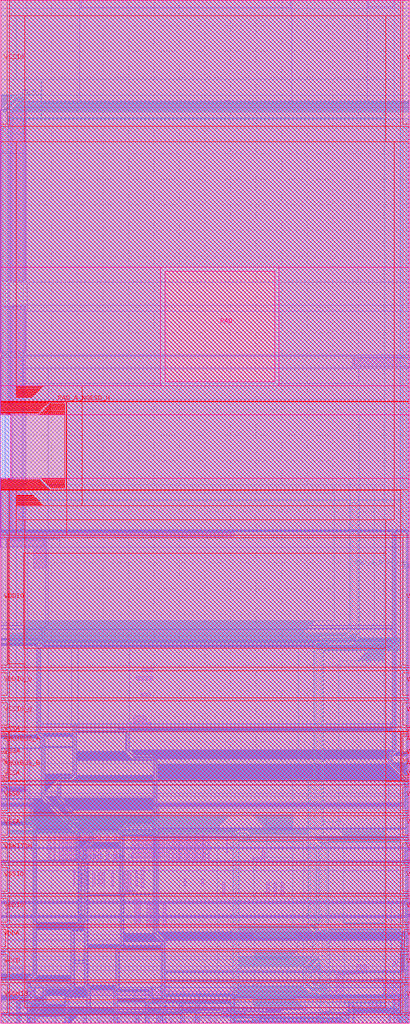
<source format=lef>
# Copyright 2020 The SkyWater PDK Authors
#
# Licensed under the Apache License, Version 2.0 (the "License");
# you may not use this file except in compliance with the License.
# You may obtain a copy of the License at
#
#     https://www.apache.org/licenses/LICENSE-2.0
#
# Unless required by applicable law or agreed to in writing, software
# distributed under the License is distributed on an "AS IS" BASIS,
# WITHOUT WARRANTIES OR CONDITIONS OF ANY KIND, either express or implied.
# See the License for the specific language governing permissions and
# limitations under the License.
#
# SPDX-License-Identifier: Apache-2.0

VERSION 5.5 ;
NAMESCASESENSITIVE ON ;
BUSBITCHARS "[]" ;
DIVIDERCHAR "/" ;
MACRO sky130_fd_io__top_gpiov2
  CLASS PAD ;
  SOURCE USER ;
  ORIGIN  0.000000  0.000000 ;
  SIZE 80 BY 200 ;
  SYMMETRY X Y R90 ;
  PIN AMUXBUS_A
    ANTENNAPARTIALMETALSIDEAREA  119.1680 ;
    DIRECTION INOUT ;
    USE SIGNAL ;
    PORT
      LAYER met4 ;
        RECT 0.000000 53.125000 1.270000 56.105000 ;
    END
    PORT
      LAYER met4 ;
        RECT 78.730000 53.125000 80.000000 56.105000 ;
    END
  END AMUXBUS_A
  PIN AMUXBUS_B
    ANTENNAPARTIALMETALSIDEAREA  119.1680 ;
    DIRECTION INOUT ;
    USE SIGNAL ;
    PORT
      LAYER met4 ;
        RECT 0.000000 48.365000 1.270000 51.345000 ;
    END
    PORT
      LAYER met4 ;
        RECT 78.730000 48.365000 80.000000 51.345000 ;
    END
  END AMUXBUS_B
  PIN ANALOG_EN
    ANTENNAPARTIALCUTAREA  0.160000 ;
    DIRECTION INPUT ;
    USE SIGNAL ;
    PORT
      LAYER met1 ;
        RECT 62.430000 0.000000 62.690000 1.915000 ;
    END
  END ANALOG_EN
  PIN ANALOG_POL
    ANTENNAPARTIALCUTAREA  0.160000 ;
    DIRECTION INPUT ;
    USE SIGNAL ;
    PORT
      LAYER met3 ;
        RECT 45.865000  0.000000 46.195000 36.665000 ;
        RECT 45.865000 36.665000 46.195000 36.735000 ;
        RECT 45.865000 36.735000 46.265000 36.805000 ;
        RECT 45.965000 36.805000 46.335000 36.905000 ;
        RECT 46.065000 36.905000 46.435000 37.005000 ;
        RECT 46.070000 37.005000 46.535000 37.010000 ;
        RECT 46.220000 37.010000 48.225000 37.160000 ;
        RECT 46.370000 37.160000 48.075000 37.310000 ;
        RECT 46.400000 37.310000 48.045000 37.340000 ;
        RECT 47.910000 37.005000 48.375000 37.010000 ;
        RECT 47.960000 35.870000 48.740000 36.190000 ;
        RECT 47.975000 36.940000 48.380000 37.005000 ;
        RECT 48.040000 36.875000 48.445000 36.940000 ;
        RECT 48.070000 36.190000 48.630000 36.300000 ;
        RECT 48.110000 36.805000 48.510000 36.875000 ;
        RECT 48.180000 36.300000 48.520000 36.410000 ;
        RECT 48.180000 36.410000 48.515000 36.415000 ;
        RECT 48.180000 36.415000 48.510000 36.420000 ;
        RECT 48.180000 36.420000 48.510000 36.735000 ;
        RECT 48.180000 36.735000 48.510000 36.805000 ;
    END
  END ANALOG_POL
  PIN ANALOG_SEL
    ANTENNAPARTIALCUTAREA  0.160000 ;
    DIRECTION INPUT ;
    USE SIGNAL ;
    PORT
      LAYER met2 ;
        RECT 23.080000 57.360000 24.590000 57.430000 ;
        RECT 23.080000 57.430000 24.520000 57.500000 ;
        RECT 23.080000 57.500000 24.450000 57.570000 ;
        RECT 23.080000 57.570000 24.380000 57.640000 ;
        RECT 24.285000 57.345000 24.660000 57.360000 ;
        RECT 24.355000 57.275000 24.675000 57.345000 ;
        RECT 24.425000 57.205000 24.745000 57.275000 ;
        RECT 24.495000 57.135000 24.815000 57.205000 ;
        RECT 24.565000 57.065000 24.885000 57.135000 ;
        RECT 24.620000 57.010000 24.955000 57.065000 ;
        RECT 24.675000 53.255000 25.010000 53.310000 ;
        RECT 24.675000 53.310000 24.955000 53.365000 ;
        RECT 24.675000 53.365000 24.955000 56.955000 ;
        RECT 24.675000 56.955000 24.955000 57.010000 ;
        RECT 24.740000 53.190000 25.065000 53.255000 ;
        RECT 24.810000 53.120000 25.130000 53.190000 ;
        RECT 24.880000 53.050000 25.200000 53.120000 ;
        RECT 24.950000 52.980000 25.270000 53.050000 ;
        RECT 25.020000 52.910000 25.340000 52.980000 ;
        RECT 25.090000 52.840000 25.410000 52.910000 ;
        RECT 25.160000 52.770000 25.480000 52.840000 ;
        RECT 25.230000 52.700000 25.550000 52.770000 ;
        RECT 25.300000 52.630000 25.620000 52.700000 ;
        RECT 25.370000 52.560000 25.690000 52.630000 ;
        RECT 25.440000 52.490000 25.760000 52.560000 ;
        RECT 25.510000 52.420000 25.830000 52.490000 ;
        RECT 25.580000 52.350000 25.900000 52.420000 ;
        RECT 25.650000 52.280000 25.970000 52.350000 ;
        RECT 25.720000 52.210000 26.040000 52.280000 ;
        RECT 25.790000 52.140000 29.735000 52.210000 ;
        RECT 25.860000 52.070000 29.805000 52.140000 ;
        RECT 25.930000 52.000000 29.875000 52.070000 ;
        RECT 26.000000 51.930000 29.945000 52.000000 ;
        RECT 29.645000 51.910000 30.015000 51.930000 ;
        RECT 29.715000 51.840000 30.035000 51.910000 ;
        RECT 29.785000 51.770000 30.105000 51.840000 ;
        RECT 29.855000 51.700000 30.175000 51.770000 ;
        RECT 29.925000 51.630000 30.245000 51.700000 ;
        RECT 29.995000 51.560000 30.315000 51.630000 ;
        RECT 30.060000 51.495000 30.385000 51.560000 ;
        RECT 30.125000 17.630000 30.440000 17.685000 ;
        RECT 30.125000 17.685000 30.385000 17.740000 ;
        RECT 30.125000 17.740000 30.385000 36.345000 ;
        RECT 30.125000 36.345000 30.385000 36.400000 ;
        RECT 30.125000 36.400000 30.440000 36.455000 ;
        RECT 30.125000 38.010000 30.440000 38.065000 ;
        RECT 30.125000 38.065000 30.385000 38.120000 ;
        RECT 30.125000 38.120000 30.385000 51.430000 ;
        RECT 30.125000 51.430000 30.385000 51.495000 ;
        RECT 30.140000 37.995000 30.495000 38.010000 ;
        RECT 30.180000 17.575000 30.495000 17.630000 ;
        RECT 30.195000 36.455000 30.495000 36.525000 ;
        RECT 30.210000 37.925000 30.510000 37.995000 ;
        RECT 30.250000 17.505000 30.550000 17.575000 ;
        RECT 30.265000 36.525000 30.565000 36.595000 ;
        RECT 30.280000 36.595000 30.635000 36.610000 ;
        RECT 30.280000 37.855000 30.580000 37.925000 ;
        RECT 30.320000 17.435000 30.620000 17.505000 ;
        RECT 30.335000 36.610000 30.650000 36.665000 ;
        RECT 30.335000 37.800000 30.650000 37.855000 ;
        RECT 30.390000 17.365000 30.690000 17.435000 ;
        RECT 30.390000 36.665000 30.650000 36.720000 ;
        RECT 30.390000 36.720000 30.650000 37.745000 ;
        RECT 30.390000 37.745000 30.650000 37.800000 ;
        RECT 30.460000 17.295000 30.760000 17.365000 ;
        RECT 30.530000 17.225000 30.830000 17.295000 ;
        RECT 30.600000 17.155000 30.900000 17.225000 ;
        RECT 30.670000 17.085000 30.970000 17.155000 ;
        RECT 30.740000 17.015000 31.040000 17.085000 ;
        RECT 30.750000  0.000000 31.010000  2.155000 ;
        RECT 30.750000  2.155000 31.010000  2.210000 ;
        RECT 30.750000  2.210000 31.065000  2.265000 ;
        RECT 30.810000 16.945000 31.110000 17.015000 ;
        RECT 30.820000  2.265000 31.120000  2.335000 ;
        RECT 30.880000 16.875000 31.180000 16.945000 ;
        RECT 30.890000  2.335000 31.190000  2.405000 ;
        RECT 30.950000 16.805000 31.250000 16.875000 ;
        RECT 30.960000  2.405000 31.260000  2.475000 ;
        RECT 31.020000 16.735000 31.320000 16.805000 ;
        RECT 31.030000  2.475000 31.330000  2.545000 ;
        RECT 31.090000 16.665000 31.390000 16.735000 ;
        RECT 31.100000  2.545000 31.400000  2.615000 ;
        RECT 31.160000 16.595000 31.460000 16.665000 ;
        RECT 31.170000  2.615000 31.470000  2.685000 ;
        RECT 31.195000  2.685000 31.540000  2.710000 ;
        RECT 31.230000 16.525000 31.530000 16.595000 ;
        RECT 31.250000  2.710000 31.565000  2.765000 ;
        RECT 31.300000 16.455000 31.600000 16.525000 ;
        RECT 31.305000  2.765000 31.565000  2.820000 ;
        RECT 31.305000  2.820000 31.565000  4.335000 ;
        RECT 31.305000  4.335000 31.565000  4.390000 ;
        RECT 31.305000  4.390000 31.620000  4.445000 ;
        RECT 31.370000 16.385000 31.670000 16.455000 ;
        RECT 31.375000  4.445000 31.675000  4.515000 ;
        RECT 31.440000 16.315000 31.740000 16.385000 ;
        RECT 31.445000  4.515000 31.745000  4.585000 ;
        RECT 31.510000 16.245000 31.810000 16.315000 ;
        RECT 31.515000  4.585000 31.815000  4.655000 ;
        RECT 31.580000  4.655000 31.885000  4.720000 ;
        RECT 31.580000 16.175000 31.880000 16.245000 ;
        RECT 31.635000  4.720000 31.950000  4.775000 ;
        RECT 31.635000 16.120000 31.950000 16.175000 ;
        RECT 31.690000  4.775000 31.950000  4.830000 ;
        RECT 31.690000  4.830000 31.950000 16.065000 ;
        RECT 31.690000 16.065000 31.950000 16.120000 ;
    END
  END ANALOG_SEL
  PIN DM[0]
    ANTENNAPARTIALCUTAREA  0.160000 ;
    DIRECTION INPUT ;
    USE SIGNAL ;
    PORT
      LAYER met2 ;
        RECT 49.590000 0.545000 50.360000 0.825000 ;
        RECT 49.625000 0.510000 50.325000 0.545000 ;
        RECT 49.695000 0.440000 50.255000 0.510000 ;
        RECT 49.765000 0.370000 50.185000 0.440000 ;
        RECT 49.835000 0.300000 50.115000 0.370000 ;
        RECT 49.845000 0.290000 50.115000 0.300000 ;
        RECT 49.855000 0.000000 50.115000 0.280000 ;
        RECT 49.855000 0.280000 50.115000 0.290000 ;
    END
  END DM[0]
  PIN DM[1]
    ANTENNAPARTIALCUTAREA  0.160000 ;
    DIRECTION INPUT ;
    USE SIGNAL ;
    PORT
      LAYER met2 ;
        RECT 66.540000 1.195000 67.360000 1.475000 ;
        RECT 66.595000 1.140000 67.305000 1.195000 ;
        RECT 66.665000 1.070000 67.235000 1.140000 ;
        RECT 66.735000 1.000000 67.165000 1.070000 ;
        RECT 66.805000 0.930000 67.095000 1.000000 ;
        RECT 66.820000 0.915000 67.095000 0.930000 ;
        RECT 66.835000 0.000000 67.095000 0.900000 ;
        RECT 66.835000 0.900000 67.095000 0.915000 ;
    END
  END DM[1]
  PIN DM[2]
    ANTENNAGATEAREA  0.500000 ;
    DIRECTION INPUT ;
    USE SIGNAL ;
    PORT
      LAYER met2 ;
        RECT 28.490000 0.000000 28.750000 3.960000 ;
        RECT 28.490000 3.960000 28.750000 4.015000 ;
        RECT 28.490000 4.015000 28.805000 4.070000 ;
        RECT 28.560000 4.070000 28.860000 4.140000 ;
        RECT 28.630000 4.140000 28.930000 4.210000 ;
        RECT 28.700000 4.210000 29.000000 4.280000 ;
        RECT 28.770000 4.280000 29.070000 4.350000 ;
        RECT 28.840000 4.350000 29.140000 4.420000 ;
        RECT 28.910000 4.420000 29.210000 4.490000 ;
        RECT 28.980000 4.490000 29.280000 4.560000 ;
        RECT 29.050000 4.560000 29.350000 4.630000 ;
        RECT 29.100000 4.630000 29.420000 4.680000 ;
        RECT 29.155000 4.680000 29.470000 4.735000 ;
        RECT 29.210000 4.735000 29.470000 4.790000 ;
        RECT 29.210000 4.790000 29.470000 6.780000 ;
    END
  END DM[2]
  PIN ENABLE_H
    ANTENNAGATEAREA  4.860000 ;
    DIRECTION INPUT ;
    USE SIGNAL ;
    PORT
      LAYER met2 ;
        RECT 35.135000 2.225000 35.450000 2.280000 ;
        RECT 35.135000 2.280000 35.395000 2.335000 ;
        RECT 35.135000 2.335000 35.395000 3.885000 ;
        RECT 35.140000 2.220000 35.505000 2.225000 ;
        RECT 35.210000 2.150000 35.510000 2.220000 ;
        RECT 35.280000 2.080000 35.580000 2.150000 ;
        RECT 35.350000 2.010000 35.650000 2.080000 ;
        RECT 35.405000 1.955000 35.720000 2.010000 ;
        RECT 35.460000 0.000000 35.720000 1.900000 ;
        RECT 35.460000 1.900000 35.720000 1.955000 ;
    END
  END ENABLE_H
  PIN ENABLE_INP_H
    ANTENNAGATEAREA  3.240000 ;
    DIRECTION INPUT ;
    USE SIGNAL ;
    PORT
      LAYER met2 ;
        RECT 38.390000 0.000000 38.650000 3.715000 ;
    END
  END ENABLE_INP_H
  PIN ENABLE_VDDA_H
    ANTENNAGATEAREA  3.500000 ;
    DIRECTION INPUT ;
    USE SIGNAL ;
    PORT
      LAYER met2 ;
        RECT  7.315000 56.460000  7.630000 56.515000 ;
        RECT  7.315000 56.515000  7.575000 56.570000 ;
        RECT  7.315000 56.570000  7.575000 73.615000 ;
        RECT  7.315000 73.615000  7.575000 73.670000 ;
        RECT  7.315000 73.670000  7.630000 73.725000 ;
        RECT  7.375000 56.400000  7.685000 56.460000 ;
        RECT  7.385000 73.725000  7.685000 73.795000 ;
        RECT  7.445000 56.330000  7.745000 56.400000 ;
        RECT  7.455000 73.795000  7.755000 73.865000 ;
        RECT  7.515000 56.260000  7.815000 56.330000 ;
        RECT  7.525000 73.865000  7.825000 73.935000 ;
        RECT  7.585000 56.190000  7.885000 56.260000 ;
        RECT  7.595000 73.935000  7.895000 74.005000 ;
        RECT  7.655000 56.120000  7.955000 56.190000 ;
        RECT  7.665000 74.005000  7.965000 74.075000 ;
        RECT  7.695000 74.075000  8.035000 74.105000 ;
        RECT  7.725000 56.050000  8.025000 56.120000 ;
        RECT  7.750000 74.105000  8.065000 74.160000 ;
        RECT  7.795000 55.980000  8.095000 56.050000 ;
        RECT  7.805000 74.160000  8.065000 74.215000 ;
        RECT  7.805000 74.215000  8.065000 74.680000 ;
        RECT  7.805000 74.680000  8.065000 74.735000 ;
        RECT  7.805000 74.735000  8.120000 74.790000 ;
        RECT  7.865000 55.910000  8.165000 55.980000 ;
        RECT  7.875000 74.790000  8.175000 74.860000 ;
        RECT  7.920000 55.855000  8.235000 55.910000 ;
        RECT  7.920000 77.285000  8.560000 77.545000 ;
        RECT  7.945000 74.860000  8.245000 74.930000 ;
        RECT  7.975000 53.960000  8.290000 54.015000 ;
        RECT  7.975000 54.015000  8.235000 54.070000 ;
        RECT  7.975000 54.070000  8.235000 55.800000 ;
        RECT  7.975000 55.800000  8.235000 55.855000 ;
        RECT  8.015000 74.930000  8.315000 75.000000 ;
        RECT  8.030000 53.905000  8.345000 53.960000 ;
        RECT  8.085000 53.850000  8.400000 53.905000 ;
        RECT  8.085000 75.000000  8.385000 75.070000 ;
        RECT  8.085000 77.240000  8.515000 77.285000 ;
        RECT  8.100000 75.070000  8.455000 75.085000 ;
        RECT  8.130000 77.195000  8.470000 77.240000 ;
        RECT  8.140000 53.795000  8.455000 53.850000 ;
        RECT  8.155000 75.085000  8.470000 75.140000 ;
        RECT  8.170000 77.155000  8.470000 77.195000 ;
        RECT  8.195000 44.075000  8.510000 44.130000 ;
        RECT  8.195000 44.130000  8.455000 44.185000 ;
        RECT  8.195000 44.185000  8.455000 53.740000 ;
        RECT  8.195000 53.740000  8.455000 53.795000 ;
        RECT  8.210000 44.060000  8.565000 44.075000 ;
        RECT  8.210000 75.140000  8.470000 75.195000 ;
        RECT  8.210000 75.195000  8.470000 77.115000 ;
        RECT  8.210000 77.115000  8.470000 77.155000 ;
        RECT  8.280000 43.990000  8.580000 44.060000 ;
        RECT  8.350000 43.920000  8.650000 43.990000 ;
        RECT  8.420000 43.850000  8.720000 43.920000 ;
        RECT  8.490000 43.780000  8.790000 43.850000 ;
        RECT  8.560000 43.710000  8.860000 43.780000 ;
        RECT  8.630000 43.640000  8.930000 43.710000 ;
        RECT  8.700000 43.570000  9.000000 43.640000 ;
        RECT  8.770000 43.500000  9.070000 43.570000 ;
        RECT  8.840000 43.430000  9.140000 43.500000 ;
        RECT  8.910000 43.360000  9.210000 43.430000 ;
        RECT  8.980000 43.290000  9.280000 43.360000 ;
        RECT  9.050000 43.220000  9.350000 43.290000 ;
        RECT  9.120000 43.150000  9.420000 43.220000 ;
        RECT  9.190000 43.080000  9.490000 43.150000 ;
        RECT  9.260000 43.010000  9.560000 43.080000 ;
        RECT  9.330000 42.940000  9.630000 43.010000 ;
        RECT  9.400000 42.870000  9.700000 42.940000 ;
        RECT  9.470000 42.800000  9.770000 42.870000 ;
        RECT  9.540000 42.730000  9.840000 42.800000 ;
        RECT  9.610000 42.660000  9.910000 42.730000 ;
        RECT  9.680000 42.590000  9.980000 42.660000 ;
        RECT  9.750000 42.520000 10.050000 42.590000 ;
        RECT  9.820000 42.450000 10.120000 42.520000 ;
        RECT  9.890000 42.380000 10.190000 42.450000 ;
        RECT  9.960000 42.310000 10.260000 42.380000 ;
        RECT 10.030000 42.240000 10.330000 42.310000 ;
        RECT 10.100000 42.170000 10.400000 42.240000 ;
        RECT 10.170000 42.100000 10.470000 42.170000 ;
        RECT 10.240000 42.030000 10.540000 42.100000 ;
        RECT 10.310000 41.960000 10.610000 42.030000 ;
        RECT 10.380000 41.890000 10.680000 41.960000 ;
        RECT 10.450000 41.820000 10.750000 41.890000 ;
        RECT 10.520000 41.750000 10.820000 41.820000 ;
        RECT 10.590000 41.680000 10.890000 41.750000 ;
        RECT 10.660000 41.610000 10.960000 41.680000 ;
        RECT 10.730000 41.540000 11.030000 41.610000 ;
        RECT 10.800000 41.470000 11.100000 41.540000 ;
        RECT 10.870000 41.400000 11.170000 41.470000 ;
        RECT 10.940000 41.330000 11.240000 41.400000 ;
        RECT 11.010000 41.260000 11.310000 41.330000 ;
        RECT 11.080000 41.190000 11.380000 41.260000 ;
        RECT 11.150000 41.120000 11.450000 41.190000 ;
        RECT 11.220000 41.050000 11.520000 41.120000 ;
        RECT 11.290000 40.980000 11.590000 41.050000 ;
        RECT 11.360000 40.910000 11.660000 40.980000 ;
        RECT 11.430000 40.840000 11.730000 40.910000 ;
        RECT 11.500000 40.770000 11.800000 40.840000 ;
        RECT 11.570000 40.700000 11.870000 40.770000 ;
        RECT 11.640000 40.630000 11.940000 40.700000 ;
        RECT 11.710000 40.560000 12.010000 40.630000 ;
        RECT 11.780000 40.490000 12.080000 40.560000 ;
        RECT 11.850000 40.420000 12.150000 40.490000 ;
        RECT 11.920000 40.350000 12.220000 40.420000 ;
        RECT 11.990000 40.280000 12.290000 40.350000 ;
        RECT 12.060000 40.210000 12.360000 40.280000 ;
        RECT 12.130000 40.140000 12.430000 40.210000 ;
        RECT 12.200000 40.070000 12.500000 40.140000 ;
        RECT 12.270000 40.000000 12.570000 40.070000 ;
        RECT 12.340000 39.930000 12.640000 40.000000 ;
        RECT 12.410000 39.860000 12.710000 39.930000 ;
        RECT 12.480000 39.790000 12.780000 39.860000 ;
        RECT 12.550000 39.720000 12.850000 39.790000 ;
        RECT 12.620000 39.650000 12.920000 39.720000 ;
        RECT 12.690000 39.580000 12.990000 39.650000 ;
        RECT 12.755000  0.000000 13.015000  5.240000 ;
        RECT 12.755000  5.240000 13.015000  5.295000 ;
        RECT 12.755000  5.295000 13.070000  5.350000 ;
        RECT 12.760000 39.510000 13.060000 39.580000 ;
        RECT 12.825000  5.350000 13.125000  5.420000 ;
        RECT 12.830000 39.440000 13.130000 39.510000 ;
        RECT 12.895000  5.420000 13.195000  5.490000 ;
        RECT 12.900000 39.370000 13.200000 39.440000 ;
        RECT 12.965000  5.490000 13.265000  5.560000 ;
        RECT 12.970000 39.300000 13.270000 39.370000 ;
        RECT 13.035000  5.560000 13.335000  5.630000 ;
        RECT 13.040000 39.230000 13.340000 39.300000 ;
        RECT 13.105000  5.630000 13.405000  5.700000 ;
        RECT 13.110000 39.160000 13.410000 39.230000 ;
        RECT 13.175000  5.700000 13.475000  5.770000 ;
        RECT 13.180000 39.090000 13.480000 39.160000 ;
        RECT 13.245000  5.770000 13.545000  5.840000 ;
        RECT 13.250000 39.020000 13.550000 39.090000 ;
        RECT 13.315000  5.840000 13.615000  5.910000 ;
        RECT 13.320000 38.950000 13.620000 39.020000 ;
        RECT 13.385000  5.910000 13.685000  5.980000 ;
        RECT 13.390000 38.880000 13.690000 38.950000 ;
        RECT 13.455000  5.980000 13.755000  6.050000 ;
        RECT 13.460000 38.810000 13.760000 38.880000 ;
        RECT 13.525000  6.050000 13.825000  6.120000 ;
        RECT 13.530000 38.740000 13.830000 38.810000 ;
        RECT 13.595000  6.120000 13.895000  6.190000 ;
        RECT 13.600000 38.670000 13.900000 38.740000 ;
        RECT 13.665000  6.190000 13.965000  6.260000 ;
        RECT 13.670000 38.600000 13.970000 38.670000 ;
        RECT 13.735000  6.260000 14.035000  6.330000 ;
        RECT 13.740000 38.530000 14.040000 38.600000 ;
        RECT 13.805000  6.330000 14.105000  6.400000 ;
        RECT 13.810000 38.460000 14.110000 38.530000 ;
        RECT 13.860000  6.400000 14.175000  6.455000 ;
        RECT 13.880000 38.390000 14.180000 38.460000 ;
        RECT 13.915000  6.455000 14.230000  6.510000 ;
        RECT 13.950000 38.320000 14.250000 38.390000 ;
        RECT 13.970000  6.510000 14.230000  6.565000 ;
        RECT 13.970000  6.565000 14.230000 18.115000 ;
        RECT 13.970000 18.115000 14.230000 18.170000 ;
        RECT 13.970000 18.170000 14.285000 18.225000 ;
        RECT 14.020000 38.250000 14.320000 38.320000 ;
        RECT 14.040000 18.225000 14.340000 18.295000 ;
        RECT 14.090000 38.180000 14.390000 38.250000 ;
        RECT 14.110000 18.295000 14.410000 18.365000 ;
        RECT 14.160000 38.110000 14.460000 38.180000 ;
        RECT 14.180000 18.365000 14.480000 18.435000 ;
        RECT 14.230000 38.040000 14.530000 38.110000 ;
        RECT 14.250000 18.435000 14.550000 18.505000 ;
        RECT 14.300000 37.970000 14.600000 38.040000 ;
        RECT 14.320000 18.505000 14.620000 18.575000 ;
        RECT 14.370000 37.900000 14.670000 37.970000 ;
        RECT 14.390000 18.575000 14.690000 18.645000 ;
        RECT 14.440000 37.830000 14.740000 37.900000 ;
        RECT 14.460000 18.645000 14.760000 18.715000 ;
        RECT 14.510000 37.760000 14.810000 37.830000 ;
        RECT 14.530000 18.715000 14.830000 18.785000 ;
        RECT 14.580000 37.690000 14.880000 37.760000 ;
        RECT 14.600000 18.785000 14.900000 18.855000 ;
        RECT 14.650000 37.620000 14.950000 37.690000 ;
        RECT 14.670000 18.855000 14.970000 18.925000 ;
        RECT 14.720000 37.550000 15.020000 37.620000 ;
        RECT 14.740000 18.925000 15.040000 18.995000 ;
        RECT 14.790000 37.480000 15.090000 37.550000 ;
        RECT 14.810000 18.995000 15.110000 19.065000 ;
        RECT 14.860000 37.410000 15.160000 37.480000 ;
        RECT 14.880000 19.065000 15.180000 19.135000 ;
        RECT 14.915000 37.355000 15.230000 37.410000 ;
        RECT 14.950000 19.135000 15.250000 19.205000 ;
        RECT 14.970000 31.960000 15.285000 32.015000 ;
        RECT 14.970000 32.015000 15.230000 32.070000 ;
        RECT 14.970000 32.070000 15.230000 37.300000 ;
        RECT 14.970000 37.300000 15.230000 37.355000 ;
        RECT 14.995000 31.935000 15.340000 31.960000 ;
        RECT 15.020000 19.205000 15.320000 19.275000 ;
        RECT 15.065000 31.865000 15.365000 31.935000 ;
        RECT 15.090000 19.275000 15.390000 19.345000 ;
        RECT 15.135000 31.795000 15.435000 31.865000 ;
        RECT 15.160000 19.345000 15.460000 19.415000 ;
        RECT 15.205000 31.725000 15.505000 31.795000 ;
        RECT 15.230000 19.415000 15.530000 19.485000 ;
        RECT 15.275000 19.485000 15.600000 19.530000 ;
        RECT 15.275000 31.655000 15.575000 31.725000 ;
        RECT 15.330000 19.530000 15.645000 19.585000 ;
        RECT 15.330000 31.600000 15.645000 31.655000 ;
        RECT 15.385000 19.585000 15.645000 19.640000 ;
        RECT 15.385000 19.640000 15.645000 31.545000 ;
        RECT 15.385000 31.545000 15.645000 31.600000 ;
    END
  END ENABLE_VDDA_H
  PIN ENABLE_VDDIO
    ANTENNAGATEAREA  3.240000 ;
    DIRECTION INPUT ;
    USE SIGNAL ;
    PORT
      LAYER met3 ;
        RECT 78.580000 0.000000 78.910000 176.480000 ;
    END
  END ENABLE_VDDIO
  PIN ENABLE_VSWITCH_H
    ANTENNAGATEAREA  3.120000 ;
    DIRECTION INPUT ;
    USE SIGNAL ;
    PORT
      LAYER met2 ;
        RECT 11.250000 43.835000 11.565000 43.890000 ;
        RECT 11.250000 43.890000 11.510000 43.945000 ;
        RECT 11.250000 43.945000 11.510000 47.275000 ;
        RECT 11.250000 47.275000 11.510000 47.330000 ;
        RECT 11.250000 47.330000 11.565000 47.385000 ;
        RECT 11.270000 43.815000 11.620000 43.835000 ;
        RECT 11.320000 47.385000 11.620000 47.455000 ;
        RECT 11.340000 43.745000 11.640000 43.815000 ;
        RECT 11.390000 47.455000 11.690000 47.525000 ;
        RECT 11.410000 43.675000 11.710000 43.745000 ;
        RECT 11.460000 47.525000 11.760000 47.595000 ;
        RECT 11.480000 43.605000 11.780000 43.675000 ;
        RECT 11.530000 47.595000 11.830000 47.665000 ;
        RECT 11.550000 43.535000 11.850000 43.605000 ;
        RECT 11.600000 47.665000 11.900000 47.735000 ;
        RECT 11.620000 43.465000 11.920000 43.535000 ;
        RECT 11.670000 47.735000 11.970000 47.805000 ;
        RECT 11.680000 47.805000 12.040000 47.815000 ;
        RECT 11.690000 43.395000 11.990000 43.465000 ;
        RECT 11.750000 47.815000 13.850000 47.885000 ;
        RECT 11.760000 43.325000 12.060000 43.395000 ;
        RECT 11.820000 47.885000 13.920000 47.955000 ;
        RECT 11.830000 43.255000 12.130000 43.325000 ;
        RECT 11.890000 47.955000 13.990000 48.025000 ;
        RECT 11.900000 43.185000 12.200000 43.255000 ;
        RECT 11.940000 48.025000 14.060000 48.075000 ;
        RECT 11.970000 43.115000 12.270000 43.185000 ;
        RECT 12.040000 43.045000 12.340000 43.115000 ;
        RECT 12.110000 42.975000 12.410000 43.045000 ;
        RECT 12.180000 42.905000 12.480000 42.975000 ;
        RECT 12.250000 42.835000 12.550000 42.905000 ;
        RECT 12.320000 42.765000 12.620000 42.835000 ;
        RECT 12.390000 42.695000 12.690000 42.765000 ;
        RECT 12.460000 42.625000 12.760000 42.695000 ;
        RECT 12.530000 42.555000 12.830000 42.625000 ;
        RECT 12.600000 42.485000 12.900000 42.555000 ;
        RECT 12.670000 42.415000 12.970000 42.485000 ;
        RECT 12.740000 42.345000 13.040000 42.415000 ;
        RECT 12.810000 42.275000 13.110000 42.345000 ;
        RECT 12.880000 42.205000 13.180000 42.275000 ;
        RECT 12.950000 42.135000 13.250000 42.205000 ;
        RECT 13.020000 42.065000 13.320000 42.135000 ;
        RECT 13.090000 41.995000 13.390000 42.065000 ;
        RECT 13.160000 41.925000 13.460000 41.995000 ;
        RECT 13.230000 41.855000 13.530000 41.925000 ;
        RECT 13.300000 41.785000 13.600000 41.855000 ;
        RECT 13.370000 41.715000 13.670000 41.785000 ;
        RECT 13.440000 41.645000 13.740000 41.715000 ;
        RECT 13.510000 41.575000 13.810000 41.645000 ;
        RECT 13.565000 41.520000 13.880000 41.575000 ;
        RECT 13.620000 40.430000 13.935000 40.485000 ;
        RECT 13.620000 40.485000 13.880000 40.540000 ;
        RECT 13.620000 40.540000 13.880000 41.465000 ;
        RECT 13.620000 41.465000 13.880000 41.520000 ;
        RECT 13.640000 40.410000 13.990000 40.430000 ;
        RECT 13.710000 40.340000 14.010000 40.410000 ;
        RECT 13.780000 40.270000 14.080000 40.340000 ;
        RECT 13.810000 48.075000 14.110000 48.145000 ;
        RECT 13.850000 40.200000 14.150000 40.270000 ;
        RECT 13.880000 48.145000 14.180000 48.215000 ;
        RECT 13.920000 40.130000 14.220000 40.200000 ;
        RECT 13.950000 48.215000 14.250000 48.285000 ;
        RECT 13.990000 40.060000 14.290000 40.130000 ;
        RECT 14.020000 48.285000 14.320000 48.355000 ;
        RECT 14.060000 39.990000 14.360000 40.060000 ;
        RECT 14.090000 48.355000 14.390000 48.425000 ;
        RECT 14.130000 39.920000 14.430000 39.990000 ;
        RECT 14.160000 48.425000 14.460000 48.495000 ;
        RECT 14.180000 39.870000 15.420000 39.920000 ;
        RECT 14.195000 58.050000 14.835000 58.310000 ;
        RECT 14.210000 58.035000 14.820000 58.050000 ;
        RECT 14.230000 48.495000 14.530000 48.565000 ;
        RECT 14.240000 48.565000 14.600000 48.575000 ;
        RECT 14.250000 39.800000 15.470000 39.870000 ;
        RECT 14.280000 57.965000 14.750000 58.035000 ;
        RECT 14.295000 48.575000 14.610000 48.630000 ;
        RECT 14.320000 39.730000 15.540000 39.800000 ;
        RECT 14.350000 48.630000 14.610000 48.685000 ;
        RECT 14.350000 48.685000 14.610000 57.825000 ;
        RECT 14.350000 57.825000 14.610000 57.860000 ;
        RECT 14.350000 57.860000 14.645000 57.895000 ;
        RECT 14.350000 57.895000 14.680000 57.965000 ;
        RECT 14.390000 39.660000 15.610000 39.730000 ;
        RECT 15.365000 39.605000 15.680000 39.660000 ;
        RECT 15.435000 39.535000 15.735000 39.605000 ;
        RECT 15.505000 39.465000 15.805000 39.535000 ;
        RECT 15.575000 39.395000 15.875000 39.465000 ;
        RECT 15.645000 39.325000 15.945000 39.395000 ;
        RECT 15.715000 39.255000 16.015000 39.325000 ;
        RECT 15.785000 39.185000 16.085000 39.255000 ;
        RECT 15.855000 39.115000 16.155000 39.185000 ;
        RECT 15.925000 39.045000 16.225000 39.115000 ;
        RECT 15.995000 38.975000 16.295000 39.045000 ;
        RECT 16.065000 38.905000 16.365000 38.975000 ;
        RECT 16.135000 38.835000 16.435000 38.905000 ;
        RECT 16.205000 38.765000 16.505000 38.835000 ;
        RECT 16.275000 38.695000 16.575000 38.765000 ;
        RECT 16.310000  0.000000 16.570000  2.210000 ;
        RECT 16.310000  2.210000 16.570000  2.265000 ;
        RECT 16.310000  2.265000 16.625000  2.320000 ;
        RECT 16.345000 38.625000 16.645000 38.695000 ;
        RECT 16.365000 31.560000 16.680000 31.615000 ;
        RECT 16.365000 31.615000 16.625000 31.670000 ;
        RECT 16.365000 31.670000 16.625000 34.210000 ;
        RECT 16.365000 34.210000 16.625000 34.265000 ;
        RECT 16.365000 34.265000 16.680000 34.320000 ;
        RECT 16.370000 31.555000 16.735000 31.560000 ;
        RECT 16.380000  2.320000 16.680000  2.390000 ;
        RECT 16.415000 38.555000 16.715000 38.625000 ;
        RECT 16.435000 31.490000 16.740000 31.555000 ;
        RECT 16.435000 34.320000 16.735000 34.390000 ;
        RECT 16.450000  2.390000 16.750000  2.460000 ;
        RECT 16.485000 38.485000 16.785000 38.555000 ;
        RECT 16.500000 31.425000 16.805000 31.490000 ;
        RECT 16.505000 34.390000 16.805000 34.460000 ;
        RECT 16.520000  2.460000 16.820000  2.530000 ;
        RECT 16.555000 31.370000 16.870000 31.425000 ;
        RECT 16.555000 38.415000 16.855000 38.485000 ;
        RECT 16.575000 34.460000 16.875000 34.530000 ;
        RECT 16.590000  2.530000 16.890000  2.600000 ;
        RECT 16.610000  7.160000 16.925000  7.215000 ;
        RECT 16.610000  7.215000 16.870000  7.270000 ;
        RECT 16.610000  7.270000 16.870000 11.540000 ;
        RECT 16.610000 12.475000 16.870000 31.315000 ;
        RECT 16.610000 31.315000 16.870000 31.370000 ;
        RECT 16.615000 12.470000 16.870000 12.475000 ;
        RECT 16.625000 38.345000 16.925000 38.415000 ;
        RECT 16.635000  7.135000 16.980000  7.160000 ;
        RECT 16.645000 34.530000 16.945000 34.600000 ;
        RECT 16.655000 11.540000 16.870000 11.585000 ;
        RECT 16.660000  2.600000 16.960000  2.670000 ;
        RECT 16.660000 12.425000 16.870000 12.470000 ;
        RECT 16.695000 38.275000 16.995000 38.345000 ;
        RECT 16.700000 11.585000 16.870000 11.630000 ;
        RECT 16.705000  7.065000 17.005000  7.135000 ;
        RECT 16.705000 11.630000 16.870000 11.635000 ;
        RECT 16.705000 11.635000 16.870000 12.380000 ;
        RECT 16.705000 12.380000 16.870000 12.425000 ;
        RECT 16.715000 34.600000 17.015000 34.670000 ;
        RECT 16.730000  2.670000 17.030000  2.740000 ;
        RECT 16.765000 38.205000 17.065000 38.275000 ;
        RECT 16.775000  6.995000 17.075000  7.065000 ;
        RECT 16.785000 34.670000 17.085000 34.740000 ;
        RECT 16.800000  2.740000 17.100000  2.810000 ;
        RECT 16.835000 38.135000 17.135000 38.205000 ;
        RECT 16.845000  6.925000 17.145000  6.995000 ;
        RECT 16.855000 34.740000 17.155000 34.810000 ;
        RECT 16.870000  2.810000 17.170000  2.880000 ;
        RECT 16.905000 38.065000 17.205000 38.135000 ;
        RECT 16.915000  6.855000 17.215000  6.925000 ;
        RECT 16.925000 34.810000 17.225000 34.880000 ;
        RECT 16.940000  2.880000 17.240000  2.950000 ;
        RECT 16.975000 37.995000 17.275000 38.065000 ;
        RECT 16.985000  2.950000 17.310000  2.995000 ;
        RECT 16.985000  6.785000 17.285000  6.855000 ;
        RECT 16.995000 34.880000 17.295000 34.950000 ;
        RECT 17.040000  2.995000 17.355000  3.050000 ;
        RECT 17.040000  6.730000 17.355000  6.785000 ;
        RECT 17.045000 37.925000 17.345000 37.995000 ;
        RECT 17.065000 34.950000 17.365000 35.020000 ;
        RECT 17.095000  3.050000 17.355000  3.105000 ;
        RECT 17.095000  3.105000 17.355000  6.675000 ;
        RECT 17.095000  6.675000 17.355000  6.730000 ;
        RECT 17.115000 37.855000 17.415000 37.925000 ;
        RECT 17.135000 35.020000 17.435000 35.090000 ;
        RECT 17.185000 37.785000 17.485000 37.855000 ;
        RECT 17.205000 35.090000 17.505000 35.160000 ;
        RECT 17.255000 37.715000 17.555000 37.785000 ;
        RECT 17.275000 35.160000 17.575000 35.230000 ;
        RECT 17.325000 37.645000 17.625000 37.715000 ;
        RECT 17.345000 35.230000 17.645000 35.300000 ;
        RECT 17.395000 37.575000 17.695000 37.645000 ;
        RECT 17.415000 35.300000 17.715000 35.370000 ;
        RECT 17.465000 35.370000 17.785000 35.420000 ;
        RECT 17.465000 37.505000 17.765000 37.575000 ;
        RECT 17.520000 35.420000 17.835000 35.475000 ;
        RECT 17.520000 37.450000 17.835000 37.505000 ;
        RECT 17.575000 35.475000 17.835000 35.530000 ;
        RECT 17.575000 35.530000 17.835000 37.395000 ;
        RECT 17.575000 37.395000 17.835000 37.450000 ;
    END
  END ENABLE_VSWITCH_H
  PIN HLD_H_N
    ANTENNAGATEAREA  1.620000 ;
    DIRECTION INPUT ;
    USE SIGNAL ;
    PORT
      LAYER met2 ;
        RECT 31.815000 0.000000 32.075000 3.965000 ;
    END
  END HLD_H_N
  PIN HLD_OVR
    ANTENNAGATEAREA  0.500000 ;
    DIRECTION INPUT ;
    USE SIGNAL ;
    PORT
      LAYER met2 ;
        RECT 26.600000 0.000000 26.860000 1.695000 ;
    END
  END HLD_OVR
  PIN IB_MODE_SEL
    ANTENNAGATEAREA  0.500000 ;
    DIRECTION INPUT ;
    USE SIGNAL ;
    PORT
      LAYER met2 ;
        RECT 5.420000 0.000000 5.650000 4.375000 ;
        RECT 5.420000 4.375000 5.650000 4.425000 ;
        RECT 5.420000 4.425000 5.700000 4.475000 ;
        RECT 5.490000 4.475000 5.750000 4.545000 ;
        RECT 5.560000 4.545000 5.820000 4.615000 ;
        RECT 5.630000 4.615000 5.890000 4.685000 ;
        RECT 5.700000 4.685000 5.960000 4.755000 ;
        RECT 5.770000 4.755000 6.030000 4.825000 ;
        RECT 5.840000 4.825000 6.100000 4.895000 ;
        RECT 5.910000 4.895000 6.170000 4.965000 ;
        RECT 5.910000 6.425000 6.550000 6.685000 ;
        RECT 5.980000 4.965000 6.240000 5.035000 ;
        RECT 6.050000 5.035000 6.310000 5.105000 ;
        RECT 6.120000 5.105000 6.380000 5.175000 ;
        RECT 6.180000 6.390000 6.550000 6.425000 ;
        RECT 6.190000 5.175000 6.450000 5.245000 ;
        RECT 6.220000 5.245000 6.520000 5.275000 ;
        RECT 6.250000 6.320000 6.550000 6.390000 ;
        RECT 6.270000 5.275000 6.550000 5.325000 ;
        RECT 6.320000 5.325000 6.550000 5.375000 ;
        RECT 6.320000 5.375000 6.550000 6.250000 ;
        RECT 6.320000 6.250000 6.550000 6.320000 ;
    END
  END IB_MODE_SEL
  PIN IN
    ANTENNAPARTIALMETALSIDEAREA  303.1200 ;
    DIRECTION OUTPUT ;
    USE SIGNAL ;
    PORT
      LAYER met3 ;
        RECT 79.240000 0.000000 79.570000 176.480000 ;
    END
  END IN
  PIN INP_DIS
    ANTENNAGATEAREA  0.500000 ;
    DIRECTION INPUT ;
    USE SIGNAL ;
    PORT
      LAYER met2 ;
        RECT 45.245000 0.000000 45.505000 4.980000 ;
        RECT 45.245000 4.980000 45.505000 5.035000 ;
        RECT 45.245000 5.035000 45.560000 5.090000 ;
        RECT 45.315000 5.090000 45.615000 5.160000 ;
        RECT 45.385000 5.160000 45.685000 5.230000 ;
        RECT 45.455000 5.230000 45.755000 5.300000 ;
        RECT 45.525000 5.300000 45.825000 5.370000 ;
        RECT 45.595000 5.370000 45.895000 5.440000 ;
        RECT 45.665000 5.440000 45.965000 5.510000 ;
        RECT 45.735000 5.510000 46.035000 5.580000 ;
        RECT 45.745000 5.580000 46.105000 5.590000 ;
        RECT 45.800000 5.590000 46.115000 5.645000 ;
        RECT 45.855000 5.645000 46.115000 5.700000 ;
        RECT 45.855000 5.700000 46.115000 6.780000 ;
    END
  END INP_DIS
  PIN IN_H
    ANTENNAPARTIALMETALSIDEAREA  291.9480 ;
    DIRECTION OUTPUT ;
    USE SIGNAL ;
    PORT
      LAYER met3 ;
        RECT 0.400000   0.000000 1.020000 178.235000 ;
        RECT 0.400000 178.235000 1.020000 178.360000 ;
        RECT 0.400000 178.360000 1.145000 178.485000 ;
        RECT 0.550000 178.485000 1.270000 178.635000 ;
        RECT 0.700000 178.635000 1.420000 178.785000 ;
        RECT 0.850000 178.785000 1.570000 178.935000 ;
        RECT 1.000000 178.935000 1.720000 179.085000 ;
        RECT 1.150000 179.085000 1.870000 179.235000 ;
        RECT 1.300000 179.235000 2.020000 179.385000 ;
        RECT 1.450000 179.385000 2.170000 179.535000 ;
        RECT 1.600000 179.535000 2.320000 179.685000 ;
        RECT 1.750000 179.685000 2.470000 179.835000 ;
        RECT 1.900000 179.835000 2.620000 179.985000 ;
        RECT 2.050000 179.985000 2.770000 180.135000 ;
        RECT 2.200000 180.135000 2.920000 180.285000 ;
        RECT 2.350000 180.285000 3.070000 180.435000 ;
        RECT 2.355000 180.435000 3.220000 180.440000 ;
        RECT 2.505000 180.440000 4.565000 180.590000 ;
        RECT 2.655000 180.590000 4.565000 180.740000 ;
        RECT 2.805000 180.740000 4.565000 180.890000 ;
        RECT 2.955000 180.890000 4.565000 181.040000 ;
        RECT 3.085000 181.040000 4.565000 181.170000 ;
    END
  END IN_H
  PIN OE_N
    ANTENNAGATEAREA  1.250000 ;
    DIRECTION INPUT ;
    USE SIGNAL ;
    PORT
      LAYER met2 ;
        RECT 3.375000  0.000000 3.605000  4.375000 ;
        RECT 3.375000  4.375000 3.605000  4.425000 ;
        RECT 3.375000  4.425000 3.655000  4.475000 ;
        RECT 3.445000  4.475000 3.705000  4.545000 ;
        RECT 3.515000  4.545000 3.775000  4.615000 ;
        RECT 3.585000  4.615000 3.845000  4.685000 ;
        RECT 3.655000  4.685000 3.915000  4.755000 ;
        RECT 3.725000  4.755000 3.985000  4.825000 ;
        RECT 3.770000  4.825000 4.055000  4.870000 ;
        RECT 3.840000  4.870000 5.225000  4.940000 ;
        RECT 3.910000  4.940000 5.295000  5.010000 ;
        RECT 3.980000  5.010000 5.365000  5.080000 ;
        RECT 4.000000  5.080000 5.435000  5.100000 ;
        RECT 5.195000  5.100000 5.455000  5.170000 ;
        RECT 5.265000  5.170000 5.525000  5.240000 ;
        RECT 5.300000  5.240000 5.595000  5.275000 ;
        RECT 5.350000  5.275000 5.630000  5.325000 ;
        RECT 5.400000  5.325000 5.630000  5.375000 ;
        RECT 5.400000  5.375000 5.630000  8.250000 ;
        RECT 5.400000  8.250000 5.630000  8.300000 ;
        RECT 5.400000  8.300000 5.680000  8.350000 ;
        RECT 5.470000  8.350000 5.730000  8.420000 ;
        RECT 5.540000  8.420000 5.800000  8.490000 ;
        RECT 5.610000  8.490000 5.870000  8.560000 ;
        RECT 5.680000  8.560000 5.940000  8.630000 ;
        RECT 5.750000  8.630000 6.010000  8.700000 ;
        RECT 5.820000  8.700000 6.080000  8.770000 ;
        RECT 5.890000  8.770000 6.150000  8.840000 ;
        RECT 5.960000  8.840000 6.220000  8.910000 ;
        RECT 5.965000 42.985000 6.225000 43.625000 ;
        RECT 5.970000 42.980000 6.220000 42.985000 ;
        RECT 5.975000 39.420000 6.255000 39.470000 ;
        RECT 5.975000 39.470000 6.205000 39.520000 ;
        RECT 5.975000 39.520000 6.205000 42.965000 ;
        RECT 5.975000 42.965000 6.205000 42.970000 ;
        RECT 5.975000 42.970000 6.210000 42.975000 ;
        RECT 5.975000 42.975000 6.215000 42.980000 ;
        RECT 5.985000 39.410000 6.305000 39.420000 ;
        RECT 6.030000  8.910000 6.290000  8.980000 ;
        RECT 6.055000 39.340000 6.315000 39.410000 ;
        RECT 6.100000  8.980000 6.360000  9.050000 ;
        RECT 6.125000 39.270000 6.385000 39.340000 ;
        RECT 6.170000  9.050000 6.430000  9.120000 ;
        RECT 6.195000 39.200000 6.455000 39.270000 ;
        RECT 6.240000  9.120000 6.500000  9.190000 ;
        RECT 6.265000 39.130000 6.525000 39.200000 ;
        RECT 6.310000  9.190000 6.570000  9.260000 ;
        RECT 6.335000 39.060000 6.595000 39.130000 ;
        RECT 6.380000  9.260000 6.640000  9.330000 ;
        RECT 6.405000 38.990000 6.665000 39.060000 ;
        RECT 6.450000  9.330000 6.710000  9.400000 ;
        RECT 6.475000  9.400000 6.780000  9.425000 ;
        RECT 6.475000 38.920000 6.735000 38.990000 ;
        RECT 6.525000  9.425000 6.805000  9.475000 ;
        RECT 6.525000 38.870000 6.805000 38.920000 ;
        RECT 6.575000  9.475000 6.805000  9.525000 ;
        RECT 6.575000  9.525000 6.805000 38.820000 ;
        RECT 6.575000 38.820000 6.805000 38.870000 ;
    END
  END OE_N
  PIN OUT
    ANTENNAPARTIALCUTAREA  0.160000 ;
    DIRECTION INPUT ;
    USE SIGNAL ;
    PORT
      LAYER met2 ;
        RECT 22.355000  0.000000 22.615000  6.315000 ;
        RECT 22.355000  6.315000 22.615000  6.370000 ;
        RECT 22.355000  6.370000 22.670000  6.425000 ;
        RECT 22.425000  6.425000 22.725000  6.495000 ;
        RECT 22.495000  6.495000 22.795000  6.565000 ;
        RECT 22.565000  6.565000 22.865000  6.635000 ;
        RECT 22.635000  6.635000 22.935000  6.705000 ;
        RECT 22.655000  6.705000 23.005000  6.725000 ;
        RECT 22.710000  6.725000 23.025000  6.780000 ;
        RECT 22.765000  6.780000 23.025000  6.835000 ;
        RECT 22.765000  6.835000 23.025000 14.375000 ;
        RECT 22.765000 14.375000 23.025000 14.430000 ;
        RECT 22.765000 14.430000 23.080000 14.485000 ;
        RECT 22.835000 14.485000 23.135000 14.555000 ;
        RECT 22.905000 14.555000 23.205000 14.625000 ;
        RECT 22.975000 14.625000 23.275000 14.695000 ;
        RECT 23.045000 14.695000 23.345000 14.765000 ;
        RECT 23.095000 38.695000 23.735000 38.955000 ;
        RECT 23.115000 14.765000 23.415000 14.835000 ;
        RECT 23.185000 14.835000 23.485000 14.905000 ;
        RECT 23.255000 14.905000 23.555000 14.975000 ;
        RECT 23.265000 38.625000 23.735000 38.695000 ;
        RECT 23.325000 14.975000 23.625000 15.045000 ;
        RECT 23.335000 38.555000 23.735000 38.625000 ;
        RECT 23.395000 15.045000 23.695000 15.115000 ;
        RECT 23.405000 38.485000 23.735000 38.555000 ;
        RECT 23.465000 15.115000 23.765000 15.185000 ;
        RECT 23.475000 25.180000 23.790000 25.235000 ;
        RECT 23.475000 25.235000 23.735000 25.290000 ;
        RECT 23.475000 25.290000 23.735000 38.415000 ;
        RECT 23.475000 38.415000 23.735000 38.485000 ;
        RECT 23.510000 25.145000 23.845000 25.180000 ;
        RECT 23.535000 15.185000 23.835000 15.255000 ;
        RECT 23.545000 15.255000 23.905000 15.265000 ;
        RECT 23.545000 25.110000 23.880000 25.145000 ;
        RECT 23.600000 15.265000 23.915000 15.320000 ;
        RECT 23.600000 25.055000 23.915000 25.110000 ;
        RECT 23.655000 15.320000 23.915000 15.375000 ;
        RECT 23.655000 15.375000 23.915000 25.000000 ;
        RECT 23.655000 25.000000 23.915000 25.055000 ;
    END
  END OUT
  PIN PAD
    ANTENNAPARTIALMETALSIDEAREA  216.1550 ;
    DIRECTION INOUT ;
    USE SIGNAL ;
    PORT
      LAYER met5 ;
        RECT 32.115000 125.470000 53.655000 147.015000 ;
    END
  END PAD
  PIN PAD_A_ESD_0_H
    ANTENNAPARTIALMETALSIDEAREA  3.812250 ;
    DIRECTION INOUT ;
    USE SIGNAL ;
    PORT
      LAYER met2 ;
        RECT 76.280000 0.000000 76.920000 1.625000 ;
        RECT 76.280000 1.625000 76.920000 1.695000 ;
        RECT 76.280000 1.695000 76.990000 1.765000 ;
        RECT 76.280000 1.765000 77.060000 1.835000 ;
        RECT 76.280000 1.835000 77.130000 1.905000 ;
        RECT 76.280000 1.905000 77.200000 1.975000 ;
        RECT 76.280000 1.975000 77.270000 2.045000 ;
        RECT 76.280000 2.045000 77.340000 2.055000 ;
        RECT 76.350000 2.055000 77.350000 2.125000 ;
        RECT 76.420000 2.125000 77.420000 2.195000 ;
        RECT 76.490000 2.195000 77.490000 2.265000 ;
        RECT 76.560000 2.265000 77.560000 2.335000 ;
        RECT 76.630000 2.335000 77.630000 2.405000 ;
        RECT 76.700000 2.405000 77.700000 2.475000 ;
        RECT 76.770000 2.475000 77.770000 2.545000 ;
        RECT 76.820000 2.545000 77.840000 2.595000 ;
        RECT 76.890000 2.595000 77.890000 2.665000 ;
        RECT 76.960000 2.665000 77.890000 2.735000 ;
        RECT 77.030000 2.735000 77.890000 2.805000 ;
        RECT 77.100000 2.805000 77.890000 2.875000 ;
        RECT 77.150000 2.875000 77.890000 2.925000 ;
        RECT 77.150000 2.925000 77.890000 5.235000 ;
    END
  END PAD_A_ESD_0_H
  PIN PAD_A_ESD_1_H
    ANTENNAPARTIALMETALSIDEAREA  2.618000 ;
    DIRECTION INOUT ;
    USE SIGNAL ;
    PORT
      LAYER met2 ;
        RECT 68.275000 0.000000 68.925000 3.960000 ;
    END
  END PAD_A_ESD_1_H
  PIN PAD_A_NOESD_H
    ANTENNAPARTIALCUTAREA  4.960000 ;
    DIRECTION INOUT ;
    USE SIGNAL ;
    PORT
      LAYER met3 ;
        RECT 59.600000  7.425000 60.560000   7.575000 ;
        RECT 59.600000  7.575000 60.410000   7.725000 ;
        RECT 59.600000  7.725000 60.385000   7.750000 ;
        RECT 59.600000  7.750000 60.385000  10.610000 ;
        RECT 59.600000 10.610000 60.385000  10.760000 ;
        RECT 59.600000 10.760000 60.535000  10.910000 ;
        RECT 59.600000 10.910000 60.685000  10.935000 ;
        RECT 59.655000  7.370000 60.710000   7.425000 ;
        RECT 59.750000 10.935000 60.710000  11.085000 ;
        RECT 59.805000  7.220000 60.765000   7.370000 ;
        RECT 59.900000 11.085000 60.860000  11.235000 ;
        RECT 59.955000  7.070000 60.915000   7.220000 ;
        RECT 59.985000  7.040000 63.890000   7.070000 ;
        RECT 60.050000 11.235000 61.010000  11.385000 ;
        RECT 60.135000  6.890000 63.890000   7.040000 ;
        RECT 60.200000 11.385000 61.160000  11.535000 ;
        RECT 60.285000  6.740000 63.890000   6.890000 ;
        RECT 60.350000 11.535000 61.310000  11.685000 ;
        RECT 60.435000  6.590000 63.890000   6.740000 ;
        RECT 60.500000 11.685000 61.460000  11.835000 ;
        RECT 60.585000  6.440000 63.890000   6.590000 ;
        RECT 60.610000 19.065000 61.570000  19.215000 ;
        RECT 60.610000 19.215000 61.420000  19.365000 ;
        RECT 60.610000 19.365000 61.395000  19.390000 ;
        RECT 60.610000 19.390000 61.395000  47.360000 ;
        RECT 60.650000 11.835000 61.610000  11.985000 ;
        RECT 60.690000 18.985000 61.720000  19.065000 ;
        RECT 60.735000  6.290000 63.890000   6.440000 ;
        RECT 60.800000 11.985000 61.760000  12.135000 ;
        RECT 60.840000 18.835000 61.800000  18.985000 ;
        RECT 60.950000 12.135000 61.910000  12.285000 ;
        RECT 60.990000 18.685000 61.950000  18.835000 ;
        RECT 61.100000 12.285000 62.060000  12.435000 ;
        RECT 61.140000 12.435000 62.210000  12.475000 ;
        RECT 61.140000 18.535000 62.100000  18.685000 ;
        RECT 61.170000 18.505000 62.250000  18.535000 ;
        RECT 61.290000 12.475000 62.250000  12.625000 ;
        RECT 61.320000 18.355000 62.250000  18.505000 ;
        RECT 61.440000 12.625000 62.250000  12.775000 ;
        RECT 61.470000 12.775000 62.250000  12.805000 ;
        RECT 61.470000 12.805000 62.250000  18.205000 ;
        RECT 61.470000 18.205000 62.250000  18.355000 ;
        RECT 61.710000 35.760000 63.070000  35.910000 ;
        RECT 61.710000 35.910000 62.920000  36.060000 ;
        RECT 61.710000 36.060000 62.780000  36.200000 ;
        RECT 61.710000 36.200000 62.780000  73.005000 ;
        RECT 61.710000 73.005000 62.780000  73.155000 ;
        RECT 61.710000 73.155000 62.930000  73.305000 ;
        RECT 61.710000 73.305000 63.080000  73.455000 ;
        RECT 61.710000 73.455000 63.230000  73.605000 ;
        RECT 61.710000 73.605000 63.380000  73.755000 ;
        RECT 61.710000 73.755000 63.530000  73.905000 ;
        RECT 61.710000 73.905000 63.680000  74.055000 ;
        RECT 61.710000 74.055000 63.830000  74.185000 ;
        RECT 61.735000 35.735000 63.220000  35.760000 ;
        RECT 61.750000 74.185000 63.960000  74.225000 ;
        RECT 61.790000 74.225000 64.000000  74.265000 ;
        RECT 61.885000 35.585000 63.245000  35.735000 ;
        RECT 61.940000 74.265000 68.555000  74.415000 ;
        RECT 62.035000 35.435000 63.395000  35.585000 ;
        RECT 62.090000 74.415000 68.705000  74.565000 ;
        RECT 62.185000 35.285000 63.545000  35.435000 ;
        RECT 62.220000  6.155000 63.890000   6.290000 ;
        RECT 62.235000  7.070000 63.890000   7.220000 ;
        RECT 62.240000 74.565000 68.855000  74.715000 ;
        RECT 62.325000 35.145000 63.695000  35.285000 ;
        RECT 62.370000  6.005000 63.890000   6.155000 ;
        RECT 62.385000  7.220000 63.890000   7.370000 ;
        RECT 62.390000 74.715000 69.005000  74.865000 ;
        RECT 62.475000 34.995000 63.695000  35.145000 ;
        RECT 62.520000  5.855000 63.890000   6.005000 ;
        RECT 62.535000  7.370000 63.890000   7.520000 ;
        RECT 62.540000 74.865000 69.155000  75.015000 ;
        RECT 62.625000 17.825000 63.890000  18.070000 ;
        RECT 62.625000 18.070000 63.795000  18.165000 ;
        RECT 62.625000 18.165000 63.700000  18.260000 ;
        RECT 62.625000 18.260000 63.695000  18.265000 ;
        RECT 62.625000 18.265000 63.695000  34.845000 ;
        RECT 62.625000 34.845000 63.695000  34.995000 ;
        RECT 62.630000 17.820000 63.890000  17.825000 ;
        RECT 62.670000  5.705000 63.890000   5.855000 ;
        RECT 62.685000  7.520000 63.890000   7.670000 ;
        RECT 62.690000 75.015000 69.305000  75.165000 ;
        RECT 62.725000 17.725000 63.890000  17.820000 ;
        RECT 62.820000  0.000000 63.890000   5.555000 ;
        RECT 62.820000  5.555000 63.890000   5.705000 ;
        RECT 62.820000  7.670000 63.890000   7.805000 ;
        RECT 62.820000  7.805000 63.890000  17.630000 ;
        RECT 62.820000 17.630000 63.890000  17.725000 ;
        RECT 62.840000 75.165000 69.455000  75.315000 ;
        RECT 62.860000 75.315000 69.605000  75.335000 ;
        RECT 67.870000 75.335000 69.625000  75.400000 ;
        RECT 67.935000 75.400000 69.690000  75.465000 ;
        RECT 67.940000 75.465000 69.755000  75.470000 ;
        RECT 68.090000 75.470000 69.760000  75.620000 ;
        RECT 68.240000 75.620000 69.760000  75.770000 ;
        RECT 68.390000 75.770000 69.760000  75.920000 ;
        RECT 68.540000 75.920000 69.760000  76.070000 ;
        RECT 68.690000 76.070000 69.760000  76.220000 ;
        RECT 68.690000 76.220000 69.760000 101.910000 ;
    END
    PORT
      LAYER met4 ;
        RECT 2.000000 106.585000 12.500000 118.955000 ;
        RECT 7.665000 118.955000 12.500000 119.105000 ;
        RECT 7.815000 119.105000 12.500000 119.255000 ;
        RECT 7.850000 106.565000 12.500000 106.585000 ;
        RECT 7.965000 119.255000 12.500000 119.405000 ;
        RECT 8.000000 106.415000 12.500000 106.565000 ;
        RECT 8.115000 119.405000 12.500000 119.555000 ;
        RECT 8.150000 106.265000 12.500000 106.415000 ;
        RECT 8.265000 119.555000 12.500000 119.705000 ;
        RECT 8.300000 106.115000 12.500000 106.265000 ;
        RECT 8.415000 119.705000 12.500000 119.855000 ;
        RECT 8.450000 105.965000 12.500000 106.115000 ;
        RECT 8.565000 119.855000 12.500000 120.005000 ;
        RECT 8.600000 105.815000 12.500000 105.965000 ;
        RECT 8.715000 120.005000 12.500000 120.155000 ;
        RECT 8.750000 105.665000 12.500000 105.815000 ;
        RECT 8.865000 120.155000 12.500000 120.305000 ;
        RECT 8.900000 105.515000 12.500000 105.665000 ;
        RECT 9.015000 120.305000 12.500000 120.455000 ;
        RECT 9.050000 105.365000 12.500000 105.515000 ;
        RECT 9.165000 120.455000 12.500000 120.605000 ;
        RECT 9.200000 105.215000 12.500000 105.365000 ;
        RECT 9.315000 120.605000 12.500000 120.755000 ;
        RECT 9.350000 105.065000 12.500000 105.215000 ;
        RECT 9.465000 120.755000 12.500000 120.905000 ;
        RECT 9.500000 104.915000 12.500000 105.065000 ;
        RECT 9.615000 120.905000 12.500000 121.055000 ;
        RECT 9.650000 104.765000 12.500000 104.915000 ;
        RECT 9.765000 121.055000 12.500000 121.205000 ;
        RECT 9.800000 104.615000 12.500000 104.765000 ;
        RECT 9.810000 121.205000 12.500000 121.250000 ;
    END
  END PAD_A_NOESD_H
  PIN SLOW
    ANTENNAPARTIALCUTAREA  0.160000 ;
    DIRECTION INPUT ;
    USE SIGNAL ;
    PORT
      LAYER met2 ;
        RECT 77.390000 1.185000 78.210000 1.465000 ;
        RECT 77.470000 1.125000 78.120000 1.185000 ;
        RECT 77.540000 1.055000 78.050000 1.125000 ;
        RECT 77.610000 0.000000 77.870000 0.875000 ;
        RECT 77.610000 0.875000 77.870000 0.930000 ;
        RECT 77.610000 0.930000 77.925000 0.985000 ;
        RECT 77.610000 0.985000 77.980000 1.055000 ;
    END
  END SLOW
  PIN TIE_HI_ESD
    ANTENNAPARTIALMETALSIDEAREA  85.19250 ;
    DIRECTION OUTPUT ;
    USE SIGNAL ;
    PORT
      LAYER met2 ;
        RECT 76.230000 50.760000 76.475000 50.805000 ;
        RECT 76.230000 50.805000 76.430000 50.850000 ;
        RECT 76.230000 50.850000 76.430000 52.425000 ;
        RECT 76.230000 52.425000 76.430000 52.470000 ;
        RECT 76.230000 52.470000 76.475000 52.515000 ;
        RECT 76.280000 50.710000 76.520000 50.760000 ;
        RECT 76.300000 52.515000 76.520000 52.585000 ;
        RECT 76.350000 50.640000 76.570000 50.710000 ;
        RECT 76.370000 52.585000 76.590000 52.655000 ;
        RECT 76.420000 50.570000 76.640000 50.640000 ;
        RECT 76.440000 52.655000 76.660000 52.725000 ;
        RECT 76.490000 50.500000 76.710000 50.570000 ;
        RECT 76.510000 52.725000 76.730000 52.795000 ;
        RECT 76.560000 50.430000 76.780000 50.500000 ;
        RECT 76.580000 52.795000 76.800000 52.865000 ;
        RECT 76.630000 50.360000 76.850000 50.430000 ;
        RECT 76.650000 52.865000 76.870000 52.935000 ;
        RECT 76.700000 50.290000 76.920000 50.360000 ;
        RECT 76.720000 52.935000 76.940000 53.005000 ;
        RECT 76.770000 50.220000 76.990000 50.290000 ;
        RECT 76.790000 53.005000 77.010000 53.075000 ;
        RECT 76.825000 53.075000 77.080000 53.110000 ;
        RECT 76.840000 50.150000 77.060000 50.220000 ;
        RECT 76.870000 53.110000 77.115000 53.155000 ;
        RECT 76.900000 96.210000 77.130000 96.225000 ;
        RECT 76.910000 50.080000 77.130000 50.150000 ;
        RECT 76.915000 53.155000 77.115000 53.200000 ;
        RECT 76.915000 53.200000 77.115000 96.195000 ;
        RECT 76.915000 96.195000 77.115000 96.210000 ;
        RECT 76.980000 50.010000 77.200000 50.080000 ;
        RECT 77.050000 49.940000 77.270000 50.010000 ;
        RECT 77.120000 49.870000 77.340000 49.940000 ;
        RECT 77.190000 49.800000 77.410000 49.870000 ;
        RECT 77.260000 49.730000 77.480000 49.800000 ;
        RECT 77.330000 49.660000 77.550000 49.730000 ;
        RECT 77.400000 49.590000 77.620000 49.660000 ;
        RECT 77.470000 49.520000 77.690000 49.590000 ;
        RECT 77.540000 49.450000 77.760000 49.520000 ;
        RECT 77.610000 49.380000 77.830000 49.450000 ;
        RECT 77.680000 49.310000 77.900000 49.380000 ;
        RECT 77.750000 49.240000 77.970000 49.310000 ;
        RECT 77.820000 49.170000 78.040000 49.240000 ;
        RECT 77.890000 49.100000 78.110000 49.170000 ;
        RECT 77.960000 49.030000 78.180000 49.100000 ;
        RECT 78.030000 48.960000 78.250000 49.030000 ;
        RECT 78.100000 48.890000 78.320000 48.960000 ;
        RECT 78.170000 48.820000 78.390000 48.890000 ;
        RECT 78.240000 48.750000 78.460000 48.820000 ;
        RECT 78.310000 48.680000 78.530000 48.750000 ;
        RECT 78.380000 48.610000 78.600000 48.680000 ;
        RECT 78.450000 48.540000 78.670000 48.610000 ;
        RECT 78.520000 48.470000 78.740000 48.540000 ;
        RECT 78.590000 48.400000 78.810000 48.470000 ;
        RECT 78.615000 10.265000 78.910000 10.340000 ;
        RECT 78.615000 10.340000 78.860000 10.390000 ;
        RECT 78.615000 10.390000 78.810000 10.440000 ;
        RECT 78.615000 10.440000 78.805000 10.445000 ;
        RECT 78.615000 10.445000 78.805000 16.245000 ;
        RECT 78.615000 16.245000 78.805000 16.285000 ;
        RECT 78.615000 16.285000 78.845000 16.325000 ;
        RECT 78.620000 10.260000 78.910000 10.265000 ;
        RECT 78.660000 48.330000 78.880000 48.400000 ;
        RECT 78.665000 10.215000 78.910000 10.260000 ;
        RECT 78.685000 16.325000 78.885000 16.395000 ;
        RECT 78.705000  0.000000 78.905000  1.125000 ;
        RECT 78.705000  1.125000 78.905000  1.130000 ;
        RECT 78.705000  1.130000 78.910000  1.215000 ;
        RECT 78.710000  1.215000 78.910000  1.220000 ;
        RECT 78.710000  1.220000 78.910000 10.170000 ;
        RECT 78.710000 10.170000 78.910000 10.215000 ;
        RECT 78.730000 48.260000 78.950000 48.330000 ;
        RECT 78.755000 16.395000 78.955000 16.465000 ;
        RECT 78.800000 48.190000 79.020000 48.260000 ;
        RECT 78.825000 16.465000 79.025000 16.535000 ;
        RECT 78.870000 48.120000 79.090000 48.190000 ;
        RECT 78.895000 16.535000 79.095000 16.605000 ;
        RECT 78.940000 48.050000 79.160000 48.120000 ;
        RECT 78.965000 16.605000 79.165000 16.675000 ;
        RECT 79.010000 47.980000 79.230000 48.050000 ;
        RECT 79.035000 16.675000 79.235000 16.745000 ;
        RECT 79.080000 47.910000 79.300000 47.980000 ;
        RECT 79.105000 16.745000 79.305000 16.815000 ;
        RECT 79.150000 47.840000 79.370000 47.910000 ;
        RECT 79.175000 16.815000 79.375000 16.885000 ;
        RECT 79.220000 47.770000 79.440000 47.840000 ;
        RECT 79.240000 16.885000 79.445000 16.950000 ;
        RECT 79.270000 47.720000 79.510000 47.770000 ;
        RECT 79.280000 16.950000 79.510000 16.990000 ;
        RECT 79.320000 16.990000 79.510000 17.030000 ;
        RECT 79.320000 17.030000 79.510000 47.670000 ;
        RECT 79.320000 47.670000 79.510000 47.720000 ;
    END
  END TIE_HI_ESD
  PIN TIE_LO_ESD
    ANTENNAPARTIALMETALSIDEAREA  165.2660 ;
    DIRECTION OUTPUT ;
    USE SIGNAL ;
    PORT
      LAYER met2 ;
        RECT 79.715000 0.000000 79.915000 96.000000 ;
    END
  END TIE_LO_ESD
  PIN VTRIP_SEL
    ANTENNAGATEAREA  0.500000 ;
    DIRECTION INPUT ;
    USE SIGNAL ;
    PORT
      LAYER met2 ;
        RECT 6.130000 0.000000 6.390000 1.440000 ;
        RECT 6.130000 1.440000 6.390000 1.495000 ;
        RECT 6.130000 1.495000 6.445000 1.550000 ;
        RECT 6.200000 1.550000 6.500000 1.620000 ;
        RECT 6.270000 1.620000 6.570000 1.690000 ;
        RECT 6.340000 1.690000 6.640000 1.760000 ;
        RECT 6.410000 1.760000 6.710000 1.830000 ;
        RECT 6.480000 1.830000 6.780000 1.900000 ;
        RECT 6.550000 1.900000 6.850000 1.970000 ;
        RECT 6.620000 1.970000 6.920000 2.040000 ;
        RECT 6.690000 2.040000 6.990000 2.110000 ;
        RECT 6.760000 2.110000 7.060000 2.180000 ;
        RECT 6.830000 2.180000 7.130000 2.250000 ;
        RECT 6.900000 2.250000 7.200000 2.320000 ;
        RECT 6.970000 2.320000 7.270000 2.390000 ;
        RECT 7.040000 2.390000 7.340000 2.460000 ;
        RECT 7.110000 2.460000 7.410000 2.530000 ;
        RECT 7.180000 2.530000 7.480000 2.600000 ;
        RECT 7.250000 2.600000 7.550000 2.670000 ;
        RECT 7.320000 2.670000 7.620000 2.740000 ;
        RECT 7.390000 2.740000 7.690000 2.810000 ;
        RECT 7.460000 2.810000 7.760000 2.880000 ;
        RECT 7.530000 2.880000 7.830000 2.950000 ;
        RECT 7.600000 2.950000 7.900000 3.020000 ;
        RECT 7.670000 3.020000 7.970000 3.090000 ;
        RECT 7.740000 3.090000 8.040000 3.160000 ;
        RECT 7.810000 3.160000 8.110000 3.230000 ;
        RECT 7.880000 3.230000 8.180000 3.300000 ;
        RECT 7.950000 3.300000 8.250000 3.370000 ;
        RECT 8.020000 3.370000 8.320000 3.440000 ;
        RECT 8.090000 3.440000 8.390000 3.510000 ;
        RECT 8.160000 3.510000 8.460000 3.580000 ;
        RECT 8.230000 3.580000 8.530000 3.650000 ;
        RECT 8.300000 3.650000 8.600000 3.720000 ;
        RECT 8.335000 3.720000 8.670000 3.755000 ;
        RECT 8.390000 3.755000 8.705000 3.810000 ;
        RECT 8.445000 3.810000 8.705000 3.865000 ;
        RECT 8.445000 3.865000 8.705000 6.780000 ;
    END
  END VTRIP_SEL
  PIN VCCD
    DIRECTION INOUT ;
    USE POWER ;
    PORT
      LAYER met4 ;
        RECT 0.000000 8.885000 1.270000 13.535000 ;
    END
    PORT
      LAYER met4 ;
        RECT 78.730000 8.885000 80.000000 13.535000 ;
    END
  END VCCD
  PIN VCCHIB
    DIRECTION INOUT ;
    USE POWER ;
    PORT
      LAYER met4 ;
        RECT 0.000000 2.035000 1.270000 7.485000 ;
    END
    PORT
      LAYER met4 ;
        RECT 78.730000 2.035000 80.000000 7.485000 ;
    END
  END VCCHIB
  PIN VDDA
    DIRECTION INOUT ;
    USE POWER ;
    PORT
      LAYER met4 ;
        RECT 0.000000 14.935000 0.965000 18.385000 ;
    END
    PORT
      LAYER met4 ;
        RECT 79.035000 14.935000 80.000000 18.385000 ;
    END
  END VDDA
  PIN VDDIO
    DIRECTION INOUT ;
    USE POWER ;
    PORT
      LAYER met4 ;
        RECT 0.000000 19.785000 1.270000 24.435000 ;
    END
    PORT
      LAYER met4 ;
        RECT 0.000000 70.035000 1.270000 95.000000 ;
    END
    PORT
      LAYER met4 ;
        RECT 78.730000 19.785000 80.000000 24.435000 ;
    END
    PORT
      LAYER met4 ;
        RECT 78.730000 70.035000 80.000000 95.000000 ;
    END
  END VDDIO
  PIN VDDIO_Q
    DIRECTION INOUT ;
    USE POWER ;
    PORT
      LAYER met4 ;
        RECT 0.000000 64.085000 1.270000 68.535000 ;
    END
    PORT
      LAYER met4 ;
        RECT 78.730000 64.085000 80.000000 68.535000 ;
    END
  END VDDIO_Q
  PIN VSSA
    DIRECTION INOUT ;
    USE GROUND ;
    PORT
      LAYER met4 ;
        RECT 0.000000 36.735000 1.270000 40.185000 ;
    END
    PORT
      LAYER met4 ;
        RECT 0.000000 47.735000 1.270000 48.065000 ;
    END
    PORT
      LAYER met4 ;
        RECT 0.000000 51.645000 1.270000 52.825000 ;
    END
    PORT
      LAYER met4 ;
        RECT 0.000000 56.405000 1.270000 56.735000 ;
    END
    PORT
      LAYER met4 ;
        RECT 78.730000 36.735000 80.000000 40.185000 ;
    END
    PORT
      LAYER met4 ;
        RECT 78.730000 47.735000 80.000000 48.065000 ;
    END
    PORT
      LAYER met4 ;
        RECT 78.730000 51.645000 80.000000 52.825000 ;
    END
    PORT
      LAYER met4 ;
        RECT 78.730000 56.405000 80.000000 56.735000 ;
    END
  END VSSA
  PIN VSSD
    DIRECTION INOUT ;
    USE GROUND ;
    PORT
      LAYER met4 ;
        RECT 0.000000 41.585000 1.270000 46.235000 ;
    END
    PORT
      LAYER met4 ;
        RECT 78.730000 41.585000 80.000000 46.235000 ;
    END
  END VSSD
  PIN VSSIO
    DIRECTION INOUT ;
    USE GROUND ;
    PORT
      LAYER met4 ;
        RECT 0.000000 175.785000 1.270000 200.000000 ;
    END
    PORT
      LAYER met4 ;
        RECT 0.000000 25.835000 1.270000 30.485000 ;
    END
    PORT
      LAYER met4 ;
        RECT 78.730000 175.785000 80.000000 200.000000 ;
    END
    PORT
      LAYER met4 ;
        RECT 78.730000 25.835000 80.000000 30.485000 ;
    END
  END VSSIO
  PIN VSSIO_Q
    DIRECTION INOUT ;
    USE GROUND ;
    PORT
      LAYER met4 ;
        RECT 0.000000 58.235000 1.270000 62.685000 ;
    END
    PORT
      LAYER met4 ;
        RECT 78.730000 58.235000 80.000000 62.685000 ;
    END
  END VSSIO_Q
  PIN VSWITCH
    DIRECTION INOUT ;
    USE POWER ;
    PORT
      LAYER met4 ;
        RECT 0.000000 31.885000 1.270000 35.335000 ;
    END
    PORT
      LAYER met4 ;
        RECT 78.730000 31.885000 80.000000 35.335000 ;
    END
  END VSWITCH
  OBS
    LAYER li1 ;
      RECT -0.115000  95.895000 45.710000  95.955000 ;
      RECT -0.115000  95.955000  4.915000 130.220000 ;
      RECT -0.115000 131.275000  4.915000 140.050000 ;
      RECT -0.115000 140.050000  1.495000 140.150000 ;
      RECT -0.115000 145.155000  1.495000 145.210000 ;
      RECT -0.115000 145.210000  4.915000 170.090000 ;
      RECT -0.085000  93.065000  9.000000  95.255000 ;
      RECT -0.085000  95.255000 45.710000  95.895000 ;
      RECT -0.085000 130.220000  4.915000 130.225000 ;
      RECT -0.085000 130.995000  4.915000 131.275000 ;
      RECT -0.085000 170.090000  4.915000 178.645000 ;
      RECT  0.950000  18.885000  1.310000  19.055000 ;
      RECT  0.980000  21.465000  1.310000  21.635000 ;
      RECT  1.120000  22.325000  1.310000  22.495000 ;
      RECT  1.150000  19.745000  1.310000  19.915000 ;
      RECT  1.150000  20.605000  1.310000  20.775000 ;
      RECT  1.690000  45.545000  4.585000  45.715000 ;
      RECT  2.260000 145.155000  4.700000 145.210000 ;
      RECT  5.875000   5.940000  6.405000   6.465000 ;
      RECT  6.490000  88.950000  9.000000  93.065000 ;
      RECT  7.805000   5.400000 67.100000   6.230000 ;
      RECT  9.300000  32.000000  9.660000  36.750000 ;
      RECT 10.330000  32.000000 10.690000  36.750000 ;
      RECT 11.410000  32.000000 11.665000  37.260000 ;
      RECT 11.940000  31.110000 12.365000  36.765000 ;
      RECT 12.610000  32.000000 13.140000  37.260000 ;
      RECT 13.390000  32.000000 13.920000  36.750000 ;
      RECT 14.170000  32.000000 14.700000  36.750000 ;
      RECT 14.170000  36.750000 14.305000  37.260000 ;
      RECT 14.320000  26.760000 14.500000  29.470000 ;
      RECT 14.320000  29.470000 14.670000  29.570000 ;
      RECT 14.320000  29.570000 14.490000  30.110000 ;
      RECT 14.955000  32.000000 15.485000  37.260000 ;
      RECT 15.105000  26.760000 15.635000  29.690000 ;
      RECT 15.730000  32.000000 16.260000  36.750000 ;
      RECT 15.730000 179.435000 68.925000 179.450000 ;
      RECT 15.730000 179.450000 77.885000 179.980000 ;
      RECT 15.730000 179.980000 68.925000 180.205000 ;
      RECT 15.885000  26.760000 16.415000  29.470000 ;
      RECT 16.510000  32.000000 16.950000  37.260000 ;
      RECT 16.670000  26.760000 17.200000  29.690000 ;
      RECT 17.210000  32.000000 17.650000  36.750000 ;
      RECT 18.035000  26.760000 18.450000  29.470000 ;
      RECT 18.140000  32.060000 18.630000  36.750000 ;
      RECT 19.040000  26.760000 19.455000  29.470000 ;
      RECT 19.050000  32.000000 19.580000  36.750000 ;
      RECT 19.790000  26.760000 20.320000  29.470000 ;
      RECT 20.640000  32.000000 21.170000  36.750000 ;
      RECT 21.690000  26.760000 22.130000  29.470000 ;
      RECT 22.170000  32.000000 22.700000  36.755000 ;
      RECT 23.725000  32.000000 24.255000  36.755000 ;
      RECT 23.800000  26.760000 24.160000  29.470000 ;
      RECT 24.340000  25.580000 26.330000  25.905000 ;
      RECT 24.340000  25.905000 24.835000  29.690000 ;
      RECT 25.015000  26.760000 25.545000  29.470000 ;
      RECT 25.675000  32.250000 26.090000  37.000000 ;
      RECT 25.930000  59.095000 28.100000  60.125000 ;
      RECT 25.935000  57.585000 29.370000  58.865000 ;
      RECT 26.225000  19.595000 26.670000  24.375000 ;
      RECT 26.385000  32.250000 26.865000  37.330000 ;
      RECT 26.390000  26.760000 26.750000  29.690000 ;
      RECT 26.525000  67.105000 29.670000  67.815000 ;
      RECT 26.975000  19.600000 27.420000  24.365000 ;
      RECT 27.045000  32.250000 27.575000  37.000000 ;
      RECT 27.490000  63.970000 29.315000  64.550000 ;
      RECT 27.510000  26.490000 28.090000  30.360000 ;
      RECT 27.675000  68.735000 29.670000  69.445000 ;
      RECT 27.830000  32.245000 28.360000  37.330000 ;
      RECT 28.340000  59.180000 28.510000  59.710000 ;
      RECT 28.605000  32.250000 29.135000  37.005000 ;
      RECT 28.680000  18.995000 29.210000  23.750000 ;
      RECT 28.860000  95.125000 45.710000  95.255000 ;
      RECT 29.035000  56.755000 29.565000  57.285000 ;
      RECT 29.390000  18.965000 30.080000  23.745000 ;
      RECT 29.390000  32.250000 29.920000  37.330000 ;
      RECT 30.165000  32.250000 30.695000  37.000000 ;
      RECT 30.270000  18.995000 30.800000  23.745000 ;
      RECT 30.950000  32.250000 31.375000  37.330000 ;
      RECT 31.660000  32.250000 32.085000  37.005000 ;
      RECT 31.820000  18.995000 32.350000  23.745000 ;
      RECT 32.410000  32.060000 33.070000  36.750000 ;
      RECT 33.500000  31.990000 33.930000  37.080000 ;
      RECT 34.305000  31.975000 34.865000  36.750000 ;
      RECT 35.060000  31.990000 35.490000  37.080000 ;
      RECT 35.865000  31.975000 36.425000  36.750000 ;
      RECT 35.870000  26.885000 36.305000  28.235000 ;
      RECT 36.620000  31.990000 37.050000  37.080000 ;
      RECT 37.425000  31.975000 37.985000  36.750000 ;
      RECT 38.180000  31.990000 38.610000  37.080000 ;
      RECT 38.985000  31.975000 39.545000  36.750000 ;
      RECT 39.270000  26.885000 39.690000  28.235000 ;
      RECT 39.685000  95.955000 45.710000  96.105000 ;
      RECT 39.715000  31.990000 40.090000  36.750000 ;
      RECT 40.580000  32.155000 40.900000  36.710000 ;
      RECT 43.380000  24.850000 43.870000  27.560000 ;
      RECT 43.855000 180.205000 44.500000 180.370000 ;
      RECT 44.200000  33.270000 44.390000  36.510000 ;
      RECT 45.310000  36.340000 46.360000  36.970000 ;
      RECT 49.340000  32.065000 51.760000  32.445000 ;
      RECT 51.105000  32.445000 51.760000  33.690000 ;
      RECT 52.050000  24.855000 52.580000  27.565000 ;
      RECT 53.470000  24.855000 54.000000  27.565000 ;
      RECT 54.870000  24.855000 55.400000  27.565000 ;
      RECT 56.725000 180.205000 57.305000 180.370000 ;
      RECT 59.360000   2.260000 59.720000   3.430000 ;
      RECT 61.115000   5.230000 67.290000   5.345000 ;
      RECT 61.115000   5.345000 67.100000   5.400000 ;
      RECT 61.370000   5.080000 67.290000   5.230000 ;
      RECT 61.560000   4.765000 67.290000   5.080000 ;
      RECT 64.375000   0.250000 66.075000   1.000000 ;
      RECT 65.660000   6.230000 67.100000   9.570000 ;
      RECT 66.390000   9.570000 67.100000   9.575000 ;
      RECT 66.390000   9.575000 69.665000   9.745000 ;
      RECT 66.390000   9.745000 71.650000  10.185000 ;
      RECT 68.290000   1.940000 69.255000   3.960000 ;
      RECT 69.165000 128.445000 79.585000 130.115000 ;
      RECT 69.625000 179.435000 77.885000 179.450000 ;
      RECT 69.625000 179.980000 77.885000 180.205000 ;
      RECT 69.665000  10.185000 71.650000  11.425000 ;
      RECT 72.315000   1.940000 74.335000   4.420000 ;
      RECT 73.080000   8.080000 74.910000   8.830000 ;
      RECT 74.910000   5.170000 76.930000   5.800000 ;
      RECT 74.910000   5.800000 79.430000   7.820000 ;
      RECT 77.195000   3.705000 79.430000   4.420000 ;
      RECT 77.195000   4.420000 77.775000   5.170000 ;
      RECT 77.410000   3.700000 79.430000   3.705000 ;
      RECT 77.410000   7.820000 79.430000   8.080000 ;
      RECT 79.880000  19.485000 80.120000  25.015000 ;
      RECT 79.880000  30.115000 80.120000  35.725000 ;
    LAYER met1 ;
      RECT -0.115000  95.895000  1.495000 130.220000 ;
      RECT -0.115000 131.275000  1.495000 170.090000 ;
      RECT  0.000000   0.000000  5.565000   1.560000 ;
      RECT  0.000000   0.000000  5.565000   3.155000 ;
      RECT  0.000000   0.000000  5.565000   3.155000 ;
      RECT  0.000000   0.000000  5.565000   3.155000 ;
      RECT  0.000000   0.000000  5.565000   3.155000 ;
      RECT  0.000000   0.000000 62.290000   2.055000 ;
      RECT  0.000000   1.560000  5.565000   1.565000 ;
      RECT  0.000000   1.565000  5.565000   2.055000 ;
      RECT  0.000000   1.565000 35.575000   1.635000 ;
      RECT  0.000000   1.635000 35.505000   1.705000 ;
      RECT  0.000000   1.705000 35.435000   1.775000 ;
      RECT  0.000000   1.775000 35.365000   1.845000 ;
      RECT  0.000000   1.845000 35.295000   1.915000 ;
      RECT  0.000000   1.915000 35.225000   1.985000 ;
      RECT  0.000000   1.985000 35.155000   2.055000 ;
      RECT  0.000000   2.055000  5.565000   2.875000 ;
      RECT  0.000000   2.055000 80.000000 106.585000 ;
      RECT  0.000000   2.875000 11.260000   3.155000 ;
      RECT  0.000000   3.155000 67.995000   4.240000 ;
      RECT  0.000000   3.155000 67.995000  10.335000 ;
      RECT  0.000000   3.155000 67.995000  10.335000 ;
      RECT  0.000000   3.155000 67.995000  10.335000 ;
      RECT  0.000000   4.240000 76.885000   5.515000 ;
      RECT  0.000000   4.240000 76.885000  10.335000 ;
      RECT  0.000000   4.240000 76.885000  10.335000 ;
      RECT  0.000000   4.240000 76.885000  10.335000 ;
      RECT  0.000000   5.515000 80.000000  10.335000 ;
      RECT  0.000000  10.335000  1.340000  11.155000 ;
      RECT  0.000000  11.155000  0.750000  12.425000 ;
      RECT  0.000000  12.425000 80.000000  13.120000 ;
      RECT  0.000000  14.320000 76.495000  23.850000 ;
      RECT  0.000000  14.320000 80.000000  16.455000 ;
      RECT  0.000000  17.275000 78.550000  23.850000 ;
      RECT  0.000000  17.275000 78.550000  29.840000 ;
      RECT  0.000000  17.275000 79.605000  19.205000 ;
      RECT  0.000000  17.275000 79.605000  20.650000 ;
      RECT  0.000000  17.275000 79.605000  20.650000 ;
      RECT  0.000000  19.205000 79.605000  20.650000 ;
      RECT  0.000000  20.650000 78.550000  29.840000 ;
      RECT  0.000000  20.650000 79.535000  20.720000 ;
      RECT  0.000000  20.650000 79.535000  20.720000 ;
      RECT  0.000000  20.720000 79.465000  20.790000 ;
      RECT  0.000000  20.720000 79.465000  20.790000 ;
      RECT  0.000000  20.790000 79.395000  20.860000 ;
      RECT  0.000000  20.790000 79.395000  20.860000 ;
      RECT  0.000000  20.860000 79.325000  20.930000 ;
      RECT  0.000000  20.860000 79.325000  20.930000 ;
      RECT  0.000000  20.930000 79.255000  21.000000 ;
      RECT  0.000000  20.930000 79.255000  21.000000 ;
      RECT  0.000000  21.000000 79.185000  21.070000 ;
      RECT  0.000000  21.000000 79.185000  21.070000 ;
      RECT  0.000000  21.070000 79.160000  21.095000 ;
      RECT  0.000000  21.070000 79.160000  21.095000 ;
      RECT  0.000000  23.405000 79.160000  23.475000 ;
      RECT  0.000000  23.405000 79.160000  23.475000 ;
      RECT  0.000000  23.475000 79.230000  23.545000 ;
      RECT  0.000000  23.475000 79.230000  23.545000 ;
      RECT  0.000000  23.545000 79.300000  23.615000 ;
      RECT  0.000000  23.545000 79.300000  23.615000 ;
      RECT  0.000000  23.615000 79.370000  23.685000 ;
      RECT  0.000000  23.615000 79.370000  23.685000 ;
      RECT  0.000000  23.685000 79.440000  23.755000 ;
      RECT  0.000000  23.685000 79.440000  23.755000 ;
      RECT  0.000000  23.755000 79.510000  23.825000 ;
      RECT  0.000000  23.755000 79.510000  23.825000 ;
      RECT  0.000000  23.825000 79.580000  23.850000 ;
      RECT  0.000000  23.825000 79.580000  23.850000 ;
      RECT  0.000000  23.850000 79.605000  25.295000 ;
      RECT  0.000000  25.295000 78.845000  36.005000 ;
      RECT  0.000000  25.295000 78.845000  42.035000 ;
      RECT  0.000000  25.295000 80.000000  29.840000 ;
      RECT  0.000000  29.840000 78.845000  42.035000 ;
      RECT  0.000000  29.840000 79.605000  31.400000 ;
      RECT  0.000000  31.400000 79.535000  31.470000 ;
      RECT  0.000000  31.400000 79.535000  31.470000 ;
      RECT  0.000000  31.470000 79.465000  31.540000 ;
      RECT  0.000000  31.470000 79.465000  31.540000 ;
      RECT  0.000000  31.540000 79.395000  31.610000 ;
      RECT  0.000000  31.540000 79.395000  31.610000 ;
      RECT  0.000000  31.610000 79.325000  31.680000 ;
      RECT  0.000000  31.610000 79.325000  31.680000 ;
      RECT  0.000000  31.680000 79.280000  31.725000 ;
      RECT  0.000000  31.680000 79.280000  31.725000 ;
      RECT  0.000000  31.725000 78.845000  34.115000 ;
      RECT  0.000000  34.115000 79.280000  34.185000 ;
      RECT  0.000000  34.115000 79.280000  34.185000 ;
      RECT  0.000000  34.185000 79.350000  34.255000 ;
      RECT  0.000000  34.185000 79.350000  34.255000 ;
      RECT  0.000000  34.255000 79.420000  34.325000 ;
      RECT  0.000000  34.255000 79.420000  34.325000 ;
      RECT  0.000000  34.325000 79.490000  34.395000 ;
      RECT  0.000000  34.325000 79.490000  34.395000 ;
      RECT  0.000000  34.395000 79.560000  34.440000 ;
      RECT  0.000000  34.395000 79.560000  34.440000 ;
      RECT  0.000000  34.440000 79.605000  36.005000 ;
      RECT  0.000000  36.005000 80.000000  42.035000 ;
      RECT  0.000000  42.035000 78.635000  42.340000 ;
      RECT  0.000000  42.340000 78.565000  42.410000 ;
      RECT  0.000000  42.340000 78.565000  42.410000 ;
      RECT  0.000000  42.410000 78.495000  42.480000 ;
      RECT  0.000000  42.410000 78.495000  42.480000 ;
      RECT  0.000000  42.480000 78.425000  42.550000 ;
      RECT  0.000000  42.480000 78.425000  42.550000 ;
      RECT  0.000000  42.550000 78.355000  42.620000 ;
      RECT  0.000000  42.550000 78.355000  42.620000 ;
      RECT  0.000000  42.620000 78.285000  42.690000 ;
      RECT  0.000000  42.620000 78.285000  42.690000 ;
      RECT  0.000000  42.690000 78.215000  42.760000 ;
      RECT  0.000000  42.690000 78.215000  42.760000 ;
      RECT  0.000000  42.760000 78.145000  42.830000 ;
      RECT  0.000000  42.760000 78.145000  42.830000 ;
      RECT  0.000000  42.830000 78.075000  42.900000 ;
      RECT  0.000000  42.830000 78.075000  42.900000 ;
      RECT  0.000000  42.900000 78.005000  42.970000 ;
      RECT  0.000000  42.900000 78.005000  42.970000 ;
      RECT  0.000000  42.970000 78.000000  42.975000 ;
      RECT  0.000000  42.970000 78.000000  42.975000 ;
      RECT  0.000000  42.975000 78.635000  43.235000 ;
      RECT  0.000000  43.235000 80.000000  44.355000 ;
      RECT  0.000000  44.355000  1.020000  45.010000 ;
      RECT  0.000000  45.010000  0.965000  45.240000 ;
      RECT  0.000000  45.240000  0.895000  45.310000 ;
      RECT  0.000000  45.310000  0.825000  45.380000 ;
      RECT  0.000000  45.380000  0.755000  45.450000 ;
      RECT  0.000000  45.450000  0.685000  45.520000 ;
      RECT  0.000000  45.520000  0.615000  45.590000 ;
      RECT  0.000000  45.590000  0.545000  45.660000 ;
      RECT  0.000000  45.660000  0.475000  45.730000 ;
      RECT  0.000000  45.730000  0.405000  45.800000 ;
      RECT  0.000000  45.800000  0.335000  45.870000 ;
      RECT  0.000000  45.870000  0.265000  45.940000 ;
      RECT  0.000000  45.940000  0.195000  46.010000 ;
      RECT  0.000000  46.010000  0.125000  46.080000 ;
      RECT  0.000000  46.080000  0.055000  46.150000 ;
      RECT  0.000000  46.445000  0.965000  46.580000 ;
      RECT  0.000000  46.580000  1.050000  47.350000 ;
      RECT  0.000000  47.350000 80.000000  93.020000 ;
      RECT  0.000000  93.020000  1.070000  94.660000 ;
      RECT  0.000000  94.660000 11.550000  94.830000 ;
      RECT  0.000000  94.830000  1.985000  95.615000 ;
      RECT  0.000000 118.955000 80.000000 200.000000 ;
      RECT  0.000000 130.500000  4.530000 130.715000 ;
      RECT  0.000000 130.715000  1.980000 130.995000 ;
      RECT  0.000000 170.370000  1.980000 178.680000 ;
      RECT  0.000000 178.680000 15.445000 198.405000 ;
      RECT  0.000000 178.680000 15.445000 198.405000 ;
      RECT  0.000000 178.680000 80.000000 179.140000 ;
      RECT  0.000000 179.140000 15.445000 180.290000 ;
      RECT  0.000000 180.290000 15.490000 200.000000 ;
      RECT  0.000000 180.290000 80.000000 198.405000 ;
      RECT  0.000000 198.405000 15.490000 200.000000 ;
      RECT  0.210000  13.400000  0.470000  14.040000 ;
      RECT  0.475000  46.125000  5.000000  46.165000 ;
      RECT  0.545000  46.055000  5.000000  46.125000 ;
      RECT  0.615000  45.985000  5.000000  46.055000 ;
      RECT  0.685000  45.915000  5.000000  45.985000 ;
      RECT  0.750000  11.155000 76.825000  12.425000 ;
      RECT  0.750000  13.120000 80.000000  16.125000 ;
      RECT  0.755000  45.845000  5.000000  45.915000 ;
      RECT  0.825000  45.775000  5.000000  45.845000 ;
      RECT  0.895000  45.705000  5.000000  45.775000 ;
      RECT  0.965000  45.635000  5.000000  45.705000 ;
      RECT  1.035000  45.565000  5.000000  45.635000 ;
      RECT  1.105000  45.495000  5.000000  45.565000 ;
      RECT  1.175000  45.425000  5.000000  45.495000 ;
      RECT  1.245000  45.290000  5.000000  45.355000 ;
      RECT  1.245000  45.355000  5.000000  45.425000 ;
      RECT  1.245000  46.165000  5.000000  46.300000 ;
      RECT  1.300000  44.635000  1.730000  45.290000 ;
      RECT  1.330000  46.300000  2.790000  47.070000 ;
      RECT  1.350000  93.300000  8.265000  94.380000 ;
      RECT  1.620000  10.615000  4.025000  10.875000 ;
      RECT  1.775000  95.615000  1.985000 106.585000 ;
      RECT  1.775000 118.955000  1.985000 130.500000 ;
      RECT  1.775000 130.995000  1.980000 140.430000 ;
      RECT  1.775000 140.430000 80.000000 144.875000 ;
      RECT  1.775000 144.875000  1.980000 170.370000 ;
      RECT  2.000000 106.585000 80.000000 118.955000 ;
      RECT  2.010000  44.355000 80.000000  45.010000 ;
      RECT  2.260000 130.995000  4.700000 139.510000 ;
      RECT  2.260000 139.510000  4.855000 140.150000 ;
      RECT  2.260000 145.155000  4.700000 178.400000 ;
      RECT  2.265000  95.110000  8.970000  95.900000 ;
      RECT  2.265000  95.900000  4.250000 130.220000 ;
      RECT  3.070000  46.580000 80.000000  47.350000 ;
      RECT  3.070000  46.580000 80.000000  93.020000 ;
      RECT  3.070000  46.580000 80.000000  93.020000 ;
      RECT  3.070000  46.580000 80.000000  93.020000 ;
      RECT  4.305000   8.145000 80.000000  11.150000 ;
      RECT  4.305000  11.150000 76.825000  11.155000 ;
      RECT  4.530000  96.180000 80.000000 127.980000 ;
      RECT  4.530000 125.130000 70.100000 128.135000 ;
      RECT  4.530000 128.135000 68.825000 130.425000 ;
      RECT  4.530000 130.425000 70.100000 130.500000 ;
      RECT  4.530000 130.500000 80.000000 130.715000 ;
      RECT  4.980000 130.715000 80.000000 139.230000 ;
      RECT  4.980000 144.875000 80.000000 178.680000 ;
      RECT  4.980000 144.875000 80.000000 179.140000 ;
      RECT  4.980000 144.875000 80.000000 179.140000 ;
      RECT  5.135000 139.230000 80.000000 140.430000 ;
      RECT  5.135000 139.230000 80.000000 144.875000 ;
      RECT  5.280000  43.235000 80.000000  46.580000 ;
      RECT  5.280000  43.235000 80.000000  46.580000 ;
      RECT  5.280000  43.235000 80.000000  47.350000 ;
      RECT  5.280000  43.235000 80.000000  93.020000 ;
      RECT  5.280000  43.235000 80.000000  93.020000 ;
      RECT  5.280000  43.235000 80.000000  93.020000 ;
      RECT  5.280000  45.010000 80.000000  46.580000 ;
      RECT  5.565000   0.000000  6.890000   1.560000 ;
      RECT  5.565000   1.560000 22.990000   1.565000 ;
      RECT  5.845000   2.335000 10.120000   2.595000 ;
      RECT  7.170000   0.270000 10.715000   1.280000 ;
      RECT  8.545000  93.020000 11.550000  94.660000 ;
      RECT  9.250000  47.350000 80.000000 127.980000 ;
      RECT  9.250000  47.350000 80.000000 127.980000 ;
      RECT  9.250000  47.350000 80.000000 127.980000 ;
      RECT 10.400000   2.055000 35.085000   2.125000 ;
      RECT 10.400000   2.125000 35.015000   2.195000 ;
      RECT 10.400000   2.195000 34.945000   2.265000 ;
      RECT 10.400000   2.265000 34.880000   2.330000 ;
      RECT 10.400000   2.330000 13.640000   2.335000 ;
      RECT 10.400000   2.335000 11.260000   2.875000 ;
      RECT 10.995000   0.000000 18.955000   1.560000 ;
      RECT 11.540000   2.615000 35.170000   2.685000 ;
      RECT 11.540000   2.685000 35.100000   2.755000 ;
      RECT 11.540000   2.755000 35.070000   2.785000 ;
      RECT 11.540000   2.785000 18.385000   2.790000 ;
      RECT 11.540000   2.790000 13.990000   2.795000 ;
      RECT 11.540000   2.795000 13.985000   2.800000 ;
      RECT 11.540000   2.800000 12.220000   2.835000 ;
      RECT 11.540000   2.835000 12.185000   2.870000 ;
      RECT 11.540000   2.870000 12.180000   2.875000 ;
      RECT 12.300000   3.150000 67.995000   3.155000 ;
      RECT 12.300000   3.150000 67.995000   3.155000 ;
      RECT 12.310000   3.140000 67.995000   3.150000 ;
      RECT 12.310000   3.140000 67.995000   3.150000 ;
      RECT 12.320000   3.130000 67.995000   3.140000 ;
      RECT 12.320000   3.130000 67.995000   3.140000 ;
      RECT 12.345000   3.105000 59.170000   3.130000 ;
      RECT 12.345000   3.105000 59.170000   3.130000 ;
      RECT 12.370000   3.080000 59.170000   3.105000 ;
      RECT 12.370000   3.080000 59.170000   3.105000 ;
      RECT 13.760000   2.610000 35.240000   2.615000 ;
      RECT 14.105000   3.075000 59.170000   3.080000 ;
      RECT 14.105000   3.075000 59.170000   3.080000 ;
      RECT 14.110000   3.070000 59.170000   3.075000 ;
      RECT 14.110000   3.070000 59.170000   3.075000 ;
      RECT 15.725000 179.420000 77.705000 180.010000 ;
      RECT 15.770000 198.685000 56.715000 199.975000 ;
      RECT 18.505000   3.065000 19.370000   3.070000 ;
      RECT 19.235000   0.270000 21.375000   1.280000 ;
      RECT 19.490000   2.785000 28.955000   2.790000 ;
      RECT 21.655000   0.000000 22.990000   1.560000 ;
      RECT 23.270000   0.275000 26.265000   1.285000 ;
      RECT 26.545000   0.000000 33.120000   1.560000 ;
      RECT 26.545000   1.560000 34.265000   1.565000 ;
      RECT 29.075000   3.065000 30.425000   3.070000 ;
      RECT 29.075000   3.065000 30.425000   3.070000 ;
      RECT 30.545000   2.785000 35.065000   2.790000 ;
      RECT 33.400000   0.270000 37.775000   1.280000 ;
      RECT 34.545000   1.280000 37.775000   1.285000 ;
      RECT 35.055000   2.550000 35.245000   2.610000 ;
      RECT 35.125000   2.480000 35.305000   2.550000 ;
      RECT 35.195000   2.410000 35.375000   2.480000 ;
      RECT 35.205000   3.045000 59.170000   3.070000 ;
      RECT 35.205000   3.045000 59.170000   3.070000 ;
      RECT 35.265000   2.340000 35.445000   2.410000 ;
      RECT 35.275000   2.975000 59.170000   3.045000 ;
      RECT 35.275000   2.975000 59.170000   3.045000 ;
      RECT 35.335000   2.270000 35.515000   2.340000 ;
      RECT 35.345000   2.905000 59.170000   2.975000 ;
      RECT 35.345000   2.905000 59.170000   2.975000 ;
      RECT 35.405000   2.200000 35.585000   2.270000 ;
      RECT 35.415000   2.835000 59.170000   2.905000 ;
      RECT 35.415000   2.835000 59.170000   2.905000 ;
      RECT 35.475000   2.130000 35.655000   2.200000 ;
      RECT 35.485000   2.765000 59.170000   2.835000 ;
      RECT 35.485000   2.765000 59.170000   2.835000 ;
      RECT 35.515000   2.090000 43.035000   2.130000 ;
      RECT 35.555000   2.695000 59.170000   2.765000 ;
      RECT 35.555000   2.695000 59.170000   2.765000 ;
      RECT 35.560000   2.690000 42.990000   2.695000 ;
      RECT 35.560000   2.690000 42.990000   2.695000 ;
      RECT 35.585000   2.020000 42.965000   2.090000 ;
      RECT 35.630000   2.620000 42.920000   2.690000 ;
      RECT 35.630000   2.620000 42.920000   2.690000 ;
      RECT 35.655000   1.950000 42.895000   2.020000 ;
      RECT 35.700000   2.550000 42.850000   2.620000 ;
      RECT 35.700000   2.550000 42.850000   2.620000 ;
      RECT 35.770000   2.480000 42.780000   2.550000 ;
      RECT 35.770000   2.480000 42.780000   2.550000 ;
      RECT 35.840000   2.410000 42.710000   2.480000 ;
      RECT 35.840000   2.410000 42.710000   2.480000 ;
      RECT 38.055000   0.000000 40.785000   1.145000 ;
      RECT 38.055000   1.145000 39.110000   1.670000 ;
      RECT 39.390000   1.425000 43.110000   1.495000 ;
      RECT 39.390000   1.495000 43.180000   1.565000 ;
      RECT 39.390000   1.565000 43.250000   1.635000 ;
      RECT 39.390000   1.635000 43.320000   1.685000 ;
      RECT 41.065000   0.270000 41.935000   1.285000 ;
      RECT 42.215000   0.000000 55.320000   1.145000 ;
      RECT 42.875000   2.130000 43.075000   2.180000 ;
      RECT 42.925000   2.180000 43.125000   2.230000 ;
      RECT 42.930000   2.230000 43.175000   2.235000 ;
      RECT 43.000000   2.235000 51.520000   2.305000 ;
      RECT 43.070000   2.305000 51.520000   2.375000 ;
      RECT 43.110000   1.685000 43.370000   1.755000 ;
      RECT 43.110000   2.375000 51.520000   2.415000 ;
      RECT 43.180000   1.755000 43.440000   1.825000 ;
      RECT 43.200000   1.825000 43.510000   1.845000 ;
      RECT 43.270000   1.145000 62.150000   1.190000 ;
      RECT 43.270000   1.845000 47.840000   1.915000 ;
      RECT 43.315000   1.190000 62.150000   1.235000 ;
      RECT 43.340000   1.915000 47.770000   1.985000 ;
      RECT 43.385000   1.235000 47.725000   1.305000 ;
      RECT 43.410000   1.985000 47.700000   2.055000 ;
      RECT 43.430000   2.055000 47.680000   2.075000 ;
      RECT 43.455000   1.305000 47.655000   1.375000 ;
      RECT 43.525000   1.375000 47.585000   1.445000 ;
      RECT 43.595000   1.445000 47.515000   1.515000 ;
      RECT 43.645000   1.515000 47.465000   1.565000 ;
      RECT 47.630000   1.795000 47.910000   1.845000 ;
      RECT 47.680000   1.745000 47.960000   1.795000 ;
      RECT 47.700000   1.725000 55.040000   1.745000 ;
      RECT 47.770000   1.655000 55.040000   1.725000 ;
      RECT 47.840000   1.585000 55.040000   1.655000 ;
      RECT 47.910000   1.515000 55.040000   1.585000 ;
      RECT 50.840000   2.195000 51.520000   2.235000 ;
      RECT 50.880000   2.155000 51.520000   2.195000 ;
      RECT 51.800000   2.025000 54.525000   2.095000 ;
      RECT 51.800000   2.025000 54.525000   2.095000 ;
      RECT 51.800000   2.095000 54.595000   2.165000 ;
      RECT 51.800000   2.095000 54.595000   2.165000 ;
      RECT 51.800000   2.165000 54.665000   2.235000 ;
      RECT 51.800000   2.165000 54.665000   2.235000 ;
      RECT 51.800000   2.235000 54.735000   2.305000 ;
      RECT 51.800000   2.235000 54.735000   2.305000 ;
      RECT 51.800000   2.305000 54.805000   2.375000 ;
      RECT 51.800000   2.305000 54.805000   2.375000 ;
      RECT 51.800000   2.375000 54.875000   2.445000 ;
      RECT 51.800000   2.375000 54.875000   2.445000 ;
      RECT 51.800000   2.445000 54.945000   2.515000 ;
      RECT 51.800000   2.445000 54.945000   2.515000 ;
      RECT 51.800000   2.515000 55.015000   2.585000 ;
      RECT 51.800000   2.515000 55.015000   2.585000 ;
      RECT 51.800000   2.585000 55.085000   2.655000 ;
      RECT 51.800000   2.585000 55.085000   2.655000 ;
      RECT 51.800000   2.655000 59.170000   2.695000 ;
      RECT 54.655000   1.745000 55.040000   1.760000 ;
      RECT 54.670000   1.760000 55.040000   1.775000 ;
      RECT 54.675000   1.775000 55.040000   1.780000 ;
      RECT 54.745000   1.780000 54.875000   1.850000 ;
      RECT 54.815000   1.850000 54.875000   1.920000 ;
      RECT 55.155000   2.060000 59.170000   2.655000 ;
      RECT 55.320000   0.000000 59.170000   1.145000 ;
      RECT 55.320000   1.145000 59.170000   1.235000 ;
      RECT 55.320000   1.235000 59.170000   1.920000 ;
      RECT 55.320000   1.920000 59.170000   2.060000 ;
      RECT 56.995000 180.290000 71.715000 200.000000 ;
      RECT 56.995000 180.290000 71.715000 200.000000 ;
      RECT 56.995000 180.290000 80.000000 198.420000 ;
      RECT 56.995000 180.290000 80.000000 198.420000 ;
      RECT 56.995000 198.405000 80.000000 198.420000 ;
      RECT 56.995000 198.420000 71.715000 200.000000 ;
      RECT 59.170000   0.000000 62.150000   1.145000 ;
      RECT 59.170000   1.235000 62.150000   1.920000 ;
      RECT 59.450000   2.200000 59.710000   2.850000 ;
      RECT 59.990000   1.920000 62.150000   2.195000 ;
      RECT 59.990000   2.195000 67.995000   3.130000 ;
      RECT 62.830000   0.000000 80.000000   2.055000 ;
      RECT 62.970000   0.000000 64.095000   1.190000 ;
      RECT 62.970000   1.190000 67.995000   1.960000 ;
      RECT 62.970000   1.960000 67.995000   2.195000 ;
      RECT 64.375000   0.260000 67.295000   0.910000 ;
      RECT 67.575000   0.000000 69.205000   1.190000 ;
      RECT 67.995000   1.190000 69.205000   1.960000 ;
      RECT 68.275000   2.240000 68.925000   3.960000 ;
      RECT 69.105000 128.415000 80.145000 130.145000 ;
      RECT 69.205000   0.000000 80.000000   1.190000 ;
      RECT 69.205000   1.190000 80.000000   1.960000 ;
      RECT 69.205000   1.960000 80.000000   3.365000 ;
      RECT 69.205000   3.365000 76.885000   4.240000 ;
      RECT 70.380000 128.260000 80.145000 128.415000 ;
      RECT 70.380000 130.145000 80.145000 130.220000 ;
      RECT 71.995000 198.700000 76.855000 200.000000 ;
      RECT 76.775000  16.735000 77.415000  16.995000 ;
      RECT 77.105000  11.430000 77.365000  12.145000 ;
      RECT 77.135000 198.420000 80.000000 200.000000 ;
      RECT 77.165000   3.645000 77.805000   5.235000 ;
      RECT 77.645000  11.150000 80.000000  12.425000 ;
      RECT 77.695000  16.455000 80.000000  17.275000 ;
      RECT 77.985000 179.140000 80.000000 180.290000 ;
      RECT 78.085000   3.365000 80.000000   5.515000 ;
      RECT 78.705000  42.665000 79.175000  42.695000 ;
      RECT 78.775000  42.595000 79.175000  42.665000 ;
      RECT 78.830000  21.375000 80.115000  23.125000 ;
      RECT 78.845000  42.525000 79.175000  42.595000 ;
      RECT 78.915000  42.315000 79.175000  42.455000 ;
      RECT 78.915000  42.455000 79.175000  42.525000 ;
      RECT 78.915000  42.695000 79.175000  42.955000 ;
      RECT 79.125000  32.005000 80.115000  33.835000 ;
      RECT 79.325000  21.325000 80.115000  21.375000 ;
      RECT 79.345000  23.125000 80.115000  23.195000 ;
      RECT 79.395000  21.255000 80.115000  21.325000 ;
      RECT 79.415000  23.195000 80.115000  23.265000 ;
      RECT 79.455000  42.035000 80.000000  43.235000 ;
      RECT 79.465000  21.185000 80.115000  21.255000 ;
      RECT 79.465000  31.935000 80.115000  32.005000 ;
      RECT 79.465000  33.835000 80.115000  33.905000 ;
      RECT 79.485000  23.265000 80.115000  23.335000 ;
      RECT 79.535000  21.115000 80.115000  21.185000 ;
      RECT 79.535000  31.865000 80.115000  31.935000 ;
      RECT 79.535000  33.905000 80.115000  33.975000 ;
      RECT 79.555000  23.335000 80.115000  23.405000 ;
      RECT 79.605000  17.275000 80.000000  19.205000 ;
      RECT 79.605000  21.045000 80.115000  21.115000 ;
      RECT 79.605000  31.795000 80.115000  31.865000 ;
      RECT 79.605000  33.975000 80.115000  34.045000 ;
      RECT 79.625000  23.405000 80.115000  23.475000 ;
      RECT 79.675000  20.975000 80.115000  21.045000 ;
      RECT 79.675000  31.725000 80.115000  31.795000 ;
      RECT 79.675000  34.045000 80.115000  34.115000 ;
      RECT 79.695000  23.475000 80.115000  23.545000 ;
      RECT 79.745000  20.905000 80.115000  20.975000 ;
      RECT 79.745000  31.655000 80.115000  31.725000 ;
      RECT 79.745000  34.115000 80.115000  34.185000 ;
      RECT 79.765000  23.545000 80.115000  23.615000 ;
      RECT 79.815000  20.835000 80.115000  20.905000 ;
      RECT 79.815000  31.585000 80.115000  31.655000 ;
      RECT 79.815000  34.185000 80.115000  34.255000 ;
      RECT 79.835000  23.615000 80.115000  23.685000 ;
      RECT 79.885000  19.485000 80.115000  20.765000 ;
      RECT 79.885000  20.765000 80.115000  20.835000 ;
      RECT 79.885000  23.685000 80.115000  23.735000 ;
      RECT 79.885000  23.735000 80.115000  25.015000 ;
      RECT 79.885000  30.120000 80.115000  31.515000 ;
      RECT 79.885000  31.515000 80.115000  31.585000 ;
      RECT 79.885000  34.255000 80.115000  34.325000 ;
      RECT 79.885000  34.325000 80.115000  35.725000 ;
    LAYER met2 ;
      RECT  0.000000   0.000000  3.095000   4.590000 ;
      RECT  0.000000   0.000000  3.235000   4.535000 ;
      RECT  0.000000   4.535000  3.940000   5.240000 ;
      RECT  0.000000   4.590000  3.095000   4.660000 ;
      RECT  0.000000   4.590000  3.095000   4.660000 ;
      RECT  0.000000   4.660000  3.165000   4.730000 ;
      RECT  0.000000   4.660000  3.165000   4.730000 ;
      RECT  0.000000   4.730000  3.235000   4.800000 ;
      RECT  0.000000   4.730000  3.235000   4.800000 ;
      RECT  0.000000   4.800000  3.305000   4.870000 ;
      RECT  0.000000   4.800000  3.305000   4.870000 ;
      RECT  0.000000   4.870000  3.375000   4.940000 ;
      RECT  0.000000   4.870000  3.375000   4.940000 ;
      RECT  0.000000   4.940000  3.445000   5.010000 ;
      RECT  0.000000   4.940000  3.445000   5.010000 ;
      RECT  0.000000   5.010000  3.515000   5.080000 ;
      RECT  0.000000   5.010000  3.515000   5.080000 ;
      RECT  0.000000   5.080000  3.585000   5.150000 ;
      RECT  0.000000   5.080000  3.585000   5.150000 ;
      RECT  0.000000   5.150000  3.655000   5.220000 ;
      RECT  0.000000   5.150000  3.655000   5.220000 ;
      RECT  0.000000   5.220000  3.725000   5.290000 ;
      RECT  0.000000   5.220000  3.725000   5.290000 ;
      RECT  0.000000   5.240000  5.260000   5.435000 ;
      RECT  0.000000   5.290000  3.795000   5.360000 ;
      RECT  0.000000   5.290000  3.795000   5.360000 ;
      RECT  0.000000   5.360000  3.865000   5.380000 ;
      RECT  0.000000   5.360000  3.865000   5.380000 ;
      RECT  0.000000   5.380000  5.010000   5.435000 ;
      RECT  0.000000   5.380000  5.010000   5.435000 ;
      RECT  0.000000   5.435000  5.065000   5.490000 ;
      RECT  0.000000   5.435000  5.065000   5.490000 ;
      RECT  0.000000   5.435000  5.260000   8.410000 ;
      RECT  0.000000   5.490000  5.120000   8.495000 ;
      RECT  0.000000   8.410000  6.435000   9.585000 ;
      RECT  0.000000   8.465000  5.120000   8.535000 ;
      RECT  0.000000   8.465000  5.120000   8.535000 ;
      RECT  0.000000   8.535000  5.190000   8.605000 ;
      RECT  0.000000   8.535000  5.190000   8.605000 ;
      RECT  0.000000   8.605000  5.260000   8.675000 ;
      RECT  0.000000   8.605000  5.260000   8.675000 ;
      RECT  0.000000   8.675000  5.330000   8.745000 ;
      RECT  0.000000   8.675000  5.330000   8.745000 ;
      RECT  0.000000   8.745000  5.400000   8.815000 ;
      RECT  0.000000   8.745000  5.400000   8.815000 ;
      RECT  0.000000   8.815000  5.470000   8.885000 ;
      RECT  0.000000   8.815000  5.470000   8.885000 ;
      RECT  0.000000   8.885000  5.540000   8.955000 ;
      RECT  0.000000   8.885000  5.540000   8.955000 ;
      RECT  0.000000   8.955000  5.610000   9.025000 ;
      RECT  0.000000   8.955000  5.610000   9.025000 ;
      RECT  0.000000   9.025000  5.680000   9.095000 ;
      RECT  0.000000   9.025000  5.680000   9.095000 ;
      RECT  0.000000   9.095000  5.750000   9.165000 ;
      RECT  0.000000   9.095000  5.750000   9.165000 ;
      RECT  0.000000   9.165000  5.820000   9.235000 ;
      RECT  0.000000   9.165000  5.820000   9.235000 ;
      RECT  0.000000   9.235000  5.890000   9.305000 ;
      RECT  0.000000   9.235000  5.890000   9.305000 ;
      RECT  0.000000   9.305000  5.960000   9.375000 ;
      RECT  0.000000   9.305000  5.960000   9.375000 ;
      RECT  0.000000   9.375000  6.030000   9.445000 ;
      RECT  0.000000   9.375000  6.030000   9.445000 ;
      RECT  0.000000   9.445000  6.100000   9.515000 ;
      RECT  0.000000   9.445000  6.100000   9.515000 ;
      RECT  0.000000   9.515000  6.170000   9.585000 ;
      RECT  0.000000   9.515000  6.170000   9.585000 ;
      RECT  0.000000   9.585000  6.240000   9.640000 ;
      RECT  0.000000   9.585000  6.240000   9.640000 ;
      RECT  0.000000   9.585000  6.435000  38.760000 ;
      RECT  0.000000   9.640000  6.295000  38.705000 ;
      RECT  0.000000  38.705000  6.225000  38.775000 ;
      RECT  0.000000  38.705000  6.225000  38.775000 ;
      RECT  0.000000  38.760000  5.835000  39.360000 ;
      RECT  0.000000  38.775000  6.155000  38.845000 ;
      RECT  0.000000  38.775000  6.155000  38.845000 ;
      RECT  0.000000  38.845000  6.085000  38.915000 ;
      RECT  0.000000  38.845000  6.085000  38.915000 ;
      RECT  0.000000  38.915000  6.015000  38.985000 ;
      RECT  0.000000  38.915000  6.015000  38.985000 ;
      RECT  0.000000  38.985000  5.945000  39.055000 ;
      RECT  0.000000  38.985000  5.945000  39.055000 ;
      RECT  0.000000  39.055000  5.875000  39.125000 ;
      RECT  0.000000  39.055000  5.875000  39.125000 ;
      RECT  0.000000  39.125000  5.805000  39.195000 ;
      RECT  0.000000  39.125000  5.805000  39.195000 ;
      RECT  0.000000  39.195000  5.735000  39.265000 ;
      RECT  0.000000  39.195000  5.735000  39.265000 ;
      RECT  0.000000  39.265000  5.695000  39.305000 ;
      RECT  0.000000  39.265000  5.695000  39.305000 ;
      RECT  0.000000  39.305000  5.685000  53.625000 ;
      RECT  0.000000  39.305000  5.695000  42.860000 ;
      RECT  0.000000  39.360000  5.835000  42.915000 ;
      RECT  0.000000  42.860000  5.690000  42.865000 ;
      RECT  0.000000  42.860000  5.690000  42.865000 ;
      RECT  0.000000  42.865000  5.685000  42.870000 ;
      RECT  0.000000  42.865000  5.685000  42.870000 ;
      RECT  0.000000  42.870000  5.685000  43.905000 ;
      RECT  0.000000  42.915000  5.825000  42.925000 ;
      RECT  0.000000  42.925000  5.825000  43.765000 ;
      RECT  0.000000  43.765000  8.055000  44.015000 ;
      RECT  0.000000  43.905000  7.915000  53.625000 ;
      RECT  0.000000  43.905000  7.945000  43.930000 ;
      RECT  0.000000  43.905000  7.945000  43.930000 ;
      RECT  0.000000  43.930000  7.920000  43.955000 ;
      RECT  0.000000  43.930000  7.920000  43.955000 ;
      RECT  0.000000  43.955000  7.915000  43.960000 ;
      RECT  0.000000  43.955000  7.915000  43.960000 ;
      RECT  0.000000  43.960000  7.915000  53.625000 ;
      RECT  0.000000  44.015000  8.055000  53.680000 ;
      RECT  0.000000  53.625000  7.845000  53.695000 ;
      RECT  0.000000  53.625000  7.845000  53.695000 ;
      RECT  0.000000  53.680000  7.835000  53.900000 ;
      RECT  0.000000  53.695000  7.775000  53.765000 ;
      RECT  0.000000  53.695000  7.775000  53.765000 ;
      RECT  0.000000  53.765000  7.705000  53.835000 ;
      RECT  0.000000  53.765000  7.705000  53.835000 ;
      RECT  0.000000  53.835000  7.695000  53.845000 ;
      RECT  0.000000  53.835000  7.695000  53.845000 ;
      RECT  0.000000  53.845000  7.695000  55.685000 ;
      RECT  0.000000  53.900000  7.835000  55.740000 ;
      RECT  0.000000  55.685000  7.035000  73.840000 ;
      RECT  0.000000  55.685000  7.035000  73.840000 ;
      RECT  0.000000  55.685000  7.035000  73.840000 ;
      RECT  0.000000  55.685000  7.035000  73.840000 ;
      RECT  0.000000  55.685000  7.625000  55.755000 ;
      RECT  0.000000  55.685000  7.625000  55.755000 ;
      RECT  0.000000  55.740000  7.175000  56.400000 ;
      RECT  0.000000  55.755000  7.555000  55.825000 ;
      RECT  0.000000  55.755000  7.555000  55.825000 ;
      RECT  0.000000  55.825000  7.485000  55.895000 ;
      RECT  0.000000  55.825000  7.485000  55.895000 ;
      RECT  0.000000  55.895000  7.415000  55.965000 ;
      RECT  0.000000  55.895000  7.415000  55.965000 ;
      RECT  0.000000  55.965000  7.345000  56.035000 ;
      RECT  0.000000  55.965000  7.345000  56.035000 ;
      RECT  0.000000  56.035000  7.275000  56.105000 ;
      RECT  0.000000  56.035000  7.275000  56.105000 ;
      RECT  0.000000  56.105000  7.205000  56.175000 ;
      RECT  0.000000  56.105000  7.205000  56.175000 ;
      RECT  0.000000  56.175000  7.135000  56.245000 ;
      RECT  0.000000  56.175000  7.135000  56.245000 ;
      RECT  0.000000  56.245000  7.065000  56.315000 ;
      RECT  0.000000  56.245000  7.065000  56.315000 ;
      RECT  0.000000  56.315000  7.035000  56.345000 ;
      RECT  0.000000  56.315000  7.035000  56.345000 ;
      RECT  0.000000  56.400000  7.175000  73.785000 ;
      RECT  0.000000  73.785000  7.665000  74.270000 ;
      RECT  0.000000  73.840000  7.035000  73.910000 ;
      RECT  0.000000  73.840000  7.035000  73.910000 ;
      RECT  0.000000  73.910000  7.105000  73.980000 ;
      RECT  0.000000  73.910000  7.105000  73.980000 ;
      RECT  0.000000  73.980000  7.175000  74.050000 ;
      RECT  0.000000  73.980000  7.175000  74.050000 ;
      RECT  0.000000  74.050000  7.245000  74.120000 ;
      RECT  0.000000  74.050000  7.245000  74.120000 ;
      RECT  0.000000  74.120000  7.315000  74.190000 ;
      RECT  0.000000  74.120000  7.315000  74.190000 ;
      RECT  0.000000  74.190000  7.385000  74.260000 ;
      RECT  0.000000  74.190000  7.385000  74.260000 ;
      RECT  0.000000  74.260000  7.455000  74.330000 ;
      RECT  0.000000  74.260000  7.455000  74.330000 ;
      RECT  0.000000  74.270000  7.665000  74.850000 ;
      RECT  0.000000  74.330000  7.525000  74.905000 ;
      RECT  0.000000  74.850000  8.070000  75.255000 ;
      RECT  0.000000  74.905000  7.525000  74.965000 ;
      RECT  0.000000  74.905000  7.525000  74.965000 ;
      RECT  0.000000  74.905000  7.525000  74.975000 ;
      RECT  0.000000  74.965000  7.585000  75.020000 ;
      RECT  0.000000  74.965000  7.585000  75.020000 ;
      RECT  0.000000  74.975000  7.595000  75.045000 ;
      RECT  0.000000  75.020000  7.640000  75.310000 ;
      RECT  0.000000  75.045000  7.665000  75.115000 ;
      RECT  0.000000  75.115000  7.735000  75.185000 ;
      RECT  0.000000  75.185000  7.805000  75.255000 ;
      RECT  0.000000  75.255000  7.875000  75.310000 ;
      RECT  0.000000  75.255000  8.070000  77.055000 ;
      RECT  0.000000  75.310000  7.930000  77.005000 ;
      RECT  0.000000  77.005000  7.640000  78.315000 ;
      RECT  0.000000  77.055000  7.980000  77.145000 ;
      RECT  0.000000  77.145000  7.780000  77.685000 ;
      RECT  0.000000  77.685000 76.775000  96.135000 ;
      RECT  0.000000  77.825000 76.635000  96.080000 ;
      RECT  0.000000  96.080000 76.565000  96.150000 ;
      RECT  0.000000  96.080000 76.565000  96.150000 ;
      RECT  0.000000  96.135000 76.545000  96.365000 ;
      RECT  0.000000  96.150000 76.495000  96.220000 ;
      RECT  0.000000  96.150000 76.495000  96.220000 ;
      RECT  0.000000  96.220000 76.425000  96.290000 ;
      RECT  0.000000  96.220000 76.425000  96.290000 ;
      RECT  0.000000  96.290000 76.355000  96.360000 ;
      RECT  0.000000  96.290000 76.355000  96.360000 ;
      RECT  0.000000  96.360000 76.285000  96.430000 ;
      RECT  0.000000  96.360000 76.285000  96.430000 ;
      RECT  0.000000  96.365000 80.000000 106.585000 ;
      RECT  0.000000  96.430000 76.215000  96.500000 ;
      RECT  0.000000  96.430000 76.215000  96.500000 ;
      RECT  0.000000  96.500000 76.210000  96.505000 ;
      RECT  0.000000  96.500000 76.210000  96.505000 ;
      RECT  0.000000  96.505000 80.000000 106.585000 ;
      RECT  0.000000 118.955000 80.000000 200.000000 ;
      RECT  0.000000 118.955000 80.000000 200.000000 ;
      RECT  0.740000 106.585000 80.000000 118.955000 ;
      RECT  2.000000 106.585000 80.000000 118.955000 ;
      RECT  3.745000   0.000000  5.280000   4.315000 ;
      RECT  3.745000   4.315000  5.280000   4.535000 ;
      RECT  3.885000   0.000000  5.140000   4.260000 ;
      RECT  3.955000   4.260000  5.140000   4.330000 ;
      RECT  3.960000   4.535000  5.475000   4.730000 ;
      RECT  4.025000   4.330000  5.140000   4.400000 ;
      RECT  4.095000   4.400000  5.140000   4.470000 ;
      RECT  4.165000   4.470000  5.140000   4.540000 ;
      RECT  4.215000   4.540000  5.140000   4.590000 ;
      RECT  5.285000   4.730000  5.965000   5.215000 ;
      RECT  5.770000   5.215000  6.180000   5.435000 ;
      RECT  5.770000   5.435000  6.180000   6.190000 ;
      RECT  5.770000   6.190000  6.085000   6.285000 ;
      RECT  5.770000   6.825000  8.305000   6.920000 ;
      RECT  5.770000   6.920000 13.830000   8.190000 ;
      RECT  5.770000   8.190000 13.830000   9.365000 ;
      RECT  5.790000   0.000000  5.990000   1.610000 ;
      RECT  5.790000   1.610000  8.305000   3.925000 ;
      RECT  5.790000   3.925000  8.305000   4.315000 ;
      RECT  5.790000   4.315000  8.305000   5.215000 ;
      RECT  5.845000   2.335000  6.520000   2.405000 ;
      RECT  5.845000   2.405000  6.590000   2.475000 ;
      RECT  5.845000   2.475000  6.660000   2.545000 ;
      RECT  5.845000   2.545000  6.730000   2.595000 ;
      RECT  5.885000   2.595000  6.780000   2.635000 ;
      RECT  5.910000   6.965000  8.165000   7.060000 ;
      RECT  5.910000   7.060000 13.690000   7.345000 ;
      RECT  5.910000   7.345000 13.690000   8.135000 ;
      RECT  5.925000   2.635000  6.820000   2.675000 ;
      RECT  5.930000   1.815000  6.000000   1.885000 ;
      RECT  5.930000   1.885000  6.070000   1.955000 ;
      RECT  5.930000   1.955000  6.140000   2.025000 ;
      RECT  5.930000   2.025000  6.210000   2.095000 ;
      RECT  5.930000   2.095000  6.280000   2.165000 ;
      RECT  5.930000   2.165000  6.350000   2.235000 ;
      RECT  5.930000   2.235000  6.420000   2.305000 ;
      RECT  5.930000   2.305000  6.490000   2.335000 ;
      RECT  5.930000   2.675000  6.860000   2.680000 ;
      RECT  5.930000   2.680000  6.865000   2.750000 ;
      RECT  5.930000   2.750000  6.935000   2.820000 ;
      RECT  5.930000   2.820000  7.005000   2.890000 ;
      RECT  5.930000   2.890000  7.075000   2.960000 ;
      RECT  5.930000   2.960000  7.145000   3.030000 ;
      RECT  5.930000   3.030000  7.215000   3.100000 ;
      RECT  5.930000   3.100000  7.285000   3.170000 ;
      RECT  5.930000   3.170000  7.355000   3.240000 ;
      RECT  5.930000   3.240000  7.425000   3.310000 ;
      RECT  5.930000   3.310000  7.495000   3.380000 ;
      RECT  5.930000   3.380000  7.565000   3.450000 ;
      RECT  5.930000   3.450000  7.635000   3.520000 ;
      RECT  5.930000   3.520000  7.705000   3.590000 ;
      RECT  5.930000   3.590000  7.775000   3.660000 ;
      RECT  5.930000   3.660000  7.845000   3.730000 ;
      RECT  5.930000   3.730000  7.915000   3.800000 ;
      RECT  5.930000   3.800000  7.985000   3.870000 ;
      RECT  5.930000   3.870000  8.055000   3.940000 ;
      RECT  5.930000   3.940000  8.125000   3.980000 ;
      RECT  5.930000   3.980000  8.165000   4.260000 ;
      RECT  5.980000   8.135000 13.690000   8.205000 ;
      RECT  5.980000   8.135000 13.690000   8.205000 ;
      RECT  6.000000   4.260000  8.165000   4.330000 ;
      RECT  6.050000   8.205000 13.690000   8.275000 ;
      RECT  6.050000   8.205000 13.690000   8.275000 ;
      RECT  6.070000   4.330000  8.165000   4.400000 ;
      RECT  6.120000   8.275000 13.690000   8.345000 ;
      RECT  6.120000   8.275000 13.690000   8.345000 ;
      RECT  6.140000   4.400000  8.165000   4.470000 ;
      RECT  6.190000   8.345000 13.690000   8.415000 ;
      RECT  6.190000   8.345000 13.690000   8.415000 ;
      RECT  6.210000   4.470000  8.165000   4.540000 ;
      RECT  6.260000   8.415000 13.690000   8.485000 ;
      RECT  6.260000   8.415000 13.690000   8.485000 ;
      RECT  6.280000   4.540000  8.165000   4.610000 ;
      RECT  6.330000   8.485000 13.690000   8.555000 ;
      RECT  6.330000   8.485000 13.690000   8.555000 ;
      RECT  6.345000  39.580000  9.165000  42.905000 ;
      RECT  6.345000  42.905000  9.145000  42.925000 ;
      RECT  6.350000   4.610000  8.165000   4.680000 ;
      RECT  6.365000  42.925000  8.305000  43.765000 ;
      RECT  6.400000   8.555000 13.690000   8.625000 ;
      RECT  6.400000   8.555000 13.690000   8.625000 ;
      RECT  6.420000   4.680000  8.165000   4.750000 ;
      RECT  6.470000   8.625000 13.690000   8.695000 ;
      RECT  6.470000   8.625000 13.690000   8.695000 ;
      RECT  6.485000  39.635000 12.170000  39.705000 ;
      RECT  6.485000  39.635000 12.170000  39.705000 ;
      RECT  6.485000  39.705000 12.100000  39.775000 ;
      RECT  6.485000  39.705000 12.100000  39.775000 ;
      RECT  6.485000  39.775000 12.030000  39.845000 ;
      RECT  6.485000  39.775000 12.030000  39.845000 ;
      RECT  6.485000  39.845000 11.960000  39.915000 ;
      RECT  6.485000  39.845000 11.960000  39.915000 ;
      RECT  6.485000  39.915000 11.890000  39.985000 ;
      RECT  6.485000  39.915000 11.890000  39.985000 ;
      RECT  6.485000  39.985000 11.820000  40.055000 ;
      RECT  6.485000  39.985000 11.820000  40.055000 ;
      RECT  6.485000  40.055000 11.750000  40.125000 ;
      RECT  6.485000  40.055000 11.750000  40.125000 ;
      RECT  6.485000  40.125000 11.680000  40.195000 ;
      RECT  6.485000  40.125000 11.680000  40.195000 ;
      RECT  6.485000  40.195000 11.610000  40.265000 ;
      RECT  6.485000  40.195000 11.610000  40.265000 ;
      RECT  6.485000  40.265000 11.540000  40.335000 ;
      RECT  6.485000  40.265000 11.540000  40.335000 ;
      RECT  6.485000  40.335000 11.470000  40.405000 ;
      RECT  6.485000  40.335000 11.470000  40.405000 ;
      RECT  6.485000  40.405000 11.400000  40.475000 ;
      RECT  6.485000  40.405000 11.400000  40.475000 ;
      RECT  6.485000  40.475000 11.330000  40.545000 ;
      RECT  6.485000  40.475000 11.330000  40.545000 ;
      RECT  6.485000  40.545000 11.260000  40.615000 ;
      RECT  6.485000  40.545000 11.260000  40.615000 ;
      RECT  6.485000  40.615000 11.190000  40.685000 ;
      RECT  6.485000  40.615000 11.190000  40.685000 ;
      RECT  6.485000  40.685000 11.120000  40.755000 ;
      RECT  6.485000  40.685000 11.120000  40.755000 ;
      RECT  6.485000  40.755000 11.050000  40.825000 ;
      RECT  6.485000  40.755000 11.050000  40.825000 ;
      RECT  6.485000  40.825000 10.980000  40.895000 ;
      RECT  6.485000  40.825000 10.980000  40.895000 ;
      RECT  6.485000  40.895000 10.910000  40.965000 ;
      RECT  6.485000  40.895000 10.910000  40.965000 ;
      RECT  6.485000  40.965000 10.840000  41.035000 ;
      RECT  6.485000  40.965000 10.840000  41.035000 ;
      RECT  6.485000  41.035000 10.770000  41.105000 ;
      RECT  6.485000  41.035000 10.770000  41.105000 ;
      RECT  6.485000  41.105000 10.700000  41.175000 ;
      RECT  6.485000  41.105000 10.700000  41.175000 ;
      RECT  6.485000  41.175000 10.630000  41.245000 ;
      RECT  6.485000  41.175000 10.630000  41.245000 ;
      RECT  6.485000  41.245000 10.560000  41.315000 ;
      RECT  6.485000  41.245000 10.560000  41.315000 ;
      RECT  6.485000  41.315000 10.490000  41.385000 ;
      RECT  6.485000  41.315000 10.490000  41.385000 ;
      RECT  6.485000  41.385000 10.420000  41.455000 ;
      RECT  6.485000  41.385000 10.420000  41.455000 ;
      RECT  6.485000  41.455000 10.350000  41.525000 ;
      RECT  6.485000  41.455000 10.350000  41.525000 ;
      RECT  6.485000  41.525000 10.280000  41.595000 ;
      RECT  6.485000  41.525000 10.280000  41.595000 ;
      RECT  6.485000  41.595000 10.210000  41.665000 ;
      RECT  6.485000  41.595000 10.210000  41.665000 ;
      RECT  6.485000  41.665000 10.140000  41.735000 ;
      RECT  6.485000  41.665000 10.140000  41.735000 ;
      RECT  6.485000  41.735000 10.070000  41.805000 ;
      RECT  6.485000  41.735000 10.070000  41.805000 ;
      RECT  6.485000  41.805000 10.000000  41.875000 ;
      RECT  6.485000  41.805000 10.000000  41.875000 ;
      RECT  6.485000  41.875000  9.930000  41.945000 ;
      RECT  6.485000  41.875000  9.930000  41.945000 ;
      RECT  6.485000  41.945000  9.860000  42.015000 ;
      RECT  6.485000  41.945000  9.860000  42.015000 ;
      RECT  6.485000  42.015000  9.790000  42.085000 ;
      RECT  6.485000  42.015000  9.790000  42.085000 ;
      RECT  6.485000  42.085000  9.720000  42.155000 ;
      RECT  6.485000  42.085000  9.720000  42.155000 ;
      RECT  6.485000  42.155000  9.650000  42.225000 ;
      RECT  6.485000  42.155000  9.650000  42.225000 ;
      RECT  6.485000  42.225000  9.580000  42.295000 ;
      RECT  6.485000  42.225000  9.580000  42.295000 ;
      RECT  6.485000  42.295000  9.510000  42.365000 ;
      RECT  6.485000  42.295000  9.510000  42.365000 ;
      RECT  6.485000  42.365000  9.440000  42.435000 ;
      RECT  6.485000  42.365000  9.440000  42.435000 ;
      RECT  6.485000  42.435000  9.370000  42.505000 ;
      RECT  6.485000  42.435000  9.370000  42.505000 ;
      RECT  6.485000  42.505000  9.300000  42.575000 ;
      RECT  6.485000  42.505000  9.300000  42.575000 ;
      RECT  6.485000  42.575000  9.230000  42.645000 ;
      RECT  6.485000  42.575000  9.230000  42.645000 ;
      RECT  6.485000  42.645000  9.160000  42.715000 ;
      RECT  6.485000  42.645000  9.160000  42.715000 ;
      RECT  6.485000  42.715000  9.090000  42.785000 ;
      RECT  6.485000  42.715000  9.090000  42.785000 ;
      RECT  6.485000  42.785000  9.025000  42.850000 ;
      RECT  6.485000  42.785000  9.025000  42.850000 ;
      RECT  6.490000   4.750000  8.165000   4.820000 ;
      RECT  6.495000  42.850000  9.015000  42.860000 ;
      RECT  6.495000  42.850000  9.015000  42.860000 ;
      RECT  6.505000  42.860000  9.005000  42.870000 ;
      RECT  6.505000  42.860000  9.005000  42.870000 ;
      RECT  6.505000  42.870000  8.935000  42.940000 ;
      RECT  6.505000  42.870000  8.935000  42.940000 ;
      RECT  6.505000  42.940000  8.865000  43.010000 ;
      RECT  6.505000  42.940000  8.865000  43.010000 ;
      RECT  6.505000  43.010000  8.795000  43.080000 ;
      RECT  6.505000  43.010000  8.795000  43.080000 ;
      RECT  6.505000  43.080000  8.725000  43.150000 ;
      RECT  6.505000  43.080000  8.725000  43.150000 ;
      RECT  6.505000  43.150000  8.655000  43.220000 ;
      RECT  6.505000  43.150000  8.655000  43.220000 ;
      RECT  6.505000  43.220000  8.585000  43.290000 ;
      RECT  6.505000  43.220000  8.585000  43.290000 ;
      RECT  6.505000  43.290000  8.515000  43.360000 ;
      RECT  6.505000  43.290000  8.515000  43.360000 ;
      RECT  6.505000  43.360000  8.445000  43.430000 ;
      RECT  6.505000  43.360000  8.445000  43.430000 ;
      RECT  6.505000  43.430000  8.375000  43.500000 ;
      RECT  6.505000  43.430000  8.375000  43.500000 ;
      RECT  6.505000  43.500000  8.305000  43.570000 ;
      RECT  6.505000  43.500000  8.305000  43.570000 ;
      RECT  6.505000  43.570000  8.235000  43.640000 ;
      RECT  6.505000  43.570000  8.235000  43.640000 ;
      RECT  6.505000  43.640000  8.165000  43.710000 ;
      RECT  6.505000  43.640000  8.165000  43.710000 ;
      RECT  6.505000  43.710000  8.095000  43.780000 ;
      RECT  6.505000  43.710000  8.095000  43.780000 ;
      RECT  6.505000  43.780000  8.025000  43.850000 ;
      RECT  6.505000  43.780000  8.025000  43.850000 ;
      RECT  6.505000  43.850000  7.970000  43.905000 ;
      RECT  6.505000  43.850000  7.970000  43.905000 ;
      RECT  6.525000  39.595000 12.240000  39.635000 ;
      RECT  6.525000  39.595000 12.240000  39.635000 ;
      RECT  6.530000   0.000000 12.615000   1.380000 ;
      RECT  6.530000   1.380000 12.615000   3.695000 ;
      RECT  6.540000   8.695000 13.690000   8.765000 ;
      RECT  6.540000   8.695000 13.690000   8.765000 ;
      RECT  6.560000   4.820000  8.165000   4.890000 ;
      RECT  6.595000  39.525000 12.280000  39.595000 ;
      RECT  6.595000  39.525000 12.280000  39.595000 ;
      RECT  6.610000   8.765000 13.690000   8.835000 ;
      RECT  6.610000   8.765000 13.690000   8.835000 ;
      RECT  6.630000   4.890000  8.165000   4.960000 ;
      RECT  6.665000  39.455000 12.350000  39.525000 ;
      RECT  6.665000  39.455000 12.350000  39.525000 ;
      RECT  6.670000   0.000000 12.475000   1.325000 ;
      RECT  6.680000   8.835000 13.690000   8.905000 ;
      RECT  6.680000   8.835000 13.690000   8.905000 ;
      RECT  6.690000   5.215000  8.305000   6.825000 ;
      RECT  6.700000   4.960000  8.165000   5.030000 ;
      RECT  6.735000  39.385000 12.420000  39.455000 ;
      RECT  6.735000  39.385000 12.420000  39.455000 ;
      RECT  6.740000   1.325000 12.475000   1.395000 ;
      RECT  6.740000   1.325000 12.475000   1.395000 ;
      RECT  6.750000   8.905000 13.690000   8.975000 ;
      RECT  6.750000   8.905000 13.690000   8.975000 ;
      RECT  6.770000   5.030000  8.165000   5.100000 ;
      RECT  6.805000  39.315000 12.490000  39.385000 ;
      RECT  6.805000  39.315000 12.490000  39.385000 ;
      RECT  6.810000   1.395000 12.475000   1.465000 ;
      RECT  6.810000   1.395000 12.475000   1.465000 ;
      RECT  6.820000   8.975000 13.690000   9.045000 ;
      RECT  6.820000   8.975000 13.690000   9.045000 ;
      RECT  6.830000   5.100000  8.165000   5.160000 ;
      RECT  6.830000   5.160000  8.165000   6.965000 ;
      RECT  6.875000  39.245000 12.560000  39.315000 ;
      RECT  6.875000  39.245000 12.560000  39.315000 ;
      RECT  6.880000   1.465000 12.475000   1.535000 ;
      RECT  6.880000   1.465000 12.475000   1.535000 ;
      RECT  6.890000   9.045000 13.690000   9.115000 ;
      RECT  6.890000   9.045000 13.690000   9.115000 ;
      RECT  6.945000   9.365000 13.830000  18.285000 ;
      RECT  6.945000  18.285000 15.245000  19.700000 ;
      RECT  6.945000  19.700000 15.245000  31.485000 ;
      RECT  6.945000  31.485000 14.830000  31.900000 ;
      RECT  6.945000  31.900000 14.830000  37.240000 ;
      RECT  6.945000  37.240000 13.095000  38.980000 ;
      RECT  6.945000  38.980000 12.495000  39.580000 ;
      RECT  6.945000  39.175000 12.630000  39.245000 ;
      RECT  6.945000  39.175000 12.630000  39.245000 ;
      RECT  6.950000   1.535000 12.475000   1.605000 ;
      RECT  6.950000   1.535000 12.475000   1.605000 ;
      RECT  6.960000   9.115000 13.690000   9.185000 ;
      RECT  6.960000   9.115000 13.690000   9.185000 ;
      RECT  7.015000  39.105000 12.700000  39.175000 ;
      RECT  7.015000  39.105000 12.700000  39.175000 ;
      RECT  7.020000   1.605000 12.475000   1.675000 ;
      RECT  7.020000   1.605000 12.475000   1.675000 ;
      RECT  7.030000   9.185000 13.690000   9.255000 ;
      RECT  7.030000   9.185000 13.690000   9.255000 ;
      RECT  7.085000   9.255000 13.690000   9.310000 ;
      RECT  7.085000   9.255000 13.690000   9.310000 ;
      RECT  7.085000   9.310000 13.690000  18.340000 ;
      RECT  7.085000  18.340000 13.690000  18.410000 ;
      RECT  7.085000  18.340000 13.690000  18.410000 ;
      RECT  7.085000  18.410000 13.760000  18.480000 ;
      RECT  7.085000  18.410000 13.760000  18.480000 ;
      RECT  7.085000  18.480000 13.830000  18.550000 ;
      RECT  7.085000  18.480000 13.830000  18.550000 ;
      RECT  7.085000  18.550000 13.900000  18.620000 ;
      RECT  7.085000  18.550000 13.900000  18.620000 ;
      RECT  7.085000  18.620000 13.970000  18.690000 ;
      RECT  7.085000  18.620000 13.970000  18.690000 ;
      RECT  7.085000  18.690000 14.040000  18.760000 ;
      RECT  7.085000  18.690000 14.040000  18.760000 ;
      RECT  7.085000  18.760000 14.110000  18.830000 ;
      RECT  7.085000  18.760000 14.110000  18.830000 ;
      RECT  7.085000  18.830000 14.180000  18.900000 ;
      RECT  7.085000  18.830000 14.180000  18.900000 ;
      RECT  7.085000  18.900000 14.250000  18.970000 ;
      RECT  7.085000  18.900000 14.250000  18.970000 ;
      RECT  7.085000  18.970000 14.320000  19.040000 ;
      RECT  7.085000  18.970000 14.320000  19.040000 ;
      RECT  7.085000  19.040000 14.390000  19.110000 ;
      RECT  7.085000  19.040000 14.390000  19.110000 ;
      RECT  7.085000  19.110000 14.460000  19.180000 ;
      RECT  7.085000  19.110000 14.460000  19.180000 ;
      RECT  7.085000  19.180000 14.530000  19.250000 ;
      RECT  7.085000  19.180000 14.530000  19.250000 ;
      RECT  7.085000  19.250000 14.600000  19.320000 ;
      RECT  7.085000  19.250000 14.600000  19.320000 ;
      RECT  7.085000  19.320000 14.670000  19.390000 ;
      RECT  7.085000  19.320000 14.670000  19.390000 ;
      RECT  7.085000  19.390000 14.740000  19.460000 ;
      RECT  7.085000  19.390000 14.740000  19.460000 ;
      RECT  7.085000  19.460000 14.810000  19.530000 ;
      RECT  7.085000  19.460000 14.810000  19.530000 ;
      RECT  7.085000  19.530000 14.880000  19.600000 ;
      RECT  7.085000  19.530000 14.880000  19.600000 ;
      RECT  7.085000  19.600000 14.950000  19.670000 ;
      RECT  7.085000  19.600000 14.950000  19.670000 ;
      RECT  7.085000  19.670000 15.020000  19.740000 ;
      RECT  7.085000  19.670000 15.020000  19.740000 ;
      RECT  7.085000  19.740000 15.090000  19.755000 ;
      RECT  7.085000  19.740000 15.090000  19.755000 ;
      RECT  7.085000  19.755000 15.105000  31.430000 ;
      RECT  7.085000  31.430000 15.035000  31.500000 ;
      RECT  7.085000  31.430000 15.035000  31.500000 ;
      RECT  7.085000  31.500000 14.965000  31.570000 ;
      RECT  7.085000  31.500000 14.965000  31.570000 ;
      RECT  7.085000  31.570000 14.895000  31.640000 ;
      RECT  7.085000  31.570000 14.895000  31.640000 ;
      RECT  7.085000  31.640000 14.825000  31.710000 ;
      RECT  7.085000  31.640000 14.825000  31.710000 ;
      RECT  7.085000  31.710000 14.755000  31.780000 ;
      RECT  7.085000  31.710000 14.755000  31.780000 ;
      RECT  7.085000  31.780000 14.690000  31.845000 ;
      RECT  7.085000  31.780000 14.690000  31.845000 ;
      RECT  7.085000  31.845000 14.690000  37.185000 ;
      RECT  7.085000  37.185000 14.620000  37.255000 ;
      RECT  7.085000  37.185000 14.620000  37.255000 ;
      RECT  7.085000  37.255000 14.550000  37.325000 ;
      RECT  7.085000  37.255000 14.550000  37.325000 ;
      RECT  7.085000  37.325000 14.480000  37.395000 ;
      RECT  7.085000  37.325000 14.480000  37.395000 ;
      RECT  7.085000  37.395000 14.410000  37.465000 ;
      RECT  7.085000  37.395000 14.410000  37.465000 ;
      RECT  7.085000  37.465000 14.340000  37.535000 ;
      RECT  7.085000  37.465000 14.340000  37.535000 ;
      RECT  7.085000  37.535000 14.270000  37.605000 ;
      RECT  7.085000  37.535000 14.270000  37.605000 ;
      RECT  7.085000  37.605000 14.200000  37.675000 ;
      RECT  7.085000  37.605000 14.200000  37.675000 ;
      RECT  7.085000  37.675000 14.130000  37.745000 ;
      RECT  7.085000  37.675000 14.130000  37.745000 ;
      RECT  7.085000  37.745000 14.060000  37.815000 ;
      RECT  7.085000  37.745000 14.060000  37.815000 ;
      RECT  7.085000  37.815000 13.990000  37.885000 ;
      RECT  7.085000  37.815000 13.990000  37.885000 ;
      RECT  7.085000  37.885000 13.920000  37.955000 ;
      RECT  7.085000  37.885000 13.920000  37.955000 ;
      RECT  7.085000  37.955000 13.850000  38.025000 ;
      RECT  7.085000  37.955000 13.850000  38.025000 ;
      RECT  7.085000  38.025000 13.780000  38.095000 ;
      RECT  7.085000  38.025000 13.780000  38.095000 ;
      RECT  7.085000  38.095000 13.710000  38.165000 ;
      RECT  7.085000  38.095000 13.710000  38.165000 ;
      RECT  7.085000  38.165000 13.640000  38.235000 ;
      RECT  7.085000  38.165000 13.640000  38.235000 ;
      RECT  7.085000  38.235000 13.570000  38.305000 ;
      RECT  7.085000  38.235000 13.570000  38.305000 ;
      RECT  7.085000  38.305000 13.500000  38.375000 ;
      RECT  7.085000  38.305000 13.500000  38.375000 ;
      RECT  7.085000  38.375000 13.430000  38.445000 ;
      RECT  7.085000  38.375000 13.430000  38.445000 ;
      RECT  7.085000  38.445000 13.360000  38.515000 ;
      RECT  7.085000  38.445000 13.360000  38.515000 ;
      RECT  7.085000  38.515000 13.290000  38.585000 ;
      RECT  7.085000  38.515000 13.290000  38.585000 ;
      RECT  7.085000  38.585000 13.220000  38.655000 ;
      RECT  7.085000  38.585000 13.220000  38.655000 ;
      RECT  7.085000  38.655000 13.150000  38.725000 ;
      RECT  7.085000  38.655000 13.150000  38.725000 ;
      RECT  7.085000  38.725000 13.080000  38.795000 ;
      RECT  7.085000  38.725000 13.080000  38.795000 ;
      RECT  7.085000  38.795000 13.010000  38.865000 ;
      RECT  7.085000  38.795000 13.010000  38.865000 ;
      RECT  7.085000  38.865000 12.940000  38.935000 ;
      RECT  7.085000  38.865000 12.940000  38.935000 ;
      RECT  7.085000  38.935000 12.870000  39.005000 ;
      RECT  7.085000  38.935000 12.870000  39.005000 ;
      RECT  7.085000  39.005000 12.840000  39.035000 ;
      RECT  7.085000  39.005000 12.840000  39.035000 ;
      RECT  7.085000  39.035000 12.770000  39.105000 ;
      RECT  7.085000  39.035000 12.770000  39.105000 ;
      RECT  7.090000   1.675000 12.475000   1.745000 ;
      RECT  7.090000   1.675000 12.475000   1.745000 ;
      RECT  7.160000   1.745000 12.475000   1.815000 ;
      RECT  7.160000   1.745000 12.475000   1.815000 ;
      RECT  7.230000   1.815000 12.475000   1.885000 ;
      RECT  7.230000   1.815000 12.475000   1.885000 ;
      RECT  7.300000   1.885000 12.475000   1.955000 ;
      RECT  7.300000   1.885000 12.475000   1.955000 ;
      RECT  7.370000   1.955000 12.475000   2.025000 ;
      RECT  7.370000   1.955000 12.475000   2.025000 ;
      RECT  7.440000   2.025000 12.475000   2.095000 ;
      RECT  7.440000   2.025000 12.475000   2.095000 ;
      RECT  7.510000   2.095000 12.475000   2.165000 ;
      RECT  7.510000   2.095000 12.475000   2.165000 ;
      RECT  7.580000   2.165000 12.475000   2.235000 ;
      RECT  7.580000   2.165000 12.475000   2.235000 ;
      RECT  7.650000   2.235000 12.475000   2.305000 ;
      RECT  7.650000   2.235000 12.475000   2.305000 ;
      RECT  7.715000  56.630000 14.210000  57.835000 ;
      RECT  7.715000  57.835000 14.055000  57.990000 ;
      RECT  7.715000  57.990000 14.055000  58.450000 ;
      RECT  7.715000  58.450000 76.775000  73.555000 ;
      RECT  7.715000  73.555000 76.775000  74.045000 ;
      RECT  7.720000   2.305000 12.475000   2.375000 ;
      RECT  7.720000   2.305000 12.475000   2.375000 ;
      RECT  7.790000   2.375000 12.475000   2.445000 ;
      RECT  7.790000   2.375000 12.475000   2.445000 ;
      RECT  7.855000  56.685000 14.070000  57.780000 ;
      RECT  7.855000  57.780000 13.915000  73.500000 ;
      RECT  7.855000  57.780000 13.915000  73.500000 ;
      RECT  7.855000  57.780000 13.915000  73.500000 ;
      RECT  7.855000  57.780000 13.915000  73.500000 ;
      RECT  7.855000  57.780000 13.915000  73.500000 ;
      RECT  7.855000  57.780000 13.915000  73.500000 ;
      RECT  7.855000  57.780000 14.000000  57.850000 ;
      RECT  7.855000  57.780000 14.000000  57.850000 ;
      RECT  7.855000  57.850000 13.930000  57.920000 ;
      RECT  7.855000  57.850000 13.930000  57.920000 ;
      RECT  7.855000  57.920000 13.915000  57.935000 ;
      RECT  7.855000  57.920000 13.915000  57.935000 ;
      RECT  7.855000  57.935000 13.915000  58.590000 ;
      RECT  7.855000  58.590000 76.635000  73.500000 ;
      RECT  7.860000   2.445000 12.475000   2.515000 ;
      RECT  7.860000   2.445000 12.475000   2.515000 ;
      RECT  7.885000  56.655000 14.070000  56.685000 ;
      RECT  7.885000  56.655000 14.070000  56.685000 ;
      RECT  7.925000  73.500000 76.635000  73.570000 ;
      RECT  7.925000  73.500000 76.635000  73.570000 ;
      RECT  7.930000   2.515000 12.475000   2.585000 ;
      RECT  7.930000   2.515000 12.475000   2.585000 ;
      RECT  7.955000  56.585000 14.070000  56.655000 ;
      RECT  7.955000  56.585000 14.070000  56.655000 ;
      RECT  7.995000  73.570000 76.635000  73.640000 ;
      RECT  7.995000  73.570000 76.635000  73.640000 ;
      RECT  8.000000   2.585000 12.475000   2.655000 ;
      RECT  8.000000   2.585000 12.475000   2.655000 ;
      RECT  8.025000  56.515000 14.070000  56.585000 ;
      RECT  8.025000  56.515000 14.070000  56.585000 ;
      RECT  8.065000  73.640000 76.635000  73.710000 ;
      RECT  8.065000  73.640000 76.635000  73.710000 ;
      RECT  8.070000   2.655000 12.475000   2.725000 ;
      RECT  8.070000   2.655000 12.475000   2.725000 ;
      RECT  8.095000  56.445000 14.070000  56.515000 ;
      RECT  8.095000  56.445000 14.070000  56.515000 ;
      RECT  8.135000  73.710000 76.635000  73.780000 ;
      RECT  8.135000  73.710000 76.635000  73.780000 ;
      RECT  8.140000   2.725000 12.475000   2.795000 ;
      RECT  8.140000   2.725000 12.475000   2.795000 ;
      RECT  8.165000  56.375000 14.070000  56.445000 ;
      RECT  8.165000  56.375000 14.070000  56.445000 ;
      RECT  8.205000  73.780000 76.635000  73.850000 ;
      RECT  8.205000  73.780000 76.635000  73.850000 ;
      RECT  8.205000  74.045000 76.775000  74.620000 ;
      RECT  8.205000  74.620000 76.775000  75.025000 ;
      RECT  8.210000   2.795000 12.475000   2.865000 ;
      RECT  8.210000   2.795000 12.475000   2.865000 ;
      RECT  8.235000  56.305000 14.070000  56.375000 ;
      RECT  8.235000  56.305000 14.070000  56.375000 ;
      RECT  8.275000  73.850000 76.635000  73.920000 ;
      RECT  8.275000  73.850000 76.635000  73.920000 ;
      RECT  8.280000   2.865000 12.475000   2.935000 ;
      RECT  8.280000   2.865000 12.475000   2.935000 ;
      RECT  8.305000  56.235000 14.070000  56.305000 ;
      RECT  8.305000  56.235000 14.070000  56.305000 ;
      RECT  8.345000  73.920000 76.635000  73.990000 ;
      RECT  8.345000  73.920000 76.635000  73.990000 ;
      RECT  8.345000  73.990000 76.635000  74.565000 ;
      RECT  8.350000   2.935000 12.475000   3.005000 ;
      RECT  8.350000   2.935000 12.475000   3.005000 ;
      RECT  8.375000  54.130000 14.210000  55.970000 ;
      RECT  8.375000  55.970000 14.210000  56.630000 ;
      RECT  8.375000  56.165000 14.070000  56.235000 ;
      RECT  8.375000  56.165000 14.070000  56.235000 ;
      RECT  8.415000  74.565000 76.635000  74.635000 ;
      RECT  8.415000  74.565000 76.635000  74.635000 ;
      RECT  8.420000   3.005000 12.475000   3.075000 ;
      RECT  8.420000   3.005000 12.475000   3.075000 ;
      RECT  8.445000  56.095000 14.070000  56.165000 ;
      RECT  8.445000  56.095000 14.070000  56.165000 ;
      RECT  8.485000  74.635000 76.635000  74.705000 ;
      RECT  8.485000  74.635000 76.635000  74.705000 ;
      RECT  8.490000   3.075000 12.475000   3.145000 ;
      RECT  8.490000   3.075000 12.475000   3.145000 ;
      RECT  8.515000  54.185000 14.070000  56.025000 ;
      RECT  8.515000  56.025000 14.070000  56.095000 ;
      RECT  8.515000  56.025000 14.070000  56.095000 ;
      RECT  8.525000  54.175000 14.070000  54.185000 ;
      RECT  8.525000  54.175000 14.070000  54.185000 ;
      RECT  8.555000  74.705000 76.635000  74.775000 ;
      RECT  8.555000  74.705000 76.635000  74.775000 ;
      RECT  8.560000   3.145000 12.475000   3.215000 ;
      RECT  8.560000   3.145000 12.475000   3.215000 ;
      RECT  8.595000  44.245000 11.110000  47.445000 ;
      RECT  8.595000  47.445000 11.880000  48.215000 ;
      RECT  8.595000  48.215000 14.210000  48.745000 ;
      RECT  8.595000  48.745000 14.210000  53.910000 ;
      RECT  8.595000  53.910000 14.210000  54.130000 ;
      RECT  8.595000  54.105000 14.070000  54.175000 ;
      RECT  8.595000  54.105000 14.070000  54.175000 ;
      RECT  8.610000  75.025000 76.775000  77.135000 ;
      RECT  8.610000  77.135000 76.775000  77.225000 ;
      RECT  8.625000  74.775000 76.635000  74.845000 ;
      RECT  8.625000  74.775000 76.635000  74.845000 ;
      RECT  8.630000   3.215000 12.475000   3.285000 ;
      RECT  8.630000   3.215000 12.475000   3.285000 ;
      RECT  8.665000  54.035000 14.070000  54.105000 ;
      RECT  8.665000  54.035000 14.070000  54.105000 ;
      RECT  8.695000  74.845000 76.635000  74.915000 ;
      RECT  8.695000  74.845000 76.635000  74.915000 ;
      RECT  8.700000   3.285000 12.475000   3.355000 ;
      RECT  8.700000   3.285000 12.475000   3.355000 ;
      RECT  8.700000  77.225000 76.775000  77.685000 ;
      RECT  8.735000  44.300000 10.970000  45.265000 ;
      RECT  8.735000  45.335000  8.805000  45.405000 ;
      RECT  8.735000  45.335000  8.805000  45.405000 ;
      RECT  8.735000  45.405000  8.875000  45.475000 ;
      RECT  8.735000  45.405000  8.875000  45.475000 ;
      RECT  8.735000  45.475000  8.945000  45.545000 ;
      RECT  8.735000  45.475000  8.945000  45.545000 ;
      RECT  8.735000  45.545000  9.015000  45.615000 ;
      RECT  8.735000  45.545000  9.015000  45.615000 ;
      RECT  8.735000  45.615000  9.085000  45.685000 ;
      RECT  8.735000  45.615000  9.085000  45.685000 ;
      RECT  8.735000  45.685000  9.155000  45.755000 ;
      RECT  8.735000  45.685000  9.155000  45.755000 ;
      RECT  8.735000  45.755000  9.225000  45.825000 ;
      RECT  8.735000  45.755000  9.225000  45.825000 ;
      RECT  8.735000  45.825000  9.295000  45.895000 ;
      RECT  8.735000  45.825000  9.295000  45.895000 ;
      RECT  8.735000  45.895000  9.365000  45.965000 ;
      RECT  8.735000  45.895000  9.365000  45.965000 ;
      RECT  8.735000  45.965000  9.435000  46.035000 ;
      RECT  8.735000  45.965000  9.435000  46.035000 ;
      RECT  8.735000  46.035000  9.505000  46.105000 ;
      RECT  8.735000  46.035000  9.505000  46.105000 ;
      RECT  8.735000  46.105000  9.575000  46.175000 ;
      RECT  8.735000  46.105000  9.575000  46.175000 ;
      RECT  8.735000  46.175000  9.645000  46.245000 ;
      RECT  8.735000  46.175000  9.645000  46.245000 ;
      RECT  8.735000  46.245000  9.715000  46.315000 ;
      RECT  8.735000  46.245000  9.715000  46.315000 ;
      RECT  8.735000  46.315000  9.785000  46.385000 ;
      RECT  8.735000  46.315000  9.785000  46.385000 ;
      RECT  8.735000  46.385000  9.855000  46.455000 ;
      RECT  8.735000  46.385000  9.855000  46.455000 ;
      RECT  8.735000  46.455000  9.925000  46.525000 ;
      RECT  8.735000  46.455000  9.925000  46.525000 ;
      RECT  8.735000  46.525000  9.995000  46.595000 ;
      RECT  8.735000  46.525000  9.995000  46.595000 ;
      RECT  8.735000  46.595000 10.065000  46.665000 ;
      RECT  8.735000  46.595000 10.065000  46.665000 ;
      RECT  8.735000  46.665000 10.135000  46.735000 ;
      RECT  8.735000  46.665000 10.135000  46.735000 ;
      RECT  8.735000  46.735000 10.205000  46.805000 ;
      RECT  8.735000  46.735000 10.205000  46.805000 ;
      RECT  8.735000  46.805000 10.275000  46.875000 ;
      RECT  8.735000  46.805000 10.275000  46.875000 ;
      RECT  8.735000  46.875000 10.345000  46.945000 ;
      RECT  8.735000  46.875000 10.345000  46.945000 ;
      RECT  8.735000  46.945000 10.415000  47.015000 ;
      RECT  8.735000  46.945000 10.415000  47.015000 ;
      RECT  8.735000  47.015000 10.485000  47.085000 ;
      RECT  8.735000  47.015000 10.485000  47.085000 ;
      RECT  8.735000  47.085000 10.555000  47.155000 ;
      RECT  8.735000  47.085000 10.555000  47.155000 ;
      RECT  8.735000  47.155000 10.625000  47.225000 ;
      RECT  8.735000  47.155000 10.625000  47.225000 ;
      RECT  8.735000  47.225000 10.695000  47.295000 ;
      RECT  8.735000  47.225000 10.695000  47.295000 ;
      RECT  8.735000  47.295000 10.765000  47.365000 ;
      RECT  8.735000  47.295000 10.765000  47.365000 ;
      RECT  8.735000  47.365000 10.835000  47.435000 ;
      RECT  8.735000  47.365000 10.835000  47.435000 ;
      RECT  8.735000  47.435000 10.905000  47.500000 ;
      RECT  8.735000  47.435000 10.905000  47.500000 ;
      RECT  8.735000  47.500000 10.970000  47.570000 ;
      RECT  8.735000  47.500000 10.970000  47.570000 ;
      RECT  8.735000  47.570000 11.040000  47.640000 ;
      RECT  8.735000  47.570000 11.040000  47.640000 ;
      RECT  8.735000  47.640000 11.110000  47.710000 ;
      RECT  8.735000  47.640000 11.110000  47.710000 ;
      RECT  8.735000  47.710000 11.180000  47.780000 ;
      RECT  8.735000  47.710000 11.180000  47.780000 ;
      RECT  8.735000  47.780000 11.250000  47.850000 ;
      RECT  8.735000  47.780000 11.250000  47.850000 ;
      RECT  8.735000  47.850000 11.320000  47.920000 ;
      RECT  8.735000  47.850000 11.320000  47.920000 ;
      RECT  8.735000  47.920000 11.390000  47.990000 ;
      RECT  8.735000  47.920000 11.390000  47.990000 ;
      RECT  8.735000  47.990000 11.460000  48.060000 ;
      RECT  8.735000  47.990000 11.460000  48.060000 ;
      RECT  8.735000  48.060000 11.530000  48.130000 ;
      RECT  8.735000  48.060000 11.530000  48.130000 ;
      RECT  8.735000  48.130000 11.600000  48.200000 ;
      RECT  8.735000  48.130000 11.600000  48.200000 ;
      RECT  8.735000  48.200000 11.670000  48.270000 ;
      RECT  8.735000  48.200000 11.670000  48.270000 ;
      RECT  8.735000  48.270000 11.740000  48.340000 ;
      RECT  8.735000  48.270000 11.740000  48.340000 ;
      RECT  8.735000  48.340000 11.810000  48.355000 ;
      RECT  8.735000  48.340000 11.810000  48.355000 ;
      RECT  8.735000  48.355000 13.625000  48.425000 ;
      RECT  8.735000  48.355000 13.625000  48.425000 ;
      RECT  8.735000  48.425000 13.695000  48.495000 ;
      RECT  8.735000  48.425000 13.695000  48.495000 ;
      RECT  8.735000  48.495000 13.765000  48.565000 ;
      RECT  8.735000  48.495000 13.765000  48.565000 ;
      RECT  8.735000  48.565000 13.835000  48.635000 ;
      RECT  8.735000  48.565000 13.835000  48.635000 ;
      RECT  8.735000  48.635000 13.905000  48.705000 ;
      RECT  8.735000  48.635000 13.905000  48.705000 ;
      RECT  8.735000  48.705000 13.975000  48.775000 ;
      RECT  8.735000  48.705000 13.975000  48.775000 ;
      RECT  8.735000  48.775000 14.045000  48.800000 ;
      RECT  8.735000  48.775000 14.045000  48.800000 ;
      RECT  8.735000  48.800000 14.070000  53.965000 ;
      RECT  8.735000  48.800000 14.070000  56.025000 ;
      RECT  8.735000  48.800000 14.070000  56.685000 ;
      RECT  8.735000  48.800000 14.070000  56.685000 ;
      RECT  8.735000  48.800000 14.070000  56.685000 ;
      RECT  8.735000  48.800000 14.070000  56.685000 ;
      RECT  8.735000  53.965000 14.070000  54.035000 ;
      RECT  8.735000  53.965000 14.070000  54.035000 ;
      RECT  8.750000  74.915000 76.635000  74.970000 ;
      RECT  8.750000  74.915000 76.635000  74.970000 ;
      RECT  8.750000  74.970000 76.635000  77.080000 ;
      RECT  8.755000  44.280000 10.970000  44.300000 ;
      RECT  8.770000   3.355000 12.475000   3.425000 ;
      RECT  8.770000   3.355000 12.475000   3.425000 ;
      RECT  8.795000  77.080000 76.635000  77.125000 ;
      RECT  8.795000  77.080000 76.635000  77.125000 ;
      RECT  8.825000  44.210000 10.970000  44.280000 ;
      RECT  8.840000   3.425000 12.475000   3.495000 ;
      RECT  8.840000   3.425000 12.475000   3.495000 ;
      RECT  8.840000  74.970000 76.635000  96.080000 ;
      RECT  8.840000  74.970000 76.635000  96.080000 ;
      RECT  8.840000  77.125000 76.635000  77.170000 ;
      RECT  8.840000  77.125000 76.635000  77.170000 ;
      RECT  8.845000   3.695000 12.615000   5.410000 ;
      RECT  8.845000   5.410000 13.830000   6.625000 ;
      RECT  8.845000   6.625000 13.830000   6.920000 ;
      RECT  8.895000  44.140000 10.970000  44.210000 ;
      RECT  8.910000   3.495000 12.475000   3.565000 ;
      RECT  8.910000   3.495000 12.475000   3.565000 ;
      RECT  8.965000  44.070000 10.970000  44.140000 ;
      RECT  8.980000   3.565000 12.475000   3.635000 ;
      RECT  8.980000   3.565000 12.475000   3.635000 ;
      RECT  8.985000   1.325000 12.475000   5.465000 ;
      RECT  8.985000   1.325000 12.475000   5.465000 ;
      RECT  8.985000   1.325000 12.475000   5.465000 ;
      RECT  8.985000   1.325000 12.475000   5.465000 ;
      RECT  8.985000   3.635000 12.475000   3.640000 ;
      RECT  8.985000   3.635000 12.475000   3.640000 ;
      RECT  8.985000   5.465000 12.475000   5.535000 ;
      RECT  8.985000   5.465000 12.475000   5.535000 ;
      RECT  8.985000   5.535000 12.545000   5.605000 ;
      RECT  8.985000   5.535000 12.545000   5.605000 ;
      RECT  8.985000   5.605000 12.615000   5.675000 ;
      RECT  8.985000   5.605000 12.615000   5.675000 ;
      RECT  8.985000   5.675000 12.685000   5.745000 ;
      RECT  8.985000   5.675000 12.685000   5.745000 ;
      RECT  8.985000   5.745000 12.755000   5.815000 ;
      RECT  8.985000   5.745000 12.755000   5.815000 ;
      RECT  8.985000   5.815000 12.825000   5.885000 ;
      RECT  8.985000   5.815000 12.825000   5.885000 ;
      RECT  8.985000   5.885000 12.895000   5.955000 ;
      RECT  8.985000   5.885000 12.895000   5.955000 ;
      RECT  8.985000   5.955000 12.965000   6.025000 ;
      RECT  8.985000   5.955000 12.965000   6.025000 ;
      RECT  8.985000   6.025000 13.035000   6.095000 ;
      RECT  8.985000   6.025000 13.035000   6.095000 ;
      RECT  8.985000   6.095000 13.105000   6.165000 ;
      RECT  8.985000   6.095000 13.105000   6.165000 ;
      RECT  8.985000   6.165000 13.175000   6.235000 ;
      RECT  8.985000   6.165000 13.175000   6.235000 ;
      RECT  8.985000   6.235000 13.245000   6.305000 ;
      RECT  8.985000   6.235000 13.245000   6.305000 ;
      RECT  8.985000   6.305000 13.315000   6.375000 ;
      RECT  8.985000   6.305000 13.315000   6.375000 ;
      RECT  8.985000   6.375000 13.385000   6.445000 ;
      RECT  8.985000   6.375000 13.385000   6.445000 ;
      RECT  8.985000   6.445000 13.455000   6.515000 ;
      RECT  8.985000   6.445000 13.455000   6.515000 ;
      RECT  8.985000   6.515000 13.525000   6.585000 ;
      RECT  8.985000   6.515000 13.525000   6.585000 ;
      RECT  8.985000   6.585000 13.595000   6.655000 ;
      RECT  8.985000   6.585000 13.595000   6.655000 ;
      RECT  8.985000   6.655000 13.665000   6.680000 ;
      RECT  8.985000   6.655000 13.665000   6.680000 ;
      RECT  8.985000   6.680000 13.690000   7.060000 ;
      RECT  9.035000  44.000000 10.970000  44.070000 ;
      RECT  9.060000  43.775000 11.110000  44.245000 ;
      RECT  9.105000  43.930000 10.970000  44.000000 ;
      RECT  9.175000  43.860000 10.970000  43.930000 ;
      RECT  9.245000  43.790000 10.970000  43.860000 ;
      RECT  9.315000  43.720000 10.970000  43.790000 ;
      RECT  9.375000  43.660000 10.970000  43.720000 ;
      RECT  9.445000  43.590000 11.030000  43.660000 ;
      RECT  9.515000  43.520000 11.100000  43.590000 ;
      RECT  9.585000  43.450000 11.170000  43.520000 ;
      RECT  9.655000  43.380000 11.240000  43.450000 ;
      RECT  9.725000  43.310000 11.310000  43.380000 ;
      RECT  9.795000  43.240000 11.380000  43.310000 ;
      RECT  9.865000  43.170000 11.450000  43.240000 ;
      RECT  9.935000  43.100000 11.520000  43.170000 ;
      RECT 10.005000  43.030000 11.590000  43.100000 ;
      RECT 10.075000  42.960000 11.660000  43.030000 ;
      RECT 10.145000  42.890000 11.730000  42.960000 ;
      RECT 10.215000  42.820000 11.800000  42.890000 ;
      RECT 10.285000  42.750000 11.870000  42.820000 ;
      RECT 10.355000  42.680000 11.940000  42.750000 ;
      RECT 10.425000  42.610000 12.010000  42.680000 ;
      RECT 10.495000  42.540000 12.080000  42.610000 ;
      RECT 10.565000  42.470000 12.150000  42.540000 ;
      RECT 10.635000  42.400000 12.220000  42.470000 ;
      RECT 10.705000  42.330000 12.290000  42.400000 ;
      RECT 10.775000  42.260000 12.360000  42.330000 ;
      RECT 10.845000  42.190000 12.430000  42.260000 ;
      RECT 10.915000  42.120000 12.500000  42.190000 ;
      RECT 10.985000  42.050000 12.570000  42.120000 ;
      RECT 11.055000  41.980000 12.640000  42.050000 ;
      RECT 11.125000  41.910000 12.710000  41.980000 ;
      RECT 11.195000  41.840000 12.780000  41.910000 ;
      RECT 11.265000  41.770000 12.850000  41.840000 ;
      RECT 11.335000  41.700000 12.920000  41.770000 ;
      RECT 11.405000  41.630000 12.990000  41.700000 ;
      RECT 11.475000  41.560000 13.060000  41.630000 ;
      RECT 11.545000  41.490000 13.130000  41.560000 ;
      RECT 11.615000  41.420000 13.200000  41.490000 ;
      RECT 11.650000  44.005000 29.985000  47.215000 ;
      RECT 11.650000  47.215000 29.985000  47.675000 ;
      RECT 11.685000  41.350000 13.270000  41.420000 ;
      RECT 11.740000  41.295000 13.340000  41.350000 ;
      RECT 11.790000  44.060000 29.845000  47.160000 ;
      RECT 11.810000  41.225000 13.340000  41.295000 ;
      RECT 11.850000  44.000000 29.845000  44.060000 ;
      RECT 11.850000  44.000000 29.845000  44.060000 ;
      RECT 11.860000  47.160000 29.845000  47.230000 ;
      RECT 11.860000  47.160000 29.845000  47.230000 ;
      RECT 11.880000  41.155000 13.340000  41.225000 ;
      RECT 11.920000  43.930000 29.845000  44.000000 ;
      RECT 11.920000  43.930000 29.845000  44.000000 ;
      RECT 11.930000  47.230000 29.845000  47.300000 ;
      RECT 11.930000  47.230000 29.845000  47.300000 ;
      RECT 11.950000  41.085000 13.340000  41.155000 ;
      RECT 11.990000  43.860000 29.845000  43.930000 ;
      RECT 11.990000  43.860000 29.845000  43.930000 ;
      RECT 12.000000  47.300000 29.845000  47.370000 ;
      RECT 12.000000  47.300000 29.845000  47.370000 ;
      RECT 12.020000  41.015000 13.340000  41.085000 ;
      RECT 12.060000  43.790000 29.845000  43.860000 ;
      RECT 12.060000  43.790000 29.845000  43.860000 ;
      RECT 12.070000  47.370000 29.845000  47.440000 ;
      RECT 12.070000  47.370000 29.845000  47.440000 ;
      RECT 12.090000  40.945000 13.340000  41.015000 ;
      RECT 12.130000  43.720000 29.845000  43.790000 ;
      RECT 12.130000  43.720000 29.845000  43.790000 ;
      RECT 12.140000  47.440000 29.845000  47.510000 ;
      RECT 12.140000  47.440000 29.845000  47.510000 ;
      RECT 12.160000  40.875000 13.340000  40.945000 ;
      RECT 12.165000  47.510000 29.845000  47.535000 ;
      RECT 12.165000  47.510000 29.845000  47.535000 ;
      RECT 12.200000  43.650000 29.845000  43.720000 ;
      RECT 12.200000  43.650000 29.845000  43.720000 ;
      RECT 12.230000  40.805000 13.340000  40.875000 ;
      RECT 12.270000  43.580000 29.845000  43.650000 ;
      RECT 12.270000  43.580000 29.845000  43.650000 ;
      RECT 12.300000  40.735000 13.340000  40.805000 ;
      RECT 12.340000  43.510000 29.845000  43.580000 ;
      RECT 12.340000  43.510000 29.845000  43.580000 ;
      RECT 12.370000  40.665000 13.340000  40.735000 ;
      RECT 12.410000  43.440000 29.845000  43.510000 ;
      RECT 12.410000  43.440000 29.845000  43.510000 ;
      RECT 12.440000  40.595000 13.340000  40.665000 ;
      RECT 12.465000  40.370000 13.480000  41.405000 ;
      RECT 12.480000  43.370000 29.845000  43.440000 ;
      RECT 12.480000  43.370000 29.845000  43.440000 ;
      RECT 12.510000  40.525000 13.340000  40.595000 ;
      RECT 12.550000  43.300000 29.845000  43.370000 ;
      RECT 12.550000  43.300000 29.845000  43.370000 ;
      RECT 12.580000  40.455000 13.340000  40.525000 ;
      RECT 12.620000  43.230000 29.845000  43.300000 ;
      RECT 12.620000  43.230000 29.845000  43.300000 ;
      RECT 12.650000  40.385000 13.340000  40.455000 ;
      RECT 12.690000  43.160000 29.845000  43.230000 ;
      RECT 12.690000  43.160000 29.845000  43.230000 ;
      RECT 12.720000  40.315000 13.340000  40.385000 ;
      RECT 12.745000  40.290000 13.340000  40.315000 ;
      RECT 12.760000  43.090000 29.845000  43.160000 ;
      RECT 12.760000  43.090000 29.845000  43.160000 ;
      RECT 12.815000  40.220000 13.365000  40.290000 ;
      RECT 12.830000  43.020000 29.845000  43.090000 ;
      RECT 12.830000  43.020000 29.845000  43.090000 ;
      RECT 12.885000  40.150000 13.435000  40.220000 ;
      RECT 12.900000  42.950000 29.845000  43.020000 ;
      RECT 12.900000  42.950000 29.845000  43.020000 ;
      RECT 12.955000  40.080000 13.505000  40.150000 ;
      RECT 12.970000  42.880000 29.845000  42.950000 ;
      RECT 12.970000  42.880000 29.845000  42.950000 ;
      RECT 13.025000  40.010000 13.575000  40.080000 ;
      RECT 13.040000  42.810000 29.845000  42.880000 ;
      RECT 13.040000  42.810000 29.845000  42.880000 ;
      RECT 13.095000  39.940000 13.645000  40.010000 ;
      RECT 13.110000  42.740000 29.845000  42.810000 ;
      RECT 13.110000  42.740000 29.845000  42.810000 ;
      RECT 13.155000   0.000000 16.170000   2.380000 ;
      RECT 13.155000   2.380000 16.955000   3.160000 ;
      RECT 13.155000   3.160000 16.955000   5.180000 ;
      RECT 13.155000   5.180000 16.955000   6.395000 ;
      RECT 13.165000  39.870000 13.715000  39.940000 ;
      RECT 13.180000  42.670000 29.845000  42.740000 ;
      RECT 13.180000  42.670000 29.845000  42.740000 ;
      RECT 13.235000  39.800000 13.785000  39.870000 ;
      RECT 13.250000  42.600000 29.845000  42.670000 ;
      RECT 13.250000  42.600000 29.845000  42.670000 ;
      RECT 13.295000   0.000000 13.595000   0.070000 ;
      RECT 13.295000   0.000000 13.595000   0.070000 ;
      RECT 13.295000   0.070000 13.665000   0.140000 ;
      RECT 13.295000   0.070000 13.665000   0.140000 ;
      RECT 13.295000   0.140000 13.735000   0.210000 ;
      RECT 13.295000   0.140000 13.735000   0.210000 ;
      RECT 13.295000   0.210000 13.805000   0.280000 ;
      RECT 13.295000   0.210000 13.805000   0.280000 ;
      RECT 13.295000   0.280000 13.875000   0.350000 ;
      RECT 13.295000   0.280000 13.875000   0.350000 ;
      RECT 13.295000   0.350000 13.945000   0.420000 ;
      RECT 13.295000   0.350000 13.945000   0.420000 ;
      RECT 13.295000   0.420000 14.015000   0.490000 ;
      RECT 13.295000   0.420000 14.015000   0.490000 ;
      RECT 13.295000   0.490000 14.085000   0.560000 ;
      RECT 13.295000   0.490000 14.085000   0.560000 ;
      RECT 13.295000   0.560000 14.155000   0.630000 ;
      RECT 13.295000   0.560000 14.155000   0.630000 ;
      RECT 13.295000   0.630000 14.225000   0.700000 ;
      RECT 13.295000   0.630000 14.225000   0.700000 ;
      RECT 13.295000   0.700000 14.295000   0.770000 ;
      RECT 13.295000   0.700000 14.295000   0.770000 ;
      RECT 13.295000   0.770000 14.365000   0.840000 ;
      RECT 13.295000   0.770000 14.365000   0.840000 ;
      RECT 13.295000   0.840000 14.435000   0.910000 ;
      RECT 13.295000   0.840000 14.435000   0.910000 ;
      RECT 13.295000   0.910000 14.505000   0.980000 ;
      RECT 13.295000   0.910000 14.505000   0.980000 ;
      RECT 13.295000   0.980000 14.575000   1.050000 ;
      RECT 13.295000   0.980000 14.575000   1.050000 ;
      RECT 13.295000   1.050000 14.645000   1.120000 ;
      RECT 13.295000   1.050000 14.645000   1.120000 ;
      RECT 13.295000   1.120000 14.715000   1.190000 ;
      RECT 13.295000   1.120000 14.715000   1.190000 ;
      RECT 13.295000   1.190000 14.785000   1.260000 ;
      RECT 13.295000   1.190000 14.785000   1.260000 ;
      RECT 13.295000   1.260000 14.855000   1.330000 ;
      RECT 13.295000   1.260000 14.855000   1.330000 ;
      RECT 13.295000   1.330000 14.925000   1.400000 ;
      RECT 13.295000   1.330000 14.925000   1.400000 ;
      RECT 13.295000   1.400000 14.995000   1.470000 ;
      RECT 13.295000   1.400000 14.995000   1.470000 ;
      RECT 13.295000   1.470000 15.065000   1.540000 ;
      RECT 13.295000   1.470000 15.065000   1.540000 ;
      RECT 13.295000   1.540000 15.135000   1.610000 ;
      RECT 13.295000   1.540000 15.135000   1.610000 ;
      RECT 13.295000   1.610000 15.205000   1.680000 ;
      RECT 13.295000   1.610000 15.205000   1.680000 ;
      RECT 13.295000   1.680000 15.275000   1.750000 ;
      RECT 13.295000   1.680000 15.275000   1.750000 ;
      RECT 13.295000   1.750000 15.345000   1.820000 ;
      RECT 13.295000   1.750000 15.345000   1.820000 ;
      RECT 13.295000   1.820000 15.415000   1.890000 ;
      RECT 13.295000   1.820000 15.415000   1.890000 ;
      RECT 13.295000   1.890000 15.485000   1.960000 ;
      RECT 13.295000   1.890000 15.485000   1.960000 ;
      RECT 13.295000   1.960000 15.555000   2.030000 ;
      RECT 13.295000   1.960000 15.555000   2.030000 ;
      RECT 13.295000   2.030000 15.625000   2.100000 ;
      RECT 13.295000   2.030000 15.625000   2.100000 ;
      RECT 13.295000   2.100000 15.695000   2.170000 ;
      RECT 13.295000   2.100000 15.695000   2.170000 ;
      RECT 13.295000   2.170000 15.765000   2.240000 ;
      RECT 13.295000   2.170000 15.765000   2.240000 ;
      RECT 13.295000   2.240000 15.835000   2.310000 ;
      RECT 13.295000   2.240000 15.835000   2.310000 ;
      RECT 13.295000   2.310000 15.905000   2.380000 ;
      RECT 13.295000   2.310000 15.905000   2.380000 ;
      RECT 13.295000   2.380000 15.975000   2.435000 ;
      RECT 13.295000   2.380000 15.975000   2.435000 ;
      RECT 13.295000   2.435000 16.030000   2.505000 ;
      RECT 13.295000   2.435000 16.030000   2.505000 ;
      RECT 13.295000   2.505000 16.100000   2.575000 ;
      RECT 13.295000   2.505000 16.100000   2.575000 ;
      RECT 13.295000   2.575000 16.170000   2.645000 ;
      RECT 13.295000   2.575000 16.170000   2.645000 ;
      RECT 13.295000   2.645000 16.240000   2.715000 ;
      RECT 13.295000   2.645000 16.240000   2.715000 ;
      RECT 13.295000   2.715000 16.310000   2.785000 ;
      RECT 13.295000   2.715000 16.310000   2.785000 ;
      RECT 13.295000   2.785000 16.380000   2.855000 ;
      RECT 13.295000   2.785000 16.380000   2.855000 ;
      RECT 13.295000   2.855000 16.450000   2.925000 ;
      RECT 13.295000   2.855000 16.450000   2.925000 ;
      RECT 13.295000   2.925000 16.520000   2.995000 ;
      RECT 13.295000   2.925000 16.520000   2.995000 ;
      RECT 13.295000   2.995000 16.590000   3.065000 ;
      RECT 13.295000   2.995000 16.590000   3.065000 ;
      RECT 13.295000   3.065000 16.660000   3.135000 ;
      RECT 13.295000   3.065000 16.660000   3.135000 ;
      RECT 13.295000   3.135000 16.730000   3.205000 ;
      RECT 13.295000   3.135000 16.730000   3.205000 ;
      RECT 13.295000   3.205000 16.800000   3.220000 ;
      RECT 13.295000   3.205000 16.800000   3.220000 ;
      RECT 13.295000   3.220000 16.815000   5.125000 ;
      RECT 13.305000  39.730000 13.855000  39.800000 ;
      RECT 13.320000  39.520000 13.480000  40.370000 ;
      RECT 13.320000  42.530000 29.845000  42.600000 ;
      RECT 13.320000  42.530000 29.845000  42.600000 ;
      RECT 13.365000   5.125000 16.815000   5.195000 ;
      RECT 13.365000   5.125000 16.815000   5.195000 ;
      RECT 13.375000  39.660000 13.925000  39.730000 ;
      RECT 13.390000  42.460000 29.845000  42.530000 ;
      RECT 13.390000  42.460000 29.845000  42.530000 ;
      RECT 13.435000   5.195000 16.815000   5.265000 ;
      RECT 13.435000   5.195000 16.815000   5.265000 ;
      RECT 13.445000  39.590000 13.995000  39.660000 ;
      RECT 13.460000  42.390000 29.845000  42.460000 ;
      RECT 13.460000  42.390000 29.845000  42.460000 ;
      RECT 13.505000   5.265000 16.815000   5.335000 ;
      RECT 13.505000   5.265000 16.815000   5.335000 ;
      RECT 13.515000  39.520000 14.065000  39.590000 ;
      RECT 13.530000  42.320000 29.845000  42.390000 ;
      RECT 13.530000  42.320000 29.845000  42.390000 ;
      RECT 13.575000   5.335000 16.815000   5.405000 ;
      RECT 13.575000   5.335000 16.815000   5.405000 ;
      RECT 13.585000  39.450000 14.135000  39.520000 ;
      RECT 13.600000  42.250000 29.845000  42.320000 ;
      RECT 13.600000  42.250000 29.845000  42.320000 ;
      RECT 13.645000   5.405000 16.815000   5.475000 ;
      RECT 13.645000   5.405000 16.815000   5.475000 ;
      RECT 13.655000  39.380000 14.205000  39.450000 ;
      RECT 13.670000  42.180000 29.845000  42.250000 ;
      RECT 13.670000  42.180000 29.845000  42.250000 ;
      RECT 13.690000  39.345000 15.195000  39.380000 ;
      RECT 13.715000   5.475000 16.815000   5.545000 ;
      RECT 13.715000   5.475000 16.815000   5.545000 ;
      RECT 13.740000  42.110000 29.845000  42.180000 ;
      RECT 13.740000  42.110000 29.845000  42.180000 ;
      RECT 13.760000  39.275000 15.230000  39.345000 ;
      RECT 13.785000   5.545000 16.815000   5.615000 ;
      RECT 13.785000   5.545000 16.815000   5.615000 ;
      RECT 13.810000  42.040000 29.845000  42.110000 ;
      RECT 13.810000  42.040000 29.845000  42.110000 ;
      RECT 13.830000  39.205000 15.300000  39.275000 ;
      RECT 13.855000   5.615000 16.815000   5.685000 ;
      RECT 13.855000   5.615000 16.815000   5.685000 ;
      RECT 13.880000  41.970000 29.845000  42.040000 ;
      RECT 13.880000  41.970000 29.845000  42.040000 ;
      RECT 13.900000  39.135000 15.370000  39.205000 ;
      RECT 13.910000  47.675000 29.985000  48.515000 ;
      RECT 13.925000   5.685000 16.815000   5.755000 ;
      RECT 13.925000   5.685000 16.815000   5.755000 ;
      RECT 13.950000  41.900000 29.845000  41.970000 ;
      RECT 13.950000  41.900000 29.845000  41.970000 ;
      RECT 13.970000  39.065000 15.440000  39.135000 ;
      RECT 13.995000   5.755000 16.815000   5.825000 ;
      RECT 13.995000   5.755000 16.815000   5.825000 ;
      RECT 14.020000  40.600000 29.985000  41.635000 ;
      RECT 14.020000  41.635000 29.985000  44.005000 ;
      RECT 14.020000  41.830000 29.845000  41.900000 ;
      RECT 14.020000  41.830000 29.845000  41.900000 ;
      RECT 14.035000  47.535000 29.845000  47.605000 ;
      RECT 14.035000  47.535000 29.845000  47.605000 ;
      RECT 14.040000  38.995000 15.510000  39.065000 ;
      RECT 14.065000   5.825000 16.815000   5.895000 ;
      RECT 14.065000   5.825000 16.815000   5.895000 ;
      RECT 14.090000  41.760000 29.845000  41.830000 ;
      RECT 14.090000  41.760000 29.845000  41.830000 ;
      RECT 14.105000  47.605000 29.845000  47.675000 ;
      RECT 14.105000  47.605000 29.845000  47.675000 ;
      RECT 14.110000  38.925000 15.580000  38.995000 ;
      RECT 14.135000   5.895000 16.815000   5.965000 ;
      RECT 14.135000   5.895000 16.815000   5.965000 ;
      RECT 14.160000  40.655000 29.845000  41.690000 ;
      RECT 14.160000  41.690000 29.845000  41.760000 ;
      RECT 14.160000  41.690000 29.845000  41.760000 ;
      RECT 14.175000  47.675000 29.845000  47.745000 ;
      RECT 14.175000  47.675000 29.845000  47.745000 ;
      RECT 14.180000  38.855000 15.650000  38.925000 ;
      RECT 14.195000  40.620000 29.845000  40.655000 ;
      RECT 14.195000  40.620000 29.845000  40.655000 ;
      RECT 14.205000   5.965000 16.815000   6.035000 ;
      RECT 14.205000   5.965000 16.815000   6.035000 ;
      RECT 14.245000  47.745000 29.845000  47.815000 ;
      RECT 14.245000  47.745000 29.845000  47.815000 ;
      RECT 14.250000  38.785000 15.720000  38.855000 ;
      RECT 14.265000  40.550000 29.845000  40.620000 ;
      RECT 14.265000  40.550000 29.845000  40.620000 ;
      RECT 14.275000   6.035000 16.815000   6.105000 ;
      RECT 14.275000   6.035000 16.815000   6.105000 ;
      RECT 14.315000  47.815000 29.845000  47.885000 ;
      RECT 14.315000  47.815000 29.845000  47.885000 ;
      RECT 14.320000  38.715000 15.790000  38.785000 ;
      RECT 14.335000  40.480000 29.845000  40.550000 ;
      RECT 14.335000  40.480000 29.845000  40.550000 ;
      RECT 14.345000   6.105000 16.815000   6.175000 ;
      RECT 14.345000   6.105000 16.815000   6.175000 ;
      RECT 14.370000   6.395000 16.955000   6.615000 ;
      RECT 14.370000   6.615000 16.470000   7.100000 ;
      RECT 14.370000   7.100000 16.470000  11.600000 ;
      RECT 14.370000  11.600000 16.565000  11.695000 ;
      RECT 14.370000  11.695000 16.565000  12.320000 ;
      RECT 14.370000  12.320000 16.470000  12.415000 ;
      RECT 14.370000  12.415000 16.470000  18.055000 ;
      RECT 14.370000  18.055000 16.470000  19.470000 ;
      RECT 14.385000  47.885000 29.845000  47.955000 ;
      RECT 14.385000  47.885000 29.845000  47.955000 ;
      RECT 14.390000  38.645000 15.860000  38.715000 ;
      RECT 14.405000  40.410000 29.845000  40.480000 ;
      RECT 14.405000  40.410000 29.845000  40.480000 ;
      RECT 14.415000   6.175000 16.815000   6.245000 ;
      RECT 14.415000   6.175000 16.815000   6.245000 ;
      RECT 14.455000  47.955000 29.845000  48.025000 ;
      RECT 14.455000  47.955000 29.845000  48.025000 ;
      RECT 14.460000  38.575000 15.930000  38.645000 ;
      RECT 14.475000  40.340000 29.845000  40.410000 ;
      RECT 14.475000  40.340000 29.845000  40.410000 ;
      RECT 14.485000   6.245000 16.815000   6.315000 ;
      RECT 14.485000   6.245000 16.815000   6.315000 ;
      RECT 14.510000   6.315000 16.815000   6.340000 ;
      RECT 14.510000   6.315000 16.815000   6.340000 ;
      RECT 14.510000   6.560000 16.745000   6.630000 ;
      RECT 14.510000   6.630000 16.675000   6.700000 ;
      RECT 14.510000   6.700000 16.605000   6.770000 ;
      RECT 14.510000   6.770000 16.535000   6.840000 ;
      RECT 14.510000   6.840000 16.465000   6.910000 ;
      RECT 14.510000   6.910000 16.395000   6.980000 ;
      RECT 14.510000   6.980000 16.330000   7.045000 ;
      RECT 14.510000   7.045000 16.330000  11.655000 ;
      RECT 14.510000  11.655000 16.330000  11.705000 ;
      RECT 14.510000  11.705000 16.380000  11.750000 ;
      RECT 14.510000  11.750000 16.425000  12.265000 ;
      RECT 14.510000  12.265000 16.380000  12.310000 ;
      RECT 14.510000  12.310000 16.335000  12.355000 ;
      RECT 14.510000  12.355000 16.330000  12.360000 ;
      RECT 14.510000  12.360000 16.330000  18.000000 ;
      RECT 14.525000  48.025000 29.845000  48.095000 ;
      RECT 14.525000  48.025000 29.845000  48.095000 ;
      RECT 14.530000  38.505000 16.000000  38.575000 ;
      RECT 14.545000  40.270000 29.845000  40.340000 ;
      RECT 14.545000  40.270000 29.845000  40.340000 ;
      RECT 14.560000  40.060000 29.985000  40.600000 ;
      RECT 14.580000   6.340000 16.815000   6.410000 ;
      RECT 14.580000   6.340000 16.815000   6.410000 ;
      RECT 14.580000  18.000000 16.330000  18.070000 ;
      RECT 14.595000  48.095000 29.845000  48.165000 ;
      RECT 14.595000  48.095000 29.845000  48.165000 ;
      RECT 14.600000  38.435000 16.070000  38.505000 ;
      RECT 14.615000  40.200000 29.845000  40.270000 ;
      RECT 14.615000  40.200000 29.845000  40.270000 ;
      RECT 14.650000   6.410000 16.815000   6.480000 ;
      RECT 14.650000   6.410000 16.815000   6.480000 ;
      RECT 14.650000  18.070000 16.330000  18.140000 ;
      RECT 14.665000  48.165000 29.845000  48.235000 ;
      RECT 14.665000  48.165000 29.845000  48.235000 ;
      RECT 14.670000  38.365000 16.140000  38.435000 ;
      RECT 14.720000   6.480000 16.815000   6.550000 ;
      RECT 14.720000   6.480000 16.815000   6.550000 ;
      RECT 14.720000  18.140000 16.330000  18.210000 ;
      RECT 14.730000   6.550000 16.815000   6.560000 ;
      RECT 14.730000   6.550000 16.815000   6.560000 ;
      RECT 14.735000  48.235000 29.845000  48.305000 ;
      RECT 14.735000  48.235000 29.845000  48.305000 ;
      RECT 14.740000  38.295000 16.210000  38.365000 ;
      RECT 14.750000  48.515000 29.985000  51.370000 ;
      RECT 14.750000  51.370000 29.565000  51.790000 ;
      RECT 14.750000  51.790000 24.535000  53.195000 ;
      RECT 14.750000  53.195000 24.535000  56.895000 ;
      RECT 14.750000  56.895000 24.210000  57.220000 ;
      RECT 14.750000  57.220000 22.940000  57.765000 ;
      RECT 14.750000  57.765000 22.940000  57.780000 ;
      RECT 14.765000  57.780000 76.775000  57.990000 ;
      RECT 14.790000  18.210000 16.330000  18.280000 ;
      RECT 14.800000   6.560000 16.745000   6.630000 ;
      RECT 14.800000   6.560000 16.745000   6.630000 ;
      RECT 14.805000  48.305000 29.845000  48.375000 ;
      RECT 14.805000  48.305000 29.845000  48.375000 ;
      RECT 14.810000  38.225000 16.280000  38.295000 ;
      RECT 14.860000  18.280000 16.330000  18.350000 ;
      RECT 14.870000   6.630000 16.675000   6.700000 ;
      RECT 14.870000   6.630000 16.675000   6.700000 ;
      RECT 14.875000  48.375000 29.845000  48.445000 ;
      RECT 14.875000  48.375000 29.845000  48.445000 ;
      RECT 14.880000  38.155000 16.350000  38.225000 ;
      RECT 14.890000  48.445000 29.845000  48.460000 ;
      RECT 14.890000  48.445000 29.845000  48.460000 ;
      RECT 14.890000  48.460000 29.845000  51.315000 ;
      RECT 14.890000  51.315000 29.775000  51.385000 ;
      RECT 14.890000  51.315000 29.775000  51.385000 ;
      RECT 14.890000  51.385000 29.705000  51.455000 ;
      RECT 14.890000  51.385000 29.705000  51.455000 ;
      RECT 14.890000  51.455000 29.635000  51.525000 ;
      RECT 14.890000  51.455000 29.635000  51.525000 ;
      RECT 14.890000  51.525000 29.565000  51.595000 ;
      RECT 14.890000  51.525000 29.565000  51.595000 ;
      RECT 14.890000  51.595000 29.510000  51.650000 ;
      RECT 14.890000  51.595000 29.510000  51.650000 ;
      RECT 14.890000  51.650000 24.395000  56.840000 ;
      RECT 14.890000  51.650000 25.815000  51.720000 ;
      RECT 14.890000  51.650000 25.815000  51.720000 ;
      RECT 14.890000  51.720000 25.745000  51.790000 ;
      RECT 14.890000  51.720000 25.745000  51.790000 ;
      RECT 14.890000  51.790000 25.675000  51.860000 ;
      RECT 14.890000  51.790000 25.675000  51.860000 ;
      RECT 14.890000  51.860000 25.605000  51.930000 ;
      RECT 14.890000  51.860000 25.605000  51.930000 ;
      RECT 14.890000  51.930000 25.535000  52.000000 ;
      RECT 14.890000  51.930000 25.535000  52.000000 ;
      RECT 14.890000  52.000000 25.465000  52.070000 ;
      RECT 14.890000  52.000000 25.465000  52.070000 ;
      RECT 14.890000  52.070000 25.395000  52.140000 ;
      RECT 14.890000  52.070000 25.395000  52.140000 ;
      RECT 14.890000  52.140000 25.325000  52.210000 ;
      RECT 14.890000  52.140000 25.325000  52.210000 ;
      RECT 14.890000  52.210000 25.255000  52.280000 ;
      RECT 14.890000  52.210000 25.255000  52.280000 ;
      RECT 14.890000  52.280000 25.185000  52.350000 ;
      RECT 14.890000  52.280000 25.185000  52.350000 ;
      RECT 14.890000  52.350000 25.115000  52.420000 ;
      RECT 14.890000  52.350000 25.115000  52.420000 ;
      RECT 14.890000  52.420000 25.045000  52.490000 ;
      RECT 14.890000  52.420000 25.045000  52.490000 ;
      RECT 14.890000  52.490000 24.975000  52.560000 ;
      RECT 14.890000  52.490000 24.975000  52.560000 ;
      RECT 14.890000  52.560000 24.905000  52.630000 ;
      RECT 14.890000  52.560000 24.905000  52.630000 ;
      RECT 14.890000  52.630000 24.835000  52.700000 ;
      RECT 14.890000  52.630000 24.835000  52.700000 ;
      RECT 14.890000  52.700000 24.765000  52.770000 ;
      RECT 14.890000  52.700000 24.765000  52.770000 ;
      RECT 14.890000  52.770000 24.695000  52.840000 ;
      RECT 14.890000  52.770000 24.695000  52.840000 ;
      RECT 14.890000  52.840000 24.625000  52.910000 ;
      RECT 14.890000  52.840000 24.625000  52.910000 ;
      RECT 14.890000  52.910000 24.555000  52.980000 ;
      RECT 14.890000  52.910000 24.555000  52.980000 ;
      RECT 14.890000  52.980000 24.485000  53.050000 ;
      RECT 14.890000  52.980000 24.485000  53.050000 ;
      RECT 14.890000  53.050000 24.415000  53.120000 ;
      RECT 14.890000  53.050000 24.415000  53.120000 ;
      RECT 14.890000  53.120000 24.395000  53.140000 ;
      RECT 14.890000  53.120000 24.395000  53.140000 ;
      RECT 14.890000  53.140000 24.395000  56.840000 ;
      RECT 14.890000  56.840000 24.325000  56.910000 ;
      RECT 14.890000  56.840000 24.325000  56.910000 ;
      RECT 14.890000  56.910000 24.255000  56.980000 ;
      RECT 14.890000  56.910000 24.255000  56.980000 ;
      RECT 14.890000  56.980000 24.185000  57.050000 ;
      RECT 14.890000  56.980000 24.185000  57.050000 ;
      RECT 14.890000  57.050000 24.155000  57.080000 ;
      RECT 14.890000  57.050000 24.155000  57.080000 ;
      RECT 14.890000  57.080000 22.800000  57.710000 ;
      RECT 14.930000  18.350000 16.330000  18.420000 ;
      RECT 14.940000   6.700000 16.605000   6.770000 ;
      RECT 14.940000   6.700000 16.605000   6.770000 ;
      RECT 14.950000  38.085000 16.420000  38.155000 ;
      RECT 14.960000  57.710000 22.800000  57.780000 ;
      RECT 14.960000  57.710000 22.800000  57.780000 ;
      RECT 14.975000  57.990000 76.775000  58.450000 ;
      RECT 15.000000  18.420000 16.330000  18.490000 ;
      RECT 15.010000   6.770000 16.535000   6.840000 ;
      RECT 15.010000   6.770000 16.535000   6.840000 ;
      RECT 15.020000  38.015000 16.490000  38.085000 ;
      RECT 15.030000  57.780000 22.800000  57.850000 ;
      RECT 15.030000  57.780000 22.800000  57.850000 ;
      RECT 15.070000  18.490000 16.330000  18.560000 ;
      RECT 15.080000   6.840000 16.465000   6.910000 ;
      RECT 15.080000   6.840000 16.465000   6.910000 ;
      RECT 15.090000  37.945000 16.560000  38.015000 ;
      RECT 15.100000  57.850000 22.800000  57.920000 ;
      RECT 15.100000  57.850000 22.800000  57.920000 ;
      RECT 15.105000  57.920000 76.635000  57.925000 ;
      RECT 15.105000  57.920000 76.635000  57.925000 ;
      RECT 15.110000  57.925000 76.635000  57.930000 ;
      RECT 15.110000  57.925000 76.635000  57.930000 ;
      RECT 15.115000  57.920000 76.635000  73.500000 ;
      RECT 15.115000  57.920000 76.635000  73.500000 ;
      RECT 15.115000  57.920000 76.635000  73.500000 ;
      RECT 15.115000  57.920000 76.635000  73.500000 ;
      RECT 15.115000  57.930000 76.635000  57.935000 ;
      RECT 15.115000  57.930000 76.635000  57.935000 ;
      RECT 15.115000  57.935000 76.635000  58.590000 ;
      RECT 15.140000  18.560000 16.330000  18.630000 ;
      RECT 15.150000   6.910000 16.395000   6.980000 ;
      RECT 15.150000   6.910000 16.395000   6.980000 ;
      RECT 15.160000  37.875000 16.630000  37.945000 ;
      RECT 15.210000  18.630000 16.330000  18.700000 ;
      RECT 15.215000   6.980000 16.330000   7.045000 ;
      RECT 15.215000   6.980000 16.330000   7.045000 ;
      RECT 15.230000  37.805000 16.700000  37.875000 ;
      RECT 15.280000  18.700000 16.330000  18.770000 ;
      RECT 15.300000  37.735000 16.770000  37.805000 ;
      RECT 15.350000  18.770000 16.330000  18.840000 ;
      RECT 15.370000  32.130000 16.225000  34.380000 ;
      RECT 15.370000  34.380000 17.435000  35.590000 ;
      RECT 15.370000  35.590000 17.435000  37.335000 ;
      RECT 15.370000  37.335000 17.305000  37.470000 ;
      RECT 15.370000  37.665000 16.840000  37.735000 ;
      RECT 15.420000  18.840000 16.330000  18.910000 ;
      RECT 15.440000  37.595000 16.910000  37.665000 ;
      RECT 15.490000  18.910000 16.330000  18.980000 ;
      RECT 15.510000  32.185000 16.085000  34.435000 ;
      RECT 15.510000  34.435000 16.085000  34.505000 ;
      RECT 15.510000  34.505000 16.155000  34.575000 ;
      RECT 15.510000  34.575000 16.225000  34.645000 ;
      RECT 15.510000  34.645000 16.295000  34.715000 ;
      RECT 15.510000  34.715000 16.365000  34.785000 ;
      RECT 15.510000  34.785000 16.435000  34.855000 ;
      RECT 15.510000  34.855000 16.505000  34.925000 ;
      RECT 15.510000  34.925000 16.575000  34.995000 ;
      RECT 15.510000  34.995000 16.645000  35.065000 ;
      RECT 15.510000  35.065000 16.715000  35.135000 ;
      RECT 15.510000  35.135000 16.785000  35.205000 ;
      RECT 15.510000  35.205000 16.855000  35.275000 ;
      RECT 15.510000  35.275000 16.925000  35.345000 ;
      RECT 15.510000  35.345000 16.995000  35.415000 ;
      RECT 15.510000  35.415000 17.065000  35.485000 ;
      RECT 15.510000  35.485000 17.135000  35.555000 ;
      RECT 15.510000  35.555000 17.205000  35.625000 ;
      RECT 15.510000  35.625000 17.275000  35.645000 ;
      RECT 15.510000  35.645000 17.295000  37.280000 ;
      RECT 15.510000  37.280000 17.225000  37.350000 ;
      RECT 15.510000  37.350000 17.155000  37.420000 ;
      RECT 15.510000  37.420000 17.085000  37.490000 ;
      RECT 15.510000  37.490000 17.050000  37.525000 ;
      RECT 15.510000  37.525000 16.980000  37.595000 ;
      RECT 15.560000  18.980000 16.330000  19.050000 ;
      RECT 15.575000  32.120000 16.085000  32.185000 ;
      RECT 15.590000  40.145000 29.845000  40.200000 ;
      RECT 15.590000  40.145000 29.845000  40.200000 ;
      RECT 15.630000  19.050000 16.330000  19.120000 ;
      RECT 15.645000  32.050000 16.085000  32.120000 ;
      RECT 15.660000  40.075000 29.845000  40.145000 ;
      RECT 15.660000  40.075000 29.845000  40.145000 ;
      RECT 15.700000  19.120000 16.330000  19.190000 ;
      RECT 15.715000  31.980000 16.085000  32.050000 ;
      RECT 15.730000  40.005000 29.845000  40.075000 ;
      RECT 15.730000  40.005000 29.845000  40.075000 ;
      RECT 15.770000  19.190000 16.330000  19.260000 ;
      RECT 15.785000  19.470000 16.470000  31.255000 ;
      RECT 15.785000  31.255000 16.225000  31.500000 ;
      RECT 15.785000  31.500000 16.225000  31.715000 ;
      RECT 15.785000  31.715000 16.225000  32.130000 ;
      RECT 15.785000  31.910000 16.085000  31.980000 ;
      RECT 15.800000  39.935000 29.845000  40.005000 ;
      RECT 15.800000  39.935000 29.845000  40.005000 ;
      RECT 15.840000  19.260000 16.330000  19.330000 ;
      RECT 15.855000  31.840000 16.085000  31.910000 ;
      RECT 15.870000  39.865000 29.845000  39.935000 ;
      RECT 15.870000  39.865000 29.845000  39.935000 ;
      RECT 15.910000  19.330000 16.330000  19.400000 ;
      RECT 15.925000  19.400000 16.330000  19.415000 ;
      RECT 15.925000  19.415000 16.330000  31.200000 ;
      RECT 15.925000  31.200000 16.260000  31.270000 ;
      RECT 15.925000  31.270000 16.190000  31.340000 ;
      RECT 15.925000  31.340000 16.120000  31.410000 ;
      RECT 15.925000  31.410000 16.085000  31.445000 ;
      RECT 15.925000  31.445000 16.085000  31.770000 ;
      RECT 15.925000  31.770000 16.085000  31.840000 ;
      RECT 15.940000  39.795000 29.845000  39.865000 ;
      RECT 15.940000  39.795000 29.845000  39.865000 ;
      RECT 16.010000  39.725000 29.845000  39.795000 ;
      RECT 16.010000  39.725000 29.845000  39.795000 ;
      RECT 16.080000  39.655000 29.845000  39.725000 ;
      RECT 16.080000  39.655000 29.845000  39.725000 ;
      RECT 16.150000  39.585000 29.845000  39.655000 ;
      RECT 16.150000  39.585000 29.845000  39.655000 ;
      RECT 16.220000  39.515000 29.845000  39.585000 ;
      RECT 16.220000  39.515000 29.845000  39.585000 ;
      RECT 16.290000  39.445000 29.845000  39.515000 ;
      RECT 16.290000  39.445000 29.845000  39.515000 ;
      RECT 16.360000  39.375000 29.845000  39.445000 ;
      RECT 16.360000  39.375000 29.845000  39.445000 ;
      RECT 16.430000  39.305000 29.845000  39.375000 ;
      RECT 16.430000  39.305000 29.845000  39.375000 ;
      RECT 16.445000  39.095000 29.985000  40.060000 ;
      RECT 16.500000  39.235000 29.845000  39.305000 ;
      RECT 16.500000  39.235000 29.845000  39.305000 ;
      RECT 16.550000  39.185000 22.815000  39.235000 ;
      RECT 16.550000  39.185000 22.815000  39.235000 ;
      RECT 16.620000  39.115000 22.815000  39.185000 ;
      RECT 16.620000  39.115000 22.815000  39.185000 ;
      RECT 16.690000  39.045000 22.815000  39.115000 ;
      RECT 16.690000  39.045000 22.815000  39.115000 ;
      RECT 16.710000   0.000000 22.215000   2.150000 ;
      RECT 16.710000   2.150000 22.215000   2.935000 ;
      RECT 16.760000  38.975000 22.815000  39.045000 ;
      RECT 16.760000  38.975000 22.815000  39.045000 ;
      RECT 16.765000  31.730000 23.335000  34.150000 ;
      RECT 16.765000  34.150000 23.335000  35.360000 ;
      RECT 16.830000  38.905000 22.815000  38.975000 ;
      RECT 16.830000  38.905000 22.815000  38.975000 ;
      RECT 16.850000   0.000000 22.075000   2.095000 ;
      RECT 16.900000  38.835000 22.815000  38.905000 ;
      RECT 16.900000  38.835000 22.815000  38.905000 ;
      RECT 16.905000  31.785000 23.195000  34.095000 ;
      RECT 16.920000   2.095000 22.075000   2.165000 ;
      RECT 16.920000   2.095000 22.075000   2.165000 ;
      RECT 16.940000  31.750000 23.195000  31.785000 ;
      RECT 16.940000  31.750000 23.195000  31.785000 ;
      RECT 16.970000  38.765000 22.815000  38.835000 ;
      RECT 16.970000  38.765000 22.815000  38.835000 ;
      RECT 16.975000  34.095000 23.195000  34.165000 ;
      RECT 16.975000  34.095000 23.195000  34.165000 ;
      RECT 16.985000  38.555000 22.955000  39.095000 ;
      RECT 16.990000   2.165000 22.075000   2.235000 ;
      RECT 16.990000   2.165000 22.075000   2.235000 ;
      RECT 17.010000   7.330000 22.625000  14.545000 ;
      RECT 17.010000  14.545000 23.515000  15.435000 ;
      RECT 17.010000  15.435000 23.515000  24.940000 ;
      RECT 17.010000  24.940000 23.335000  25.120000 ;
      RECT 17.010000  25.120000 23.335000  31.485000 ;
      RECT 17.010000  31.485000 23.335000  31.730000 ;
      RECT 17.010000  31.680000 23.195000  31.750000 ;
      RECT 17.010000  31.680000 23.195000  31.750000 ;
      RECT 17.040000  38.695000 22.815000  38.765000 ;
      RECT 17.040000  38.695000 22.815000  38.765000 ;
      RECT 17.045000  34.165000 23.195000  34.235000 ;
      RECT 17.045000  34.165000 23.195000  34.235000 ;
      RECT 17.060000   2.235000 22.075000   2.305000 ;
      RECT 17.060000   2.235000 22.075000   2.305000 ;
      RECT 17.080000  31.610000 23.195000  31.680000 ;
      RECT 17.080000  31.610000 23.195000  31.680000 ;
      RECT 17.110000  38.625000 22.815000  38.695000 ;
      RECT 17.110000  38.625000 22.815000  38.695000 ;
      RECT 17.115000  34.235000 23.195000  34.305000 ;
      RECT 17.115000  34.235000 23.195000  34.305000 ;
      RECT 17.130000   2.305000 22.075000   2.375000 ;
      RECT 17.130000   2.305000 22.075000   2.375000 ;
      RECT 17.150000   7.385000 22.485000  14.600000 ;
      RECT 17.150000   7.385000 22.485000  15.490000 ;
      RECT 17.150000  14.600000 22.485000  14.670000 ;
      RECT 17.150000  14.600000 22.485000  14.670000 ;
      RECT 17.150000  14.670000 22.555000  14.740000 ;
      RECT 17.150000  14.670000 22.555000  14.740000 ;
      RECT 17.150000  14.740000 22.625000  14.810000 ;
      RECT 17.150000  14.740000 22.625000  14.810000 ;
      RECT 17.150000  14.810000 22.695000  14.880000 ;
      RECT 17.150000  14.810000 22.695000  14.880000 ;
      RECT 17.150000  14.880000 22.765000  14.950000 ;
      RECT 17.150000  14.880000 22.765000  14.950000 ;
      RECT 17.150000  14.950000 22.835000  15.020000 ;
      RECT 17.150000  14.950000 22.835000  15.020000 ;
      RECT 17.150000  15.020000 22.905000  15.090000 ;
      RECT 17.150000  15.020000 22.905000  15.090000 ;
      RECT 17.150000  15.090000 22.975000  15.160000 ;
      RECT 17.150000  15.090000 22.975000  15.160000 ;
      RECT 17.150000  15.160000 23.045000  15.230000 ;
      RECT 17.150000  15.160000 23.045000  15.230000 ;
      RECT 17.150000  15.230000 23.115000  15.300000 ;
      RECT 17.150000  15.230000 23.115000  15.300000 ;
      RECT 17.150000  15.300000 23.185000  15.370000 ;
      RECT 17.150000  15.300000 23.185000  15.370000 ;
      RECT 17.150000  15.370000 23.255000  15.440000 ;
      RECT 17.150000  15.370000 23.255000  15.440000 ;
      RECT 17.150000  15.440000 23.325000  15.490000 ;
      RECT 17.150000  15.440000 23.325000  15.490000 ;
      RECT 17.150000  15.490000 23.375000  24.885000 ;
      RECT 17.150000  24.885000 23.305000  24.955000 ;
      RECT 17.150000  24.885000 23.305000  24.955000 ;
      RECT 17.150000  24.955000 23.235000  25.025000 ;
      RECT 17.150000  24.955000 23.235000  25.025000 ;
      RECT 17.150000  25.025000 23.195000  25.065000 ;
      RECT 17.150000  25.025000 23.195000  25.065000 ;
      RECT 17.150000  25.065000 23.195000  31.540000 ;
      RECT 17.150000  31.540000 23.195000  31.610000 ;
      RECT 17.150000  31.540000 23.195000  31.610000 ;
      RECT 17.165000   7.370000 22.485000   7.385000 ;
      RECT 17.165000   7.370000 22.485000   7.385000 ;
      RECT 17.180000  38.355000 23.135000  38.555000 ;
      RECT 17.180000  38.555000 22.815000  38.625000 ;
      RECT 17.180000  38.555000 22.815000  38.625000 ;
      RECT 17.185000  34.305000 23.195000  34.375000 ;
      RECT 17.185000  34.305000 23.195000  34.375000 ;
      RECT 17.200000   2.375000 22.075000   2.445000 ;
      RECT 17.200000   2.375000 22.075000   2.445000 ;
      RECT 17.235000   7.300000 22.485000   7.370000 ;
      RECT 17.235000   7.300000 22.485000   7.370000 ;
      RECT 17.250000  38.485000 22.815000  38.555000 ;
      RECT 17.250000  38.485000 22.815000  38.555000 ;
      RECT 17.255000  34.375000 23.195000  34.445000 ;
      RECT 17.255000  34.375000 23.195000  34.445000 ;
      RECT 17.270000   2.445000 22.075000   2.515000 ;
      RECT 17.270000   2.445000 22.075000   2.515000 ;
      RECT 17.305000   7.230000 22.485000   7.300000 ;
      RECT 17.305000   7.230000 22.485000   7.300000 ;
      RECT 17.320000  38.415000 22.815000  38.485000 ;
      RECT 17.320000  38.415000 22.815000  38.485000 ;
      RECT 17.325000  34.445000 23.195000  34.515000 ;
      RECT 17.325000  34.445000 23.195000  34.515000 ;
      RECT 17.340000   2.515000 22.075000   2.585000 ;
      RECT 17.340000   2.515000 22.075000   2.585000 ;
      RECT 17.375000   7.160000 22.485000   7.230000 ;
      RECT 17.375000   7.160000 22.485000   7.230000 ;
      RECT 17.380000  38.355000 23.080000  38.415000 ;
      RECT 17.380000  38.355000 23.080000  38.415000 ;
      RECT 17.395000  34.515000 23.195000  34.585000 ;
      RECT 17.395000  34.515000 23.195000  34.585000 ;
      RECT 17.410000   2.585000 22.075000   2.655000 ;
      RECT 17.410000   2.585000 22.075000   2.655000 ;
      RECT 17.435000  38.300000 23.140000  38.355000 ;
      RECT 17.435000  38.300000 23.140000  38.355000 ;
      RECT 17.445000   6.895000 22.625000   7.330000 ;
      RECT 17.445000   7.090000 22.485000   7.160000 ;
      RECT 17.445000   7.090000 22.485000   7.160000 ;
      RECT 17.465000  34.585000 23.195000  34.655000 ;
      RECT 17.465000  34.585000 23.195000  34.655000 ;
      RECT 17.480000   2.655000 22.075000   2.725000 ;
      RECT 17.480000   2.655000 22.075000   2.725000 ;
      RECT 17.485000  38.250000 23.195000  38.300000 ;
      RECT 17.485000  38.250000 23.195000  38.300000 ;
      RECT 17.495000   2.935000 22.215000   6.480000 ;
      RECT 17.495000   6.480000 22.575000   6.845000 ;
      RECT 17.495000   6.845000 22.625000   6.895000 ;
      RECT 17.515000   7.020000 22.485000   7.090000 ;
      RECT 17.515000   7.020000 22.485000   7.090000 ;
      RECT 17.535000  34.655000 23.195000  34.725000 ;
      RECT 17.535000  34.655000 23.195000  34.725000 ;
      RECT 17.550000   2.725000 22.075000   2.795000 ;
      RECT 17.550000   2.725000 22.075000   2.795000 ;
      RECT 17.555000  38.180000 23.195000  38.250000 ;
      RECT 17.555000  38.180000 23.195000  38.250000 ;
      RECT 17.585000   6.950000 22.485000   7.020000 ;
      RECT 17.585000   6.950000 22.485000   7.020000 ;
      RECT 17.605000  34.725000 23.195000  34.795000 ;
      RECT 17.605000  34.725000 23.195000  34.795000 ;
      RECT 17.610000   6.925000 22.460000   6.950000 ;
      RECT 17.610000   6.925000 22.460000   6.950000 ;
      RECT 17.620000   2.795000 22.075000   2.865000 ;
      RECT 17.620000   2.795000 22.075000   2.865000 ;
      RECT 17.625000  38.110000 23.195000  38.180000 ;
      RECT 17.625000  38.110000 23.195000  38.180000 ;
      RECT 17.635000   0.000000 22.075000   6.540000 ;
      RECT 17.635000   0.000000 22.075000   6.540000 ;
      RECT 17.635000   2.865000 22.075000   2.880000 ;
      RECT 17.635000   2.865000 22.075000   2.880000 ;
      RECT 17.635000   2.880000 22.075000   6.540000 ;
      RECT 17.635000   2.880000 22.075000   6.900000 ;
      RECT 17.635000   2.880000 22.075000   6.900000 ;
      RECT 17.635000   2.880000 22.075000   6.900000 ;
      RECT 17.635000   2.880000 22.075000   6.900000 ;
      RECT 17.635000   6.540000 22.075000   6.610000 ;
      RECT 17.635000   6.540000 22.075000   6.610000 ;
      RECT 17.635000   6.610000 22.145000   6.680000 ;
      RECT 17.635000   6.610000 22.145000   6.680000 ;
      RECT 17.635000   6.680000 22.215000   6.750000 ;
      RECT 17.635000   6.680000 22.215000   6.750000 ;
      RECT 17.635000   6.750000 22.285000   6.820000 ;
      RECT 17.635000   6.750000 22.285000   6.820000 ;
      RECT 17.635000   6.820000 22.355000   6.890000 ;
      RECT 17.635000   6.820000 22.355000   6.890000 ;
      RECT 17.635000   6.890000 22.425000   6.900000 ;
      RECT 17.635000   6.890000 22.425000   6.900000 ;
      RECT 17.635000   6.900000 22.435000   6.925000 ;
      RECT 17.635000   6.900000 22.435000   6.925000 ;
      RECT 17.675000  34.795000 23.195000  34.865000 ;
      RECT 17.675000  34.795000 23.195000  34.865000 ;
      RECT 17.695000  38.040000 23.195000  38.110000 ;
      RECT 17.695000  38.040000 23.195000  38.110000 ;
      RECT 17.745000  34.865000 23.195000  34.935000 ;
      RECT 17.745000  34.865000 23.195000  34.935000 ;
      RECT 17.765000  37.970000 23.195000  38.040000 ;
      RECT 17.765000  37.970000 23.195000  38.040000 ;
      RECT 17.815000  34.935000 23.195000  35.005000 ;
      RECT 17.815000  34.935000 23.195000  35.005000 ;
      RECT 17.835000  37.900000 23.195000  37.970000 ;
      RECT 17.835000  37.900000 23.195000  37.970000 ;
      RECT 17.885000  35.005000 23.195000  35.075000 ;
      RECT 17.885000  35.005000 23.195000  35.075000 ;
      RECT 17.905000  37.830000 23.195000  37.900000 ;
      RECT 17.905000  37.830000 23.195000  37.900000 ;
      RECT 17.955000  35.075000 23.195000  35.145000 ;
      RECT 17.955000  35.075000 23.195000  35.145000 ;
      RECT 17.975000  35.360000 23.335000  37.565000 ;
      RECT 17.975000  37.565000 23.335000  38.355000 ;
      RECT 17.975000  37.760000 23.195000  37.830000 ;
      RECT 17.975000  37.760000 23.195000  37.830000 ;
      RECT 18.025000  35.145000 23.195000  35.215000 ;
      RECT 18.025000  35.145000 23.195000  35.215000 ;
      RECT 18.045000  37.690000 23.195000  37.760000 ;
      RECT 18.045000  37.690000 23.195000  37.760000 ;
      RECT 18.095000  35.215000 23.195000  35.285000 ;
      RECT 18.095000  35.215000 23.195000  35.285000 ;
      RECT 18.115000  31.540000 23.195000  37.620000 ;
      RECT 18.115000  35.285000 23.195000  35.305000 ;
      RECT 18.115000  35.285000 23.195000  35.305000 ;
      RECT 18.115000  35.305000 23.195000  37.620000 ;
      RECT 18.115000  37.620000 23.195000  37.690000 ;
      RECT 18.115000  37.620000 23.195000  37.690000 ;
      RECT 22.755000   0.000000 26.460000   1.835000 ;
      RECT 22.755000   1.835000 28.350000   4.130000 ;
      RECT 22.755000   4.130000 29.070000   4.850000 ;
      RECT 22.755000   4.850000 29.070000   6.255000 ;
      RECT 22.755000   6.255000 29.070000   6.665000 ;
      RECT 22.895000   0.000000 26.320000   1.975000 ;
      RECT 22.895000   0.000000 26.320000   4.185000 ;
      RECT 22.895000   0.000000 26.320000   6.200000 ;
      RECT 22.895000   0.000000 26.320000   6.200000 ;
      RECT 22.895000   0.000000 26.320000   6.200000 ;
      RECT 22.895000   1.975000 28.210000   4.185000 ;
      RECT 22.895000   1.975000 28.210000   6.200000 ;
      RECT 22.895000   1.975000 28.210000   6.200000 ;
      RECT 22.895000   1.975000 28.210000   6.200000 ;
      RECT 22.895000   1.975000 28.210000   6.200000 ;
      RECT 22.895000   1.975000 28.210000   6.200000 ;
      RECT 22.895000   4.185000 28.210000   4.255000 ;
      RECT 22.895000   4.185000 28.210000   4.255000 ;
      RECT 22.895000   4.255000 28.280000   4.325000 ;
      RECT 22.895000   4.255000 28.280000   4.325000 ;
      RECT 22.895000   4.325000 28.350000   4.395000 ;
      RECT 22.895000   4.325000 28.350000   4.395000 ;
      RECT 22.895000   4.395000 28.420000   4.465000 ;
      RECT 22.895000   4.395000 28.420000   4.465000 ;
      RECT 22.895000   4.465000 28.490000   4.535000 ;
      RECT 22.895000   4.465000 28.490000   4.535000 ;
      RECT 22.895000   4.535000 28.560000   4.605000 ;
      RECT 22.895000   4.535000 28.560000   4.605000 ;
      RECT 22.895000   4.605000 28.630000   4.675000 ;
      RECT 22.895000   4.605000 28.630000   4.675000 ;
      RECT 22.895000   4.675000 28.700000   4.745000 ;
      RECT 22.895000   4.675000 28.700000   4.745000 ;
      RECT 22.895000   4.745000 28.770000   4.815000 ;
      RECT 22.895000   4.745000 28.770000   4.815000 ;
      RECT 22.895000   4.815000 28.840000   4.885000 ;
      RECT 22.895000   4.815000 28.840000   4.885000 ;
      RECT 22.895000   4.885000 28.910000   4.905000 ;
      RECT 22.895000   4.885000 28.910000   4.905000 ;
      RECT 22.895000   4.905000 28.930000   6.200000 ;
      RECT 22.965000   6.200000 28.930000   6.270000 ;
      RECT 22.965000   6.200000 28.930000   6.270000 ;
      RECT 23.035000   6.270000 28.930000   6.340000 ;
      RECT 23.035000   6.270000 28.930000   6.340000 ;
      RECT 23.105000   6.340000 28.930000   6.410000 ;
      RECT 23.105000   6.340000 28.930000   6.410000 ;
      RECT 23.165000   6.665000 29.070000   6.920000 ;
      RECT 23.165000   6.920000 31.550000  14.315000 ;
      RECT 23.165000  14.315000 31.550000  15.205000 ;
      RECT 23.175000   6.410000 28.930000   6.480000 ;
      RECT 23.175000   6.410000 28.930000   6.480000 ;
      RECT 23.245000   6.480000 28.930000   6.550000 ;
      RECT 23.245000   6.480000 28.930000   6.550000 ;
      RECT 23.305000   6.550000 28.930000   6.610000 ;
      RECT 23.305000   6.550000 28.930000   6.610000 ;
      RECT 23.305000   6.610000 28.930000   7.060000 ;
      RECT 23.305000   7.060000 31.410000  14.260000 ;
      RECT 23.375000  14.260000 31.410000  14.330000 ;
      RECT 23.375000  14.260000 31.410000  14.330000 ;
      RECT 23.445000  14.330000 31.410000  14.400000 ;
      RECT 23.445000  14.330000 31.410000  14.400000 ;
      RECT 23.515000  14.400000 31.410000  14.470000 ;
      RECT 23.515000  14.400000 31.410000  14.470000 ;
      RECT 23.585000  14.470000 31.410000  14.540000 ;
      RECT 23.585000  14.470000 31.410000  14.540000 ;
      RECT 23.655000  14.540000 31.410000  14.610000 ;
      RECT 23.655000  14.540000 31.410000  14.610000 ;
      RECT 23.725000  14.610000 31.410000  14.680000 ;
      RECT 23.725000  14.610000 31.410000  14.680000 ;
      RECT 23.795000  14.680000 31.410000  14.750000 ;
      RECT 23.795000  14.680000 31.410000  14.750000 ;
      RECT 23.865000  14.750000 31.410000  14.820000 ;
      RECT 23.865000  14.750000 31.410000  14.820000 ;
      RECT 23.875000  25.345000 29.985000  36.515000 ;
      RECT 23.875000  36.515000 30.250000  36.780000 ;
      RECT 23.875000  36.780000 30.250000  37.685000 ;
      RECT 23.875000  37.685000 29.985000  37.950000 ;
      RECT 23.875000  37.950000 29.985000  39.095000 ;
      RECT 23.935000  14.820000 31.410000  14.890000 ;
      RECT 23.935000  14.820000 31.410000  14.890000 ;
      RECT 24.005000  14.890000 31.410000  14.960000 ;
      RECT 24.005000  14.890000 31.410000  14.960000 ;
      RECT 24.015000  25.405000 29.845000  37.630000 ;
      RECT 24.015000  36.570000 29.845000  36.640000 ;
      RECT 24.015000  36.570000 29.845000  36.640000 ;
      RECT 24.015000  36.640000 29.915000  36.710000 ;
      RECT 24.015000  36.640000 29.915000  36.710000 ;
      RECT 24.015000  36.710000 29.985000  36.780000 ;
      RECT 24.015000  36.710000 29.985000  36.780000 ;
      RECT 24.015000  36.780000 30.055000  36.835000 ;
      RECT 24.015000  36.780000 30.055000  36.835000 ;
      RECT 24.015000  36.835000 30.110000  37.245000 ;
      RECT 24.015000  37.245000 30.110000  37.630000 ;
      RECT 24.015000  37.630000 30.040000  37.700000 ;
      RECT 24.015000  37.630000 30.040000  37.700000 ;
      RECT 24.015000  37.700000 29.970000  37.770000 ;
      RECT 24.015000  37.700000 29.970000  37.770000 ;
      RECT 24.015000  37.770000 29.900000  37.840000 ;
      RECT 24.015000  37.770000 29.900000  37.840000 ;
      RECT 24.015000  37.840000 29.845000  37.895000 ;
      RECT 24.015000  37.840000 29.845000  37.895000 ;
      RECT 24.015000  37.895000 29.845000  39.235000 ;
      RECT 24.055000  15.205000 31.550000  16.005000 ;
      RECT 24.055000  16.005000 29.985000  17.570000 ;
      RECT 24.055000  17.570000 29.985000  25.165000 ;
      RECT 24.055000  25.165000 29.985000  25.345000 ;
      RECT 24.055000  25.365000 29.845000  25.405000 ;
      RECT 24.055000  25.365000 29.845000  25.405000 ;
      RECT 24.075000  14.960000 31.410000  15.030000 ;
      RECT 24.075000  14.960000 31.410000  15.030000 ;
      RECT 24.125000  25.295000 29.845000  25.365000 ;
      RECT 24.125000  25.295000 29.845000  25.365000 ;
      RECT 24.145000  15.030000 31.410000  15.100000 ;
      RECT 24.145000  15.030000 31.410000  15.100000 ;
      RECT 24.195000  15.100000 31.410000  15.150000 ;
      RECT 24.195000  15.100000 31.410000  15.150000 ;
      RECT 24.195000  15.150000 31.410000  15.950000 ;
      RECT 24.195000  15.950000 29.845000  25.225000 ;
      RECT 24.195000  15.950000 31.340000  16.020000 ;
      RECT 24.195000  15.950000 31.340000  16.020000 ;
      RECT 24.195000  16.020000 31.270000  16.090000 ;
      RECT 24.195000  16.020000 31.270000  16.090000 ;
      RECT 24.195000  16.090000 31.200000  16.160000 ;
      RECT 24.195000  16.090000 31.200000  16.160000 ;
      RECT 24.195000  16.160000 31.130000  16.230000 ;
      RECT 24.195000  16.160000 31.130000  16.230000 ;
      RECT 24.195000  16.230000 31.060000  16.300000 ;
      RECT 24.195000  16.230000 31.060000  16.300000 ;
      RECT 24.195000  16.300000 30.990000  16.370000 ;
      RECT 24.195000  16.300000 30.990000  16.370000 ;
      RECT 24.195000  16.370000 30.920000  16.440000 ;
      RECT 24.195000  16.370000 30.920000  16.440000 ;
      RECT 24.195000  16.440000 30.850000  16.510000 ;
      RECT 24.195000  16.440000 30.850000  16.510000 ;
      RECT 24.195000  16.510000 30.780000  16.580000 ;
      RECT 24.195000  16.510000 30.780000  16.580000 ;
      RECT 24.195000  16.580000 30.710000  16.650000 ;
      RECT 24.195000  16.580000 30.710000  16.650000 ;
      RECT 24.195000  16.650000 30.640000  16.720000 ;
      RECT 24.195000  16.650000 30.640000  16.720000 ;
      RECT 24.195000  16.720000 30.570000  16.790000 ;
      RECT 24.195000  16.720000 30.570000  16.790000 ;
      RECT 24.195000  16.790000 30.500000  16.860000 ;
      RECT 24.195000  16.790000 30.500000  16.860000 ;
      RECT 24.195000  16.860000 30.430000  16.930000 ;
      RECT 24.195000  16.860000 30.430000  16.930000 ;
      RECT 24.195000  16.930000 30.360000  17.000000 ;
      RECT 24.195000  16.930000 30.360000  17.000000 ;
      RECT 24.195000  17.000000 30.290000  17.070000 ;
      RECT 24.195000  17.000000 30.290000  17.070000 ;
      RECT 24.195000  17.070000 30.220000  17.140000 ;
      RECT 24.195000  17.070000 30.220000  17.140000 ;
      RECT 24.195000  17.140000 30.150000  17.210000 ;
      RECT 24.195000  17.140000 30.150000  17.210000 ;
      RECT 24.195000  17.210000 30.080000  17.280000 ;
      RECT 24.195000  17.210000 30.080000  17.280000 ;
      RECT 24.195000  17.280000 30.010000  17.350000 ;
      RECT 24.195000  17.280000 30.010000  17.350000 ;
      RECT 24.195000  17.350000 29.940000  17.420000 ;
      RECT 24.195000  17.350000 29.940000  17.420000 ;
      RECT 24.195000  17.420000 29.870000  17.490000 ;
      RECT 24.195000  17.420000 29.870000  17.490000 ;
      RECT 24.195000  17.490000 29.845000  17.515000 ;
      RECT 24.195000  17.490000 29.845000  17.515000 ;
      RECT 24.195000  17.515000 29.845000  25.225000 ;
      RECT 24.195000  25.225000 29.845000  25.295000 ;
      RECT 24.195000  25.225000 29.845000  25.295000 ;
      RECT 24.535000  57.880000 76.635000  57.920000 ;
      RECT 24.535000  57.880000 76.635000  57.920000 ;
      RECT 24.605000  57.810000 76.635000  57.880000 ;
      RECT 24.605000  57.810000 76.635000  57.880000 ;
      RECT 24.675000  57.740000 76.635000  57.810000 ;
      RECT 24.675000  57.740000 76.635000  57.810000 ;
      RECT 24.745000  57.670000 76.635000  57.740000 ;
      RECT 24.745000  57.670000 76.635000  57.740000 ;
      RECT 24.815000  57.600000 76.635000  57.670000 ;
      RECT 24.815000  57.600000 76.635000  57.670000 ;
      RECT 24.885000  57.530000 76.635000  57.600000 ;
      RECT 24.885000  57.530000 76.635000  57.600000 ;
      RECT 24.955000  57.460000 76.635000  57.530000 ;
      RECT 24.955000  57.460000 76.635000  57.530000 ;
      RECT 25.025000  57.390000 76.635000  57.460000 ;
      RECT 25.025000  57.390000 76.635000  57.460000 ;
      RECT 25.095000  53.425000 76.775000  57.125000 ;
      RECT 25.095000  57.125000 76.775000  57.780000 ;
      RECT 25.095000  57.320000 76.635000  57.390000 ;
      RECT 25.095000  57.320000 76.635000  57.390000 ;
      RECT 25.165000  57.250000 76.635000  57.320000 ;
      RECT 25.165000  57.250000 76.635000  57.320000 ;
      RECT 25.235000  53.480000 76.635000  57.180000 ;
      RECT 25.235000  53.480000 76.635000  57.920000 ;
      RECT 25.235000  53.480000 76.635000  73.500000 ;
      RECT 25.235000  57.180000 76.635000  57.250000 ;
      RECT 25.235000  57.180000 76.635000  57.250000 ;
      RECT 25.260000  53.260000 76.775000  53.425000 ;
      RECT 25.260000  53.455000 76.635000  53.480000 ;
      RECT 25.260000  53.455000 76.635000  53.480000 ;
      RECT 25.330000  53.385000 76.635000  53.455000 ;
      RECT 25.330000  53.385000 76.635000  53.455000 ;
      RECT 25.400000  53.315000 76.635000  53.385000 ;
      RECT 25.400000  53.315000 76.635000  53.385000 ;
      RECT 25.455000  53.260000 76.580000  53.315000 ;
      RECT 25.455000  53.260000 76.580000  53.315000 ;
      RECT 25.525000  53.190000 76.510000  53.260000 ;
      RECT 25.525000  53.190000 76.510000  53.260000 ;
      RECT 25.595000  53.120000 76.440000  53.190000 ;
      RECT 25.595000  53.120000 76.440000  53.190000 ;
      RECT 25.665000  53.050000 76.370000  53.120000 ;
      RECT 25.665000  53.050000 76.370000  53.120000 ;
      RECT 25.735000  52.98
... [72726 chars truncated]
</source>
